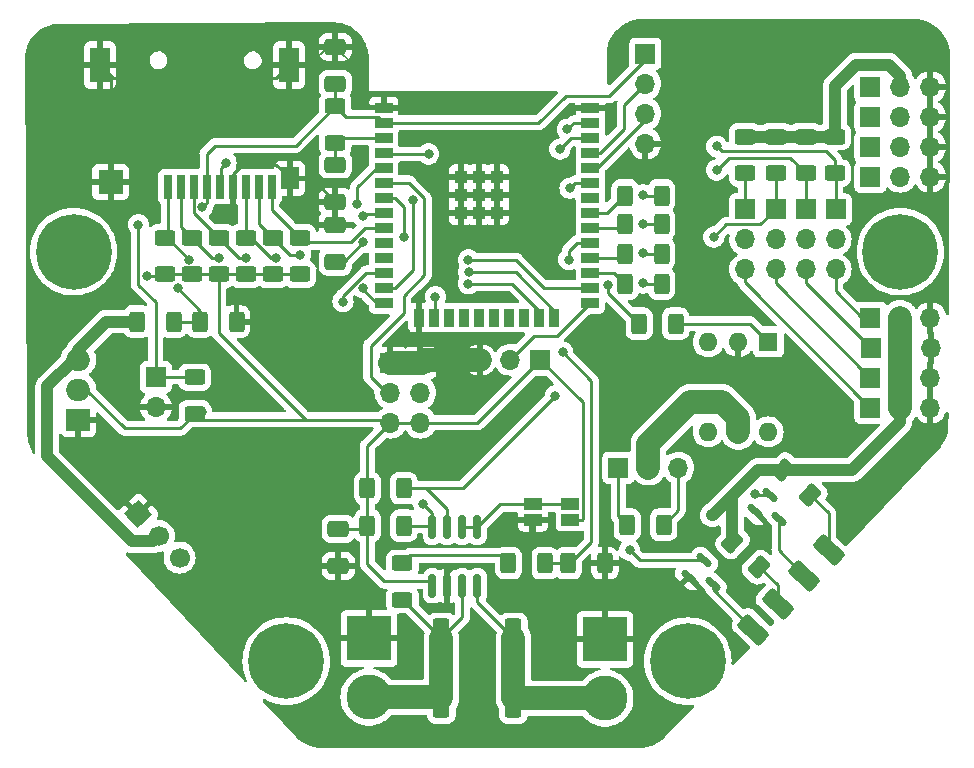
<source format=gtl>
G04 #@! TF.GenerationSoftware,KiCad,Pcbnew,7.0.1*
G04 #@! TF.CreationDate,2023-03-23T23:12:12+01:00*
G04 #@! TF.ProjectId,solarScavenger,736f6c61-7253-4636-9176-656e6765722e,rev?*
G04 #@! TF.SameCoordinates,Original*
G04 #@! TF.FileFunction,Copper,L1,Top*
G04 #@! TF.FilePolarity,Positive*
%FSLAX46Y46*%
G04 Gerber Fmt 4.6, Leading zero omitted, Abs format (unit mm)*
G04 Created by KiCad (PCBNEW 7.0.1) date 2023-03-23 23:12:12*
%MOMM*%
%LPD*%
G01*
G04 APERTURE LIST*
G04 Aperture macros list*
%AMRoundRect*
0 Rectangle with rounded corners*
0 $1 Rounding radius*
0 $2 $3 $4 $5 $6 $7 $8 $9 X,Y pos of 4 corners*
0 Add a 4 corners polygon primitive as box body*
4,1,4,$2,$3,$4,$5,$6,$7,$8,$9,$2,$3,0*
0 Add four circle primitives for the rounded corners*
1,1,$1+$1,$2,$3*
1,1,$1+$1,$4,$5*
1,1,$1+$1,$6,$7*
1,1,$1+$1,$8,$9*
0 Add four rect primitives between the rounded corners*
20,1,$1+$1,$2,$3,$4,$5,0*
20,1,$1+$1,$4,$5,$6,$7,0*
20,1,$1+$1,$6,$7,$8,$9,0*
20,1,$1+$1,$8,$9,$2,$3,0*%
%AMHorizOval*
0 Thick line with rounded ends*
0 $1 width*
0 $2 $3 position (X,Y) of the first rounded end (center of the circle)*
0 $4 $5 position (X,Y) of the second rounded end (center of the circle)*
0 Add line between two ends*
20,1,$1,$2,$3,$4,$5,0*
0 Add two circle primitives to create the rounded ends*
1,1,$1,$2,$3*
1,1,$1,$4,$5*%
%AMRotRect*
0 Rectangle, with rotation*
0 The origin of the aperture is its center*
0 $1 length*
0 $2 width*
0 $3 Rotation angle, in degrees counterclockwise*
0 Add horizontal line*
21,1,$1,$2,0,0,$3*%
G04 Aperture macros list end*
G04 #@! TA.AperFunction,SMDPad,CuDef*
%ADD10RoundRect,0.250000X-0.625000X0.400000X-0.625000X-0.400000X0.625000X-0.400000X0.625000X0.400000X0*%
G04 #@! TD*
G04 #@! TA.AperFunction,SMDPad,CuDef*
%ADD11RoundRect,0.250000X0.625000X-0.400000X0.625000X0.400000X-0.625000X0.400000X-0.625000X-0.400000X0*%
G04 #@! TD*
G04 #@! TA.AperFunction,ComponentPad*
%ADD12R,1.700000X1.700000*%
G04 #@! TD*
G04 #@! TA.AperFunction,ComponentPad*
%ADD13O,1.700000X1.700000*%
G04 #@! TD*
G04 #@! TA.AperFunction,SMDPad,CuDef*
%ADD14RoundRect,0.150000X-0.150000X0.825000X-0.150000X-0.825000X0.150000X-0.825000X0.150000X0.825000X0*%
G04 #@! TD*
G04 #@! TA.AperFunction,SMDPad,CuDef*
%ADD15RoundRect,0.250000X0.650000X-0.412500X0.650000X0.412500X-0.650000X0.412500X-0.650000X-0.412500X0*%
G04 #@! TD*
G04 #@! TA.AperFunction,ComponentPad*
%ADD16R,3.800000X3.800000*%
G04 #@! TD*
G04 #@! TA.AperFunction,ComponentPad*
%ADD17C,3.800000*%
G04 #@! TD*
G04 #@! TA.AperFunction,SMDPad,CuDef*
%ADD18RoundRect,0.250001X0.465165X-1.073848X1.099545X-0.400660X-0.465165X1.073848X-1.099545X0.400660X0*%
G04 #@! TD*
G04 #@! TA.AperFunction,SMDPad,CuDef*
%ADD19RoundRect,0.250000X-0.400000X-0.625000X0.400000X-0.625000X0.400000X0.625000X-0.400000X0.625000X0*%
G04 #@! TD*
G04 #@! TA.AperFunction,SMDPad,CuDef*
%ADD20R,1.500000X1.000000*%
G04 #@! TD*
G04 #@! TA.AperFunction,ComponentPad*
%ADD21C,6.400000*%
G04 #@! TD*
G04 #@! TA.AperFunction,ComponentPad*
%ADD22R,2.000000X1.905000*%
G04 #@! TD*
G04 #@! TA.AperFunction,ComponentPad*
%ADD23O,2.000000X1.905000*%
G04 #@! TD*
G04 #@! TA.AperFunction,SMDPad,CuDef*
%ADD24R,0.700000X2.000000*%
G04 #@! TD*
G04 #@! TA.AperFunction,SMDPad,CuDef*
%ADD25R,1.600000X1.900000*%
G04 #@! TD*
G04 #@! TA.AperFunction,SMDPad,CuDef*
%ADD26R,1.700000X3.000000*%
G04 #@! TD*
G04 #@! TA.AperFunction,SMDPad,CuDef*
%ADD27R,2.100000X2.000000*%
G04 #@! TD*
G04 #@! TA.AperFunction,SMDPad,CuDef*
%ADD28RoundRect,0.250000X0.400000X0.625000X-0.400000X0.625000X-0.400000X-0.625000X0.400000X-0.625000X0*%
G04 #@! TD*
G04 #@! TA.AperFunction,SMDPad,CuDef*
%ADD29RoundRect,0.249999X0.450001X1.425001X-0.450001X1.425001X-0.450001X-1.425001X0.450001X-1.425001X0*%
G04 #@! TD*
G04 #@! TA.AperFunction,SMDPad,CuDef*
%ADD30RoundRect,0.250000X-0.650000X0.412500X-0.650000X-0.412500X0.650000X-0.412500X0.650000X0.412500X0*%
G04 #@! TD*
G04 #@! TA.AperFunction,SMDPad,CuDef*
%ADD31RoundRect,0.250000X-0.719746X-0.180531X-0.137527X-0.729185X0.719746X0.180531X0.137527X0.729185X0*%
G04 #@! TD*
G04 #@! TA.AperFunction,ComponentPad*
%ADD32RotRect,1.700000X1.700000X43.600000*%
G04 #@! TD*
G04 #@! TA.AperFunction,ComponentPad*
%ADD33HorizOval,1.700000X0.000000X0.000000X0.000000X0.000000X0*%
G04 #@! TD*
G04 #@! TA.AperFunction,SMDPad,CuDef*
%ADD34RoundRect,0.150000X-0.530439X0.293752X0.324694X-0.512084X0.530439X-0.293752X-0.324694X0.512084X0*%
G04 #@! TD*
G04 #@! TA.AperFunction,SMDPad,CuDef*
%ADD35R,1.500000X0.900000*%
G04 #@! TD*
G04 #@! TA.AperFunction,SMDPad,CuDef*
%ADD36R,0.900000X1.500000*%
G04 #@! TD*
G04 #@! TA.AperFunction,SMDPad,CuDef*
%ADD37R,1.050000X1.050000*%
G04 #@! TD*
G04 #@! TA.AperFunction,ComponentPad*
%ADD38R,1.600000X1.600000*%
G04 #@! TD*
G04 #@! TA.AperFunction,ComponentPad*
%ADD39O,1.600000X1.600000*%
G04 #@! TD*
G04 #@! TA.AperFunction,ViaPad*
%ADD40C,0.800000*%
G04 #@! TD*
G04 #@! TA.AperFunction,Conductor*
%ADD41C,0.250000*%
G04 #@! TD*
G04 #@! TA.AperFunction,Conductor*
%ADD42C,2.000000*%
G04 #@! TD*
G04 #@! TA.AperFunction,Conductor*
%ADD43C,0.200000*%
G04 #@! TD*
G04 #@! TA.AperFunction,Conductor*
%ADD44C,1.000000*%
G04 #@! TD*
G04 APERTURE END LIST*
D10*
G04 #@! TO.P,R11,1*
G04 #@! TO.N,/SD_DATA0*
X-52879000Y14390000D03*
G04 #@! TO.P,R11,2*
G04 #@! TO.N,+3V3*
X-52879000Y11290000D03*
G04 #@! TD*
D11*
G04 #@! TO.P,R7,1*
G04 #@! TO.N,Net-(U4-EN{slash}CHIP_PU)*
X-45313600Y22452400D03*
G04 #@! TO.P,R7,2*
G04 #@! TO.N,+3V3*
X-45313600Y25552400D03*
G04 #@! TD*
D12*
G04 #@! TO.P,J7,1,Pin_1*
G04 #@! TO.N,MOTOR_SUPPLY_N*
X-40640000Y3810000D03*
D13*
G04 #@! TO.P,J7,2,Pin_2*
G04 #@! TO.N,RUDDER_ADC*
X-40640000Y1270000D03*
G04 #@! TO.P,J7,3,Pin_3*
G04 #@! TO.N,+3V3*
X-40640000Y-1270000D03*
G04 #@! TD*
D14*
G04 #@! TO.P,U5,1,A1*
G04 #@! TO.N,Net-(JP6-B)*
X-33274000Y-10123000D03*
G04 #@! TO.P,U5,2,A0*
X-34544000Y-10123000D03*
G04 #@! TO.P,U5,3,SDA*
G04 #@! TO.N,INA_SDA*
X-35814000Y-10123000D03*
G04 #@! TO.P,U5,4,SCL*
G04 #@! TO.N,INA_SCL*
X-37084000Y-10123000D03*
G04 #@! TO.P,U5,5,VS*
G04 #@! TO.N,+3V3*
X-37084000Y-15073000D03*
G04 #@! TO.P,U5,6,GND*
G04 #@! TO.N,MOTOR_SUPPLY_N*
X-35814000Y-15073000D03*
G04 #@! TO.P,U5,7,IN-*
G04 #@! TO.N,MOTOR_SUPPLY_P*
X-34544000Y-15073000D03*
G04 #@! TO.P,U5,8,IN+*
G04 #@! TO.N,SUPPLY_IN_P*
X-33274000Y-15073000D03*
G04 #@! TD*
D15*
G04 #@! TO.P,C4,1*
G04 #@! TO.N,MOTOR_VOLTAGE*
X-45313600Y12356700D03*
G04 #@! TO.P,C4,2*
G04 #@! TO.N,MOTOR_SUPPLY_N*
X-45313600Y15481700D03*
G04 #@! TD*
D12*
G04 #@! TO.P,JP1,1,A*
G04 #@! TO.N,+3V3*
X-27940000Y4064000D03*
D13*
G04 #@! TO.P,JP1,2,C*
G04 #@! TO.N,ESP32_BOOT*
X-30480000Y4064000D03*
G04 #@! TO.P,JP1,3,B*
G04 #@! TO.N,MOTOR_SUPPLY_N*
X-33020000Y4064000D03*
G04 #@! TD*
D16*
G04 #@! TO.P,J1,1,Pin_1*
G04 #@! TO.N,MOTOR_SUPPLY_N*
X-22466000Y-19598000D03*
D17*
G04 #@! TO.P,J1,2,Pin_2*
G04 #@! TO.N,SUPPLY_IN_P*
X-22466000Y-24598000D03*
G04 #@! TD*
D18*
G04 #@! TO.P,D2,1,K*
G04 #@! TO.N,Net-(D2-K)*
X-5588000Y-14224000D03*
G04 #@! TO.P,D2,2,A*
G04 #@! TO.N,Net-(D2-A)*
X-3547690Y-12058876D03*
G04 #@! TD*
D10*
G04 #@! TO.P,R10,1*
G04 #@! TO.N,/SD_CMD*
X-55165000Y14390000D03*
G04 #@! TO.P,R10,2*
G04 #@! TO.N,+3V3*
X-55165000Y11290000D03*
G04 #@! TD*
D12*
G04 #@! TO.P,JP11,1,A*
G04 #@! TO.N,Net-(JP11-A)*
X-2946400Y16789400D03*
D13*
G04 #@! TO.P,JP11,2,C*
G04 #@! TO.N,Net-(J24-Pin_1)*
X-2946400Y14249400D03*
G04 #@! TO.P,JP11,3,B*
G04 #@! TO.N,Net-(J23-Pin_1)*
X-2946400Y11709400D03*
G04 #@! TD*
D19*
G04 #@! TO.P,R6,1*
G04 #@! TO.N,ESC_PWM*
X-20600000Y-9906000D03*
G04 #@! TO.P,R6,2*
G04 #@! TO.N,ESC_GND*
X-17500000Y-9906000D03*
G04 #@! TD*
D15*
G04 #@! TO.P,C1,1*
G04 #@! TO.N,+3V3*
X-45313600Y27432000D03*
G04 #@! TO.P,C1,2*
G04 #@! TO.N,MOTOR_SUPPLY_N*
X-45313600Y30557000D03*
G04 #@! TD*
D12*
G04 #@! TO.P,R5,1*
G04 #@! TO.N,LIGHT_SENSOR*
X-60502800Y2592000D03*
D13*
G04 #@! TO.P,R5,2*
G04 #@! TO.N,MOTOR_SUPPLY_N*
X-60502800Y52000D03*
G04 #@! TD*
D20*
G04 #@! TO.P,JP7,1,A*
G04 #@! TO.N,MOTOR_SUPPLY_N*
X-28575000Y-9485000D03*
G04 #@! TO.P,JP7,2,B*
G04 #@! TO.N,Net-(JP6-B)*
X-28575000Y-8185000D03*
G04 #@! TD*
D19*
G04 #@! TO.P,R29,1*
G04 #@! TO.N,CH4_ESP*
X-20777200Y17957800D03*
G04 #@! TO.P,R29,2*
G04 #@! TO.N,Net-(Q6-G)*
X-17677200Y17957800D03*
G04 #@! TD*
D12*
G04 #@! TO.P,J8,1,Pin_1*
G04 #@! TO.N,MOTOR_SUPPLY_N*
X-38100000Y3810000D03*
D13*
G04 #@! TO.P,J8,2,Pin_2*
G04 #@! TO.N,THROTTLE_ADC*
X-38100000Y1270000D03*
G04 #@! TO.P,J8,3,Pin_3*
G04 #@! TO.N,+3V3*
X-38100000Y-1270000D03*
G04 #@! TD*
D21*
G04 #@! TO.P,REF\u002A\u002A,1*
G04 #@! TO.N,N/C*
X-67466000Y13208000D03*
G04 #@! TD*
D22*
G04 #@! TO.P,U3,1,GND*
G04 #@! TO.N,MOTOR_SUPPLY_N*
X-67056000Y-1016000D03*
D23*
G04 #@! TO.P,U3,2,VO*
G04 #@! TO.N,+3V3*
X-67056000Y1524000D03*
G04 #@! TO.P,U3,3,VI*
G04 #@! TO.N,+BATT*
X-67056000Y4064000D03*
G04 #@! TD*
D10*
G04 #@! TO.P,R8,1*
G04 #@! TO.N,/SD_DATA2*
X-59737000Y14390000D03*
G04 #@! TO.P,R8,2*
G04 #@! TO.N,+3V3*
X-59737000Y11290000D03*
G04 #@! TD*
D21*
G04 #@! TO.P,REF\u002A\u002A,1*
G04 #@! TO.N,N/C*
X2534000Y13208000D03*
G04 #@! TD*
D12*
G04 #@! TO.P,J4,1,Pin_1*
G04 #@! TO.N,ESC_PWM*
X-21336000Y-5080000D03*
D13*
G04 #@! TO.P,J4,2,Pin_2*
G04 #@! TO.N,ESC_5V*
X-18796000Y-5080000D03*
G04 #@! TO.P,J4,3,Pin_3*
G04 #@! TO.N,ESC_GND*
X-16256000Y-5080000D03*
G04 #@! TD*
D24*
G04 #@! TO.P,J6,1,DAT2*
G04 #@! TO.N,/SD_DATA2*
X-59479000Y18708000D03*
G04 #@! TO.P,J6,2,DAT3/CD*
G04 #@! TO.N,/SD_DATA3*
X-58379000Y18708000D03*
G04 #@! TO.P,J6,3,CMD*
G04 #@! TO.N,/SD_CMD*
X-57279000Y18708000D03*
G04 #@! TO.P,J6,4,VDD*
G04 #@! TO.N,+3V3*
X-56179000Y18708000D03*
G04 #@! TO.P,J6,5,CLK*
G04 #@! TO.N,/SD_CLK*
X-55079000Y18708000D03*
G04 #@! TO.P,J6,6,VSS*
G04 #@! TO.N,MOTOR_SUPPLY_N*
X-53979000Y18708000D03*
G04 #@! TO.P,J6,7,DAT0*
G04 #@! TO.N,/SD_DATA0*
X-52879000Y18708000D03*
G04 #@! TO.P,J6,8,DAT1*
G04 #@! TO.N,/SD_DATA1*
X-51779000Y18708000D03*
G04 #@! TO.P,J6,9,CD*
G04 #@! TO.N,{slash}CD_DETECT*
X-50679000Y18708000D03*
D25*
G04 #@! TO.P,J6,11,SHIELD*
G04 #@! TO.N,MOTOR_SUPPLY_N*
X-49179000Y19408000D03*
D26*
X-49229000Y29008000D03*
D27*
X-64329000Y19108000D03*
D26*
X-65229000Y29008000D03*
G04 #@! TD*
D28*
G04 #@! TO.P,R17,1*
G04 #@! TO.N,INA_SCL*
X-39497000Y-9993000D03*
G04 #@! TO.P,R17,2*
G04 #@! TO.N,+3V3*
X-42597000Y-9993000D03*
G04 #@! TD*
D29*
G04 #@! TO.P,R18,1*
G04 #@! TO.N,SUPPLY_IN_P*
X-30224000Y-24598000D03*
G04 #@! TO.P,R18,2*
G04 #@! TO.N,MOTOR_SUPPLY_P*
X-36324000Y-24598000D03*
G04 #@! TD*
D19*
G04 #@! TO.P,R3,1*
G04 #@! TO.N,PWM_TO_ESC*
X-19584000Y7112000D03*
G04 #@! TO.P,R3,2*
G04 #@! TO.N,Net-(R3-Pad2)*
X-16484000Y7112000D03*
G04 #@! TD*
D28*
G04 #@! TO.P,R15,1*
G04 #@! TO.N,MOTOR_SUPPLY_N*
X-22479000Y-13168000D03*
G04 #@! TO.P,R15,2*
G04 #@! TO.N,MOTOR_VOLTAGE*
X-25579000Y-13168000D03*
G04 #@! TD*
D12*
G04 #@! TO.P,JP9,1,A*
G04 #@! TO.N,Net-(JP9-A)*
X-5486400Y16789400D03*
D13*
G04 #@! TO.P,JP9,2,C*
G04 #@! TO.N,Net-(J20-Pin_1)*
X-5486400Y14249400D03*
G04 #@! TO.P,JP9,3,B*
G04 #@! TO.N,Net-(J19-Pin_1)*
X-5486400Y11709400D03*
G04 #@! TD*
D29*
G04 #@! TO.P,R19,1*
G04 #@! TO.N,SUPPLY_IN_P*
X-30224000Y-19518000D03*
G04 #@! TO.P,R19,2*
G04 #@! TO.N,MOTOR_SUPPLY_P*
X-36324000Y-19518000D03*
G04 #@! TD*
D28*
G04 #@! TO.P,R14,1*
G04 #@! TO.N,MOTOR_VOLTAGE*
X-27559000Y-13168000D03*
G04 #@! TO.P,R14,2*
G04 #@! TO.N,Net-(R13-Pad1)*
X-30659000Y-13168000D03*
G04 #@! TD*
D19*
G04 #@! TO.P,R22,1*
G04 #@! TO.N,BATT_SENSOR*
X-56769600Y7289800D03*
G04 #@! TO.P,R22,2*
G04 #@! TO.N,MOTOR_SUPPLY_N*
X-53669600Y7289800D03*
G04 #@! TD*
D16*
G04 #@! TO.P,J5,1,Pin_1*
G04 #@! TO.N,MOTOR_SUPPLY_N*
X-42466000Y-19518000D03*
D17*
G04 #@! TO.P,J5,2,Pin_2*
G04 #@! TO.N,MOTOR_SUPPLY_P*
X-42466000Y-24518000D03*
G04 #@! TD*
D19*
G04 #@! TO.P,R21,1*
G04 #@! TO.N,+BATT*
X-62103600Y7289800D03*
G04 #@! TO.P,R21,2*
G04 #@! TO.N,BATT_SENSOR*
X-59003600Y7289800D03*
G04 #@! TD*
D10*
G04 #@! TO.P,R9,1*
G04 #@! TO.N,/SD_DATA3*
X-57451000Y14390000D03*
G04 #@! TO.P,R9,2*
G04 #@! TO.N,+3V3*
X-57451000Y11290000D03*
G04 #@! TD*
D12*
G04 #@! TO.P,J2,1,Pin_1*
G04 #@! TO.N,+3V3*
X-19050000Y29972000D03*
D13*
G04 #@! TO.P,J2,2,Pin_2*
G04 #@! TO.N,UART_TX*
X-19050000Y27432000D03*
G04 #@! TO.P,J2,3,Pin_3*
G04 #@! TO.N,UART_RX*
X-19050000Y24892000D03*
G04 #@! TO.P,J2,4,Pin_4*
G04 #@! TO.N,MOTOR_SUPPLY_N*
X-19050000Y22352000D03*
G04 #@! TD*
D12*
G04 #@! TO.P,J21,1,Pin_1*
G04 #@! TO.N,Net-(J21-Pin_1)*
X0Y2540000D03*
D13*
G04 #@! TO.P,J21,2,Pin_2*
G04 #@! TO.N,+BATT*
X2540000Y2540000D03*
G04 #@! TO.P,J21,3,Pin_3*
G04 #@! TO.N,MOTOR_SUPPLY_N*
X5080000Y2540000D03*
G04 #@! TD*
D30*
G04 #@! TO.P,C2,1*
G04 #@! TO.N,Net-(U4-EN{slash}CHIP_PU)*
X-45313600Y20574000D03*
G04 #@! TO.P,C2,2*
G04 #@! TO.N,MOTOR_SUPPLY_N*
X-45313600Y17449000D03*
G04 #@! TD*
D11*
G04 #@! TO.P,R30,1*
G04 #@! TO.N,Net-(JP11-A)*
X-3014134Y19862200D03*
G04 #@! TO.P,R30,2*
G04 #@! TO.N,+BATT*
X-3014134Y22962200D03*
G04 #@! TD*
D12*
G04 #@! TO.P,J20,1,Pin_1*
G04 #@! TO.N,Net-(J20-Pin_1)*
X0Y22098000D03*
D13*
G04 #@! TO.P,J20,2,Pin_2*
G04 #@! TO.N,+BATT*
X2540000Y22098000D03*
G04 #@! TO.P,J20,3,Pin_3*
G04 #@! TO.N,MOTOR_SUPPLY_N*
X5080000Y22098000D03*
G04 #@! TD*
D19*
G04 #@! TO.P,R25,1*
G04 #@! TO.N,CH3_ESP*
X-20777200Y15527867D03*
G04 #@! TO.P,R25,2*
G04 #@! TO.N,Net-(Q4-G)*
X-17677200Y15527867D03*
G04 #@! TD*
D12*
G04 #@! TO.P,JP8,1,A*
G04 #@! TO.N,Net-(JP8-A)*
X-10617200Y16789400D03*
D13*
G04 #@! TO.P,JP8,2,C*
G04 #@! TO.N,Net-(J18-Pin_1)*
X-10617200Y14249400D03*
G04 #@! TO.P,JP8,3,B*
G04 #@! TO.N,Net-(J17-Pin_1)*
X-10617200Y11709400D03*
G04 #@! TD*
D19*
G04 #@! TO.P,R23,1*
G04 #@! TO.N,CH1_ESP*
X-20777200Y10515600D03*
G04 #@! TO.P,R23,2*
G04 #@! TO.N,Net-(Q2-G)*
X-17677200Y10515600D03*
G04 #@! TD*
D18*
G04 #@! TO.P,D1,1,K*
G04 #@! TO.N,Net-(D1-K)*
X-9906000Y-18796000D03*
G04 #@! TO.P,D1,2,A*
G04 #@! TO.N,Net-(D1-A)*
X-7865690Y-16630876D03*
G04 #@! TD*
D31*
G04 #@! TO.P,R2,1*
G04 #@! TO.N,+BATT*
X-7361845Y-5267438D03*
G04 #@! TO.P,R2,2*
G04 #@! TO.N,Net-(D2-A)*
X-5105749Y-7393474D03*
G04 #@! TD*
D21*
G04 #@! TO.P,REF\u002A\u002A,1*
G04 #@! TO.N,N/C*
X-49466000Y-21452000D03*
G04 #@! TD*
D12*
G04 #@! TO.P,J18,1,Pin_1*
G04 #@! TO.N,Net-(J18-Pin_1)*
X0Y27178000D03*
D13*
G04 #@! TO.P,J18,2,Pin_2*
G04 #@! TO.N,+BATT*
X2540000Y27178000D03*
G04 #@! TO.P,J18,3,Pin_3*
G04 #@! TO.N,MOTOR_SUPPLY_N*
X5080000Y27178000D03*
G04 #@! TD*
D19*
G04 #@! TO.P,R27,1*
G04 #@! TO.N,CH2_ESP*
X-20777200Y13021734D03*
G04 #@! TO.P,R27,2*
G04 #@! TO.N,Net-(Q5-G)*
X-17677200Y13021734D03*
G04 #@! TD*
D20*
G04 #@! TO.P,JP6,1,A*
G04 #@! TO.N,+3V3*
X-25400000Y-9470000D03*
G04 #@! TO.P,JP6,2,B*
G04 #@! TO.N,Net-(JP6-B)*
X-25400000Y-8170000D03*
G04 #@! TD*
D11*
G04 #@! TO.P,R24,1*
G04 #@! TO.N,Net-(JP8-A)*
X-10617200Y19862200D03*
G04 #@! TO.P,R24,2*
G04 #@! TO.N,+BATT*
X-10617200Y22962200D03*
G04 #@! TD*
D10*
G04 #@! TO.P,R20,1*
G04 #@! TO.N,{slash}CD_DETECT*
X-48307000Y14390000D03*
G04 #@! TO.P,R20,2*
G04 #@! TO.N,+3V3*
X-48307000Y11290000D03*
G04 #@! TD*
D12*
G04 #@! TO.P,JP10,1,A*
G04 #@! TO.N,Net-(JP10-A)*
X-8026400Y16789400D03*
D13*
G04 #@! TO.P,JP10,2,C*
G04 #@! TO.N,Net-(J22-Pin_1)*
X-8026400Y14249400D03*
G04 #@! TO.P,JP10,3,B*
G04 #@! TO.N,Net-(J21-Pin_1)*
X-8026400Y11709400D03*
G04 #@! TD*
D28*
G04 #@! TO.P,R16,1*
G04 #@! TO.N,INA_SDA*
X-39497000Y-6818000D03*
G04 #@! TO.P,R16,2*
G04 #@! TO.N,+3V3*
X-42597000Y-6818000D03*
G04 #@! TD*
D11*
G04 #@! TO.P,R26,1*
G04 #@! TO.N,Net-(JP9-A)*
X-5494867Y19862200D03*
G04 #@! TO.P,R26,2*
G04 #@! TO.N,+BATT*
X-5494867Y22962200D03*
G04 #@! TD*
D32*
G04 #@! TO.P,J3,1,Pin_1*
G04 #@! TO.N,MOTOR_SUPPLY_N*
X-62000434Y-9006403D03*
D33*
G04 #@! TO.P,J3,2,Pin_2*
G04 #@! TO.N,+BATT*
X-60248800Y-10845800D03*
G04 #@! TO.P,J3,3,Pin_3*
G04 #@! TO.N,unconnected-(J3-Pin_3-Pad3)*
X-58497167Y-12685196D03*
G04 #@! TD*
D12*
G04 #@! TO.P,J22,1,Pin_1*
G04 #@! TO.N,Net-(J22-Pin_1)*
X0Y24638000D03*
D13*
G04 #@! TO.P,J22,2,Pin_2*
G04 #@! TO.N,+BATT*
X2540000Y24638000D03*
G04 #@! TO.P,J22,3,Pin_3*
G04 #@! TO.N,MOTOR_SUPPLY_N*
X5080000Y24638000D03*
G04 #@! TD*
D12*
G04 #@! TO.P,J23,1,Pin_1*
G04 #@! TO.N,Net-(J23-Pin_1)*
X0Y7620000D03*
D13*
G04 #@! TO.P,J23,2,Pin_2*
G04 #@! TO.N,+BATT*
X2540000Y7620000D03*
G04 #@! TO.P,J23,3,Pin_3*
G04 #@! TO.N,MOTOR_SUPPLY_N*
X5080000Y7620000D03*
G04 #@! TD*
D21*
G04 #@! TO.P,REF\u002A\u002A,1*
G04 #@! TO.N,N/C*
X-15466000Y-21452000D03*
G04 #@! TD*
D10*
G04 #@! TO.P,R12,1*
G04 #@! TO.N,/SD_DATA1*
X-50593000Y14390000D03*
G04 #@! TO.P,R12,2*
G04 #@! TO.N,+3V3*
X-50593000Y11290000D03*
G04 #@! TD*
D34*
G04 #@! TO.P,Q1,1,G*
G04 #@! TO.N,LED_1*
X-8463560Y-7403261D03*
G04 #@! TO.P,Q1,2,S*
G04 #@! TO.N,MOTOR_SUPPLY_N*
X-9766614Y-8786029D03*
G04 #@! TO.P,Q1,3,D*
G04 #@! TO.N,Net-(D2-K)*
X-7750513Y-9380555D03*
G04 #@! TD*
D12*
G04 #@! TO.P,J17,1,Pin_1*
G04 #@! TO.N,Net-(J17-Pin_1)*
X0Y0D03*
D13*
G04 #@! TO.P,J17,2,Pin_2*
G04 #@! TO.N,+BATT*
X2540000Y0D03*
G04 #@! TO.P,J17,3,Pin_3*
G04 #@! TO.N,MOTOR_SUPPLY_N*
X5080000Y0D03*
G04 #@! TD*
D35*
G04 #@! TO.P,U4,1,GND*
G04 #@! TO.N,MOTOR_SUPPLY_N*
X-41216000Y25386000D03*
G04 #@! TO.P,U4,2,3V3*
G04 #@! TO.N,+3V3*
X-41216000Y24116000D03*
G04 #@! TO.P,U4,3,EN/CHIP_PU*
G04 #@! TO.N,Net-(U4-EN{slash}CHIP_PU)*
X-41216000Y22846000D03*
G04 #@! TO.P,U4,4,SENSOR_VP/GPIO36/ADC1_CH0*
G04 #@! TO.N,MOTOR_VOLTAGE*
X-41216000Y21576000D03*
G04 #@! TO.P,U4,5,SENSOR_VN/GPIO39/ADC1_CH3*
G04 #@! TO.N,LIGHT_SENSOR*
X-41216000Y20306000D03*
G04 #@! TO.P,U4,6,GPIO34/ADC1_CH6*
G04 #@! TO.N,RUDDER_ADC*
X-41216000Y19036000D03*
G04 #@! TO.P,U4,7,GPIO35/ADC1_CH7*
G04 #@! TO.N,THROTTLE_ADC*
X-41216000Y17766000D03*
G04 #@! TO.P,U4,8,32K_XP/GPIO32/ADC1_CH4*
G04 #@! TO.N,BATT_SENSOR*
X-41216000Y16496000D03*
G04 #@! TO.P,U4,9,32K_XN/GPIO33/ADC1_CH5*
G04 #@! TO.N,{slash}CD_DETECT*
X-41216000Y15226000D03*
G04 #@! TO.P,U4,10,DAC_1/ADC2_CH8/GPIO25*
G04 #@! TO.N,unconnected-(U4-DAC_1{slash}ADC2_CH8{slash}GPIO25-Pad10)*
X-41216000Y13956000D03*
G04 #@! TO.P,U4,11,DAC_2/ADC2_CH9/GPIO26*
G04 #@! TO.N,unconnected-(U4-DAC_2{slash}ADC2_CH9{slash}GPIO26-Pad11)*
X-41216000Y12686000D03*
G04 #@! TO.P,U4,12,ADC2_CH7/GPIO27*
G04 #@! TO.N,LED_2*
X-41216000Y11416000D03*
G04 #@! TO.P,U4,13,MTMS/GPIO14/ADC2_CH6*
G04 #@! TO.N,/SD_CLK*
X-41216000Y10146000D03*
G04 #@! TO.P,U4,14,MTDI/GPIO12/ADC2_CH5*
G04 #@! TO.N,/SD_DATA2*
X-41216000Y8876000D03*
D36*
G04 #@! TO.P,U4,15,GND*
G04 #@! TO.N,MOTOR_SUPPLY_N*
X-38186000Y7626000D03*
G04 #@! TO.P,U4,16,MTCK/GPIO13/ADC2_CH4*
G04 #@! TO.N,/SD_DATA3*
X-36916000Y7626000D03*
G04 #@! TO.P,U4,17,NC*
G04 #@! TO.N,unconnected-(U4-NC-Pad17)*
X-35646000Y7626000D03*
G04 #@! TO.P,U4,18,NC*
G04 #@! TO.N,unconnected-(U4-NC-Pad18)*
X-34376000Y7626000D03*
G04 #@! TO.P,U4,19,NC*
G04 #@! TO.N,unconnected-(U4-NC-Pad19)*
X-33106000Y7626000D03*
G04 #@! TO.P,U4,20,NC*
G04 #@! TO.N,unconnected-(U4-NC-Pad20)*
X-31836000Y7626000D03*
G04 #@! TO.P,U4,21,NC*
G04 #@! TO.N,unconnected-(U4-NC-Pad21)*
X-30566000Y7626000D03*
G04 #@! TO.P,U4,22,NC*
G04 #@! TO.N,unconnected-(U4-NC-Pad22)*
X-29296000Y7626000D03*
G04 #@! TO.P,U4,23,MTDO/GPIO15/ADC2_CH3*
G04 #@! TO.N,/SD_CMD*
X-28026000Y7626000D03*
G04 #@! TO.P,U4,24,ADC2_CH2/GPIO2*
G04 #@! TO.N,/SD_DATA0*
X-26756000Y7626000D03*
D35*
G04 #@! TO.P,U4,25,GPIO0/BOOT/ADC2_CH1*
G04 #@! TO.N,ESP32_BOOT*
X-23716000Y8876000D03*
G04 #@! TO.P,U4,26,ADC2_CH0/GPIO4*
G04 #@! TO.N,/SD_DATA1*
X-23716000Y10146000D03*
G04 #@! TO.P,U4,27,GPIO16*
G04 #@! TO.N,CH1_ESP*
X-23716000Y11416000D03*
G04 #@! TO.P,U4,28,GPIO17*
G04 #@! TO.N,CH2_ESP*
X-23716000Y12686000D03*
G04 #@! TO.P,U4,29,GPIO5*
G04 #@! TO.N,LED_1*
X-23716000Y13956000D03*
G04 #@! TO.P,U4,30,GPIO18*
G04 #@! TO.N,CH3_ESP*
X-23716000Y15226000D03*
G04 #@! TO.P,U4,31,GPIO19*
G04 #@! TO.N,CH4_ESP*
X-23716000Y16496000D03*
G04 #@! TO.P,U4,32,NC*
G04 #@! TO.N,unconnected-(U4-NC-Pad32)*
X-23716000Y17766000D03*
G04 #@! TO.P,U4,33,GPIO21*
G04 #@! TO.N,PWM_TO_ESC*
X-23716000Y19036000D03*
G04 #@! TO.P,U4,34,U0RXD/GPIO3*
G04 #@! TO.N,UART_RX*
X-23716000Y20306000D03*
G04 #@! TO.P,U4,35,U0TXD/GPIO1*
G04 #@! TO.N,UART_TX*
X-23716000Y21576000D03*
G04 #@! TO.P,U4,36,GPIO22*
G04 #@! TO.N,INA_SDA*
X-23716000Y22846000D03*
G04 #@! TO.P,U4,37,GPIO23*
G04 #@! TO.N,INA_SCL*
X-23716000Y24116000D03*
G04 #@! TO.P,U4,38,GND*
G04 #@! TO.N,MOTOR_SUPPLY_N*
X-23716000Y25386000D03*
D37*
G04 #@! TO.P,U4,39,GND_THERMAL*
X-34671000Y19571000D03*
X-34671000Y18046000D03*
X-34671000Y16521000D03*
X-33146000Y19571000D03*
X-33146000Y18046000D03*
X-33146000Y16521000D03*
X-31621000Y19571000D03*
X-31621000Y18046000D03*
X-31621000Y16521000D03*
G04 #@! TD*
D30*
G04 #@! TO.P,C3,1*
G04 #@! TO.N,+3V3*
X-45059600Y-10273900D03*
G04 #@! TO.P,C3,2*
G04 #@! TO.N,MOTOR_SUPPLY_N*
X-45059600Y-13398900D03*
G04 #@! TD*
D12*
G04 #@! TO.P,J24,1,Pin_1*
G04 #@! TO.N,Net-(J24-Pin_1)*
X0Y19558000D03*
D13*
G04 #@! TO.P,J24,2,Pin_2*
G04 #@! TO.N,+BATT*
X2540000Y19558000D03*
G04 #@! TO.P,J24,3,Pin_3*
G04 #@! TO.N,MOTOR_SUPPLY_N*
X5080000Y19558000D03*
G04 #@! TD*
D10*
G04 #@! TO.P,R13,1*
G04 #@! TO.N,Net-(R13-Pad1)*
X-39624000Y-13168000D03*
G04 #@! TO.P,R13,2*
G04 #@! TO.N,MOTOR_SUPPLY_P*
X-39624000Y-16268000D03*
G04 #@! TD*
D11*
G04 #@! TO.P,R28,1*
G04 #@! TO.N,Net-(JP10-A)*
X-7975600Y19862200D03*
G04 #@! TO.P,R28,2*
G04 #@! TO.N,+BATT*
X-7975600Y22962200D03*
G04 #@! TD*
D12*
G04 #@! TO.P,J19,1,Pin_1*
G04 #@! TO.N,Net-(J19-Pin_1)*
X15000Y5080000D03*
D13*
G04 #@! TO.P,J19,2,Pin_2*
G04 #@! TO.N,+BATT*
X2555000Y5080000D03*
G04 #@! TO.P,J19,3,Pin_3*
G04 #@! TO.N,MOTOR_SUPPLY_N*
X5095000Y5080000D03*
G04 #@! TD*
D38*
G04 #@! TO.P,U2,1*
G04 #@! TO.N,Net-(R3-Pad2)*
X-8651000Y5578000D03*
D39*
G04 #@! TO.P,U2,2*
G04 #@! TO.N,MOTOR_SUPPLY_N*
X-11191000Y5578000D03*
G04 #@! TO.P,U2,3,NC*
G04 #@! TO.N,unconnected-(U2-NC-Pad3)*
X-13731000Y5578000D03*
G04 #@! TO.P,U2,4*
G04 #@! TO.N,ESC_PWM*
X-13731000Y-2042000D03*
G04 #@! TO.P,U2,5*
G04 #@! TO.N,ESC_5V*
X-11191000Y-2042000D03*
G04 #@! TO.P,U2,6*
G04 #@! TO.N,unconnected-(U2-Pad6)*
X-8651000Y-2042000D03*
G04 #@! TD*
D31*
G04 #@! TO.P,R1,1*
G04 #@! TO.N,+BATT*
X-11679845Y-11363438D03*
G04 #@! TO.P,R1,2*
G04 #@! TO.N,Net-(D1-A)*
X-9423749Y-13489474D03*
G04 #@! TD*
D11*
G04 #@! TO.P,R4,1*
G04 #@! TO.N,+3V3*
X-57200800Y-508000D03*
G04 #@! TO.P,R4,2*
G04 #@! TO.N,LIGHT_SENSOR*
X-57200800Y2592000D03*
G04 #@! TD*
D34*
G04 #@! TO.P,Q3,1,G*
G04 #@! TO.N,LED_2*
X-14076960Y-12915061D03*
G04 #@! TO.P,Q3,2,S*
G04 #@! TO.N,MOTOR_SUPPLY_N*
X-15380014Y-14297829D03*
G04 #@! TO.P,Q3,3,D*
G04 #@! TO.N,Net-(D1-K)*
X-13363913Y-14892355D03*
G04 #@! TD*
D40*
G04 #@! TO.N,MOTOR_SUPPLY_N*
X-47675800Y25273000D03*
X-51511200Y4851400D03*
X-31267400Y25298400D03*
X-49047400Y23825200D03*
X-53035200Y1295400D03*
X-29718000Y22326600D03*
X-61493400Y18389600D03*
X-58572400Y20955000D03*
X-54787800Y3886200D03*
X-13360400Y11861800D03*
X-34137600Y25628600D03*
X-47320200Y21742400D03*
X-15138400Y13970000D03*
X-34213800Y22377400D03*
X-49631600Y3200400D03*
X-55346600Y23520400D03*
G04 #@! TO.N,+3V3*
X-56616600Y-381000D03*
X-56554500Y16980500D03*
X-61214000Y11176000D03*
G04 #@! TO.N,/SD_DATA2*
X-42926000Y10160000D03*
X-57658000Y12539500D03*
G04 #@! TO.N,/SD_DATA3*
X-55118000Y12700000D03*
X-36830000Y9398000D03*
G04 #@! TO.N,/SD_CMD*
X-34037967Y10498581D03*
X-52832000Y12700000D03*
G04 #@! TO.N,/SD_CLK*
X-38735000Y17576800D03*
X-54559200Y20751800D03*
G04 #@! TO.N,/SD_DATA0*
X-34008996Y11497663D03*
X-50292000Y12700000D03*
G04 #@! TO.N,/SD_DATA1*
X-48260000Y12954000D03*
X-34036000Y12496800D03*
G04 #@! TO.N,LED_2*
X-20396200Y-12065000D03*
X-44653200Y8991600D03*
G04 #@! TO.N,LED_1*
X-9753600Y-7264400D03*
X-25527000Y12547600D03*
G04 #@! TO.N,PWM_TO_ESC*
X-22225000Y10363200D03*
X-25438100Y18580100D03*
G04 #@! TO.N,MOTOR_VOLTAGE*
X-42926000Y13995400D03*
X-26060400Y4699000D03*
X-37414200Y21488400D03*
G04 #@! TO.N,INA_SDA*
X-26670000Y1016000D03*
X-26289000Y21894800D03*
G04 #@! TO.N,INA_SCL*
X-25649348Y23584500D03*
X-37846000Y-8128000D03*
G04 #@! TO.N,THROTTLE_ADC*
X-39459500Y14452600D03*
G04 #@! TO.N,LIGHT_SENSOR*
X-61976000Y15494000D03*
X-43437498Y17268502D03*
G04 #@! TO.N,+BATT*
X-13436600Y-9067800D03*
G04 #@! TO.N,Net-(JP9-A)*
X-13030200Y20116800D03*
G04 #@! TO.N,Net-(JP10-A)*
X-13258800Y14452600D03*
G04 #@! TO.N,Net-(JP11-A)*
X-13004800Y22123400D03*
G04 #@! TO.N,Net-(Q2-G)*
X-19278600Y10566400D03*
G04 #@! TO.N,Net-(Q4-G)*
X-19253200Y15544800D03*
G04 #@! TO.N,Net-(Q5-G)*
X-19253200Y13081000D03*
G04 #@! TO.N,Net-(Q6-G)*
X-19278600Y18008600D03*
G04 #@! TO.N,BATT_SENSOR*
X-43002200Y16256000D03*
X-58648600Y10109200D03*
G04 #@! TD*
D41*
G04 #@! TO.N,Net-(D1-K)*
X-13363913Y-14892355D02*
X-13363913Y-15338087D01*
X-13363913Y-15338087D02*
X-9906000Y-18796000D01*
G04 #@! TO.N,Net-(D1-A)*
X-7865690Y-15047533D02*
X-9423749Y-13489474D01*
X-7865690Y-16630876D02*
X-7865690Y-15047533D01*
G04 #@! TO.N,Net-(D2-K)*
X-7750513Y-12061487D02*
X-5588000Y-14224000D01*
X-7750513Y-9380555D02*
X-7750513Y-12061487D01*
G04 #@! TO.N,Net-(D2-A)*
X-3547690Y-8951533D02*
X-5105749Y-7393474D01*
X-3547690Y-12058876D02*
X-3547690Y-8951533D01*
G04 #@! TO.N,SUPPLY_IN_P*
X-33274000Y-15073000D02*
X-33274000Y-16468000D01*
D42*
X-22466000Y-24598000D02*
X-30224000Y-24598000D01*
D41*
X-33274000Y-16468000D02*
X-30224000Y-19518000D01*
D42*
X-30224000Y-24598000D02*
X-30224000Y-19518000D01*
D41*
G04 #@! TO.N,MOTOR_SUPPLY_N*
X-22555200Y-19039200D02*
X-23114000Y-19598000D01*
D43*
X-41216000Y25386000D02*
X-42200800Y25386000D01*
D42*
X-33020000Y4064000D02*
X-37696000Y4064000D01*
D41*
X-28854400Y-17170400D02*
X-26426800Y-19598000D01*
X-49179000Y19408000D02*
X-47272600Y19408000D01*
X-22555200Y-13244200D02*
X-22555200Y-19039200D01*
X-64329000Y19108000D02*
X-64329000Y28108000D01*
X-32766000Y-13258800D02*
X-26426800Y-19598000D01*
X-49179000Y19408000D02*
X-50345000Y20574000D01*
X-35814000Y-15073000D02*
X-35814000Y-13970000D01*
X-64329000Y28108000D02*
X-65229000Y29008000D01*
X-47272600Y19408000D02*
X-45313600Y17449000D01*
D43*
X-45313600Y15481700D02*
X-45313600Y17449000D01*
X-42200800Y25386000D02*
X-43484800Y26670000D01*
X-47496800Y29008000D02*
X-49229000Y29008000D01*
D41*
X-26426800Y-19598000D02*
X-23114000Y-19598000D01*
X-64161000Y27940000D02*
X-50297000Y27940000D01*
X-50345000Y20574000D02*
X-53187600Y20574000D01*
X-35102800Y-13258800D02*
X-32766000Y-13258800D01*
D43*
X-43484800Y28728200D02*
X-45313600Y30557000D01*
D41*
X-50297000Y27940000D02*
X-49229000Y29008000D01*
X-28854400Y-9764400D02*
X-28854400Y-17170400D01*
D42*
X-38100000Y3810000D02*
X-40640000Y3810000D01*
D41*
X-35814000Y-13970000D02*
X-35102800Y-13258800D01*
X-53187600Y20574000D02*
X-53979000Y19782600D01*
X-22479000Y-13168000D02*
X-22555200Y-13244200D01*
X-28575000Y-9485000D02*
X-28854400Y-9764400D01*
X-65229000Y29008000D02*
X-64161000Y27940000D01*
D42*
X-37696000Y4064000D02*
X-37950000Y3810000D01*
D43*
X-45947800Y30557000D02*
X-47496800Y29008000D01*
D41*
X-53979000Y19782600D02*
X-53979000Y18708000D01*
D43*
X-43484800Y26670000D02*
X-43484800Y28728200D01*
X-45313600Y30557000D02*
X-45947800Y30557000D01*
D41*
G04 #@! TO.N,+3V3*
X-56179000Y21494200D02*
X-56179000Y18708000D01*
X-42597000Y-13232200D02*
X-42597000Y-9993000D01*
X-24325000Y449000D02*
X-27940000Y4064000D01*
X-22098000Y26416000D02*
X-19050000Y29464000D01*
X-45313600Y27432000D02*
X-45313600Y25552400D01*
X-24400000Y-9470000D02*
X-24325000Y-9395000D01*
X-47802800Y-1016000D02*
X-55165000Y6346200D01*
X-55165000Y11290000D02*
X-57451000Y11290000D01*
X-67056000Y1524000D02*
X-66395600Y1524000D01*
X-63119000Y-1752600D02*
X-58445400Y-1752600D01*
X-61214000Y11176000D02*
X-59851000Y11176000D01*
X-56179000Y17356000D02*
X-56179000Y18708000D01*
X-41216000Y24116000D02*
X-41711000Y24611000D01*
X-55473600Y22199600D02*
X-56179000Y21494200D01*
X-58445400Y-1752600D02*
X-57200800Y-508000D01*
X-25806400Y26416000D02*
X-22098000Y26416000D01*
X-33274000Y-1270000D02*
X-38100000Y-1270000D01*
X-19050000Y29464000D02*
X-19050000Y29972000D01*
X-41148000Y-14681200D02*
X-42597000Y-13232200D01*
X-28106400Y24116000D02*
X-25806400Y26416000D01*
X-55165000Y6346200D02*
X-55165000Y11290000D01*
X-24325000Y-9395000D02*
X-24325000Y449000D01*
X-37084000Y-15073000D02*
X-37475800Y-14681200D01*
X-56692800Y-1016000D02*
X-47802800Y-1016000D01*
X-40894000Y-1016000D02*
X-47802800Y-1016000D01*
X-37475800Y-14681200D02*
X-41148000Y-14681200D01*
X-42597000Y-6818000D02*
X-42597000Y-9993000D01*
X-41216000Y24116000D02*
X-28106400Y24116000D01*
X-57200800Y-508000D02*
X-56616600Y-381000D01*
X-45059600Y-10273900D02*
X-42877900Y-10273900D01*
X-25400000Y-9470000D02*
X-24400000Y-9470000D01*
X-66395600Y1524000D02*
X-63119000Y-1752600D01*
X-57451000Y11290000D02*
X-59737000Y11290000D01*
X-48666400Y22199600D02*
X-55473600Y22199600D01*
X-42877900Y-10273900D02*
X-42597000Y-9993000D01*
X-48307000Y11290000D02*
X-50593000Y11290000D01*
X-50593000Y11290000D02*
X-52879000Y11290000D01*
X-40640000Y-1270000D02*
X-38100000Y-1270000D01*
X-44372200Y24611000D02*
X-45313600Y25552400D01*
X-42597000Y-3227000D02*
X-40640000Y-1270000D01*
X-41711000Y24611000D02*
X-44372200Y24611000D01*
X-27940000Y4064000D02*
X-33274000Y-1270000D01*
X-59851000Y11176000D02*
X-59737000Y11290000D01*
X-42597000Y-6818000D02*
X-42597000Y-3227000D01*
X-45313600Y25552400D02*
X-48666400Y22199600D01*
X-52879000Y11290000D02*
X-55165000Y11290000D01*
X-40640000Y-1270000D02*
X-40894000Y-1016000D01*
X-56616600Y-381000D02*
X-56692800Y-1016000D01*
X-56554500Y16980500D02*
X-56179000Y17356000D01*
G04 #@! TO.N,UART_TX*
X-20828000Y25654000D02*
X-20828000Y23622000D01*
X-20828000Y23622000D02*
X-22874000Y21576000D01*
X-22874000Y21576000D02*
X-23716000Y21576000D01*
X-19050000Y27432000D02*
X-20828000Y25654000D01*
G04 #@! TO.N,UART_RX*
X-19050000Y24892000D02*
X-19050000Y24392000D01*
X-23136000Y20306000D02*
X-23716000Y20306000D01*
X-19050000Y24392000D02*
X-23136000Y20306000D01*
G04 #@! TO.N,ESC_PWM*
X-21336000Y-9170000D02*
X-21336000Y-5080000D01*
X-20600000Y-9906000D02*
X-21336000Y-9170000D01*
D42*
G04 #@! TO.N,ESC_5V*
X-11191000Y-2042000D02*
X-11191000Y-910630D01*
X-15240000Y508000D02*
X-18796000Y-3048000D01*
X-11191000Y-910630D02*
X-12609630Y508000D01*
X-18796000Y-3048000D02*
X-18796000Y-5080000D01*
X-12609630Y508000D02*
X-15240000Y508000D01*
D41*
G04 #@! TO.N,ESC_GND*
X-17500000Y-9906000D02*
X-16256000Y-8662000D01*
X-16256000Y-8662000D02*
X-16256000Y-5080000D01*
D42*
G04 #@! TO.N,MOTOR_SUPPLY_P*
X-36404000Y-24518000D02*
X-36324000Y-24598000D01*
X-42466000Y-24518000D02*
X-36404000Y-24518000D01*
D41*
X-39624000Y-16268000D02*
X-39574000Y-16268000D01*
X-39574000Y-16268000D02*
X-36324000Y-19518000D01*
X-34544000Y-15073000D02*
X-34544000Y-17738000D01*
D42*
X-36324000Y-24598000D02*
X-36324000Y-19518000D01*
D41*
X-34544000Y-17738000D02*
X-36324000Y-19518000D01*
G04 #@! TO.N,/SD_DATA2*
X-59508500Y14390000D02*
X-57658000Y12539500D01*
X-42926000Y10006000D02*
X-41796000Y8876000D01*
X-41796000Y8876000D02*
X-41216000Y8876000D01*
X-59479000Y14648000D02*
X-59479000Y18708000D01*
X-59737000Y14390000D02*
X-59479000Y14648000D01*
X-42926000Y10160000D02*
X-42926000Y10006000D01*
X-59737000Y14390000D02*
X-59508500Y14390000D01*
G04 #@! TO.N,/SD_DATA3*
X-57451000Y14390000D02*
X-58379000Y15318000D01*
X-36830000Y9398000D02*
X-36830000Y7712000D01*
X-58379000Y15318000D02*
X-58379000Y18708000D01*
X-55761000Y12700000D02*
X-55118000Y12700000D01*
X-36830000Y7712000D02*
X-36916000Y7626000D01*
X-57451000Y14390000D02*
X-55761000Y12700000D01*
G04 #@! TO.N,/SD_CMD*
X-28026000Y8206000D02*
X-28026000Y7626000D01*
X-34020948Y10515600D02*
X-30335600Y10515600D01*
X-34037967Y10498581D02*
X-34020948Y10515600D01*
X-55165000Y14390000D02*
X-53475000Y12700000D01*
X-30335600Y10515600D02*
X-28026000Y8206000D01*
X-55165000Y14390000D02*
X-57279000Y16504000D01*
X-53475000Y12700000D02*
X-52832000Y12700000D01*
X-57279000Y16504000D02*
X-57279000Y18708000D01*
G04 #@! TO.N,/SD_CLK*
X-40216000Y10146000D02*
X-41216000Y10146000D01*
X-55016400Y18770600D02*
X-55079000Y18708000D01*
X-38735000Y17576800D02*
X-38735000Y11627000D01*
X-54559200Y20751800D02*
X-55016400Y20294600D01*
X-55016400Y20294600D02*
X-55016400Y18770600D01*
X-38735000Y11627000D02*
X-40216000Y10146000D01*
G04 #@! TO.N,/SD_DATA0*
X-50741173Y12700000D02*
X-50292000Y12700000D01*
X-52431173Y14390000D02*
X-50741173Y12700000D01*
X-52879000Y14390000D02*
X-52431173Y14390000D01*
X-52879000Y14390000D02*
X-52879000Y18708000D01*
X-26756000Y8206000D02*
X-26756000Y7626000D01*
X-30047663Y11497663D02*
X-26756000Y8206000D01*
X-34008996Y11497663D02*
X-30047663Y11497663D01*
G04 #@! TO.N,/SD_DATA1*
X-27672000Y10146000D02*
X-23716000Y10146000D01*
X-30022800Y12496800D02*
X-27672000Y10146000D01*
X-50593000Y14390000D02*
X-49157000Y12954000D01*
X-49157000Y12954000D02*
X-48260000Y12954000D01*
X-51779000Y15576000D02*
X-51779000Y18708000D01*
X-34036000Y12496800D02*
X-30022800Y12496800D01*
X-50593000Y14390000D02*
X-51779000Y15576000D01*
G04 #@! TO.N,ESP32_BOOT*
X-28448000Y6096000D02*
X-26496000Y6096000D01*
X-26496000Y6096000D02*
X-23716000Y8876000D01*
X-30480000Y4064000D02*
X-28448000Y6096000D01*
G04 #@! TO.N,CH1_ESP*
X-21677600Y11416000D02*
X-20777200Y10515600D01*
X-23716000Y11416000D02*
X-21677600Y11416000D01*
G04 #@! TO.N,CH2_ESP*
X-23716000Y12686000D02*
X-21112934Y12686000D01*
X-21112934Y12686000D02*
X-20777200Y13021734D01*
G04 #@! TO.N,CH3_ESP*
X-21079067Y15226000D02*
X-20777200Y15527867D01*
X-23716000Y15226000D02*
X-21079067Y15226000D01*
G04 #@! TO.N,CH4_ESP*
X-23716000Y16496000D02*
X-22315200Y16496000D01*
X-22315200Y16496000D02*
X-20777200Y18034000D01*
G04 #@! TO.N,LED_2*
X-44653200Y9458105D02*
X-42695305Y11416000D01*
X-44653200Y8991600D02*
X-44653200Y9458105D01*
X-19546139Y-12915061D02*
X-20396200Y-12065000D01*
X-14076960Y-12915061D02*
X-19546139Y-12915061D01*
X-42695305Y11416000D02*
X-41216000Y11416000D01*
G04 #@! TO.N,LED_1*
X-8463560Y-7403261D02*
X-9614739Y-7403261D01*
X-9614739Y-7403261D02*
X-9753600Y-7264400D01*
X-24855200Y13956000D02*
X-23716000Y13956000D01*
X-25527000Y13284200D02*
X-24855200Y13956000D01*
X-25527000Y12547600D02*
X-25527000Y13284200D01*
G04 #@! TO.N,PWM_TO_ESC*
X-24982200Y19036000D02*
X-23716000Y19036000D01*
X-22225000Y9753000D02*
X-22225000Y10363200D01*
X-25438100Y18580100D02*
X-24982200Y19036000D01*
X-19584000Y7112000D02*
X-22225000Y9753000D01*
G04 #@! TO.N,MOTOR_VOLTAGE*
X-23622000Y-11328400D02*
X-25410800Y-13117200D01*
X-25410800Y-13117200D02*
X-25410800Y-13168000D01*
X-25410800Y-13168000D02*
X-25579000Y-13168000D01*
X-44564700Y12356700D02*
X-42926000Y13995400D01*
X-26060400Y4699000D02*
X-23622000Y2260600D01*
X-41128400Y21488400D02*
X-41216000Y21576000D01*
X-23622000Y2260600D02*
X-23622000Y-11328400D01*
X-37414200Y21488400D02*
X-41128400Y21488400D01*
X-25579000Y-13168000D02*
X-27559000Y-13168000D01*
X-45313600Y12356700D02*
X-44564700Y12356700D01*
G04 #@! TO.N,INA_SDA*
X-23730000Y22860000D02*
X-23716000Y22846000D01*
X-34504000Y-6818000D02*
X-26670000Y1016000D01*
X-37592000Y-6818000D02*
X-35814000Y-8596000D01*
X-25323800Y22860000D02*
X-23730000Y22860000D01*
X-35814000Y-8596000D02*
X-35814000Y-10123000D01*
X-39497000Y-6818000D02*
X-37592000Y-6818000D01*
X-37592000Y-6818000D02*
X-34504000Y-6818000D01*
X-26289000Y21894800D02*
X-25323800Y22860000D01*
G04 #@! TO.N,INA_SCL*
X-25649348Y23584500D02*
X-25117848Y24116000D01*
X-37214000Y-9993000D02*
X-37084000Y-10123000D01*
X-37084000Y-8890000D02*
X-37846000Y-8128000D01*
X-37084000Y-10123000D02*
X-37084000Y-8890000D01*
X-39497000Y-9993000D02*
X-37214000Y-9993000D01*
X-25117848Y24116000D02*
X-23716000Y24116000D01*
G04 #@! TO.N,RUDDER_ADC*
X-40970200Y1270000D02*
X-42316400Y2616200D01*
X-39522400Y9474200D02*
X-37781400Y11215200D01*
X-37781400Y17740800D02*
X-39076600Y19036000D01*
X-39522400Y8051800D02*
X-39522400Y9474200D01*
X-39076600Y19036000D02*
X-41216000Y19036000D01*
X-42316400Y5257800D02*
X-39522400Y8051800D01*
X-37781400Y11215200D02*
X-37781400Y17740800D01*
X-42316400Y2616200D02*
X-42316400Y5257800D01*
X-40640000Y1270000D02*
X-40970200Y1270000D01*
G04 #@! TO.N,THROTTLE_ADC*
X-39459500Y14452600D02*
X-39459500Y17009500D01*
X-39459500Y17009500D02*
X-40216000Y17766000D01*
X-40216000Y17766000D02*
X-41216000Y17766000D01*
G04 #@! TO.N,Net-(J17-Pin_1)*
X-10617200Y11775200D02*
X-10617200Y10617200D01*
X-10617200Y10617200D02*
X0Y0D01*
G04 #@! TO.N,Net-(JP6-B)*
X-28575000Y-8185000D02*
X-25415000Y-8185000D01*
X-28575000Y-8185000D02*
X-31336000Y-8185000D01*
X-34544000Y-10123000D02*
X-33274000Y-10123000D01*
X-31336000Y-8185000D02*
X-33274000Y-10123000D01*
X-25415000Y-8185000D02*
X-25400000Y-8170000D01*
G04 #@! TO.N,Net-(R3-Pad2)*
X-8651000Y5578000D02*
X-10185000Y7112000D01*
X-10185000Y7112000D02*
X-16484000Y7112000D01*
G04 #@! TO.N,LIGHT_SENSOR*
X-43437498Y18664502D02*
X-41796000Y20306000D01*
X-60502800Y8940800D02*
X-61976000Y10414000D01*
X-57200800Y2846000D02*
X-57200800Y2592000D01*
X-60502800Y2592000D02*
X-60502800Y8940800D01*
X-41796000Y20306000D02*
X-41216000Y20306000D01*
X-43437498Y17268502D02*
X-43437498Y18664502D01*
X-61976000Y15494000D02*
X-61976000Y10414000D01*
X-57200800Y2592000D02*
X-60502800Y2592000D01*
G04 #@! TO.N,Net-(R13-Pad1)*
X-38952800Y-12496800D02*
X-39624000Y-13168000D01*
X-31330200Y-12496800D02*
X-38952800Y-12496800D01*
X-30659000Y-13168000D02*
X-31330200Y-12496800D01*
G04 #@! TO.N,{slash}CD_DETECT*
X-50679000Y16762000D02*
X-50679000Y18708000D01*
X-47912400Y13995400D02*
X-44018200Y13995400D01*
X-48307000Y14390000D02*
X-47912400Y13995400D01*
X-44018200Y13995400D02*
X-42787600Y15226000D01*
X-42787600Y15226000D02*
X-41216000Y15226000D01*
X-48307000Y14390000D02*
X-50679000Y16762000D01*
G04 #@! TO.N,Net-(U4-EN{slash}CHIP_PU)*
X-45313600Y22452400D02*
X-45313600Y20574000D01*
X-44920000Y22846000D02*
X-41216000Y22846000D01*
X-45313600Y22452400D02*
X-44920000Y22846000D01*
D44*
G04 #@! TO.N,+BATT*
X2540000Y0D02*
X2540000Y-1202081D01*
X-13436600Y-9067800D02*
X-13309600Y-9067800D01*
X-9509238Y-5267438D02*
X-7361845Y-5267438D01*
D42*
X2540000Y7605000D02*
X2525000Y7620000D01*
D44*
X-69697600Y1828800D02*
X-67462400Y4064000D01*
X-67056000Y4064000D02*
X-67056000Y4927600D01*
X-69697600Y-4114800D02*
X-69697600Y1828800D01*
X2540000Y-1202081D02*
X-1525357Y-5267438D01*
X-3014134Y22962200D02*
X-3014134Y27263866D01*
X-3014134Y27263866D02*
X-1245800Y29032200D01*
X-11679845Y-11363438D02*
X-11679845Y-7438045D01*
X-1525357Y-5267438D02*
X-7361845Y-5267438D01*
X-67462400Y4064000D02*
X-67056000Y4064000D01*
X-13309600Y-9067800D02*
X-11679845Y-7438045D01*
X-60702817Y-11299817D02*
X-62512583Y-11299817D01*
X-11679845Y-7438045D02*
X-9509238Y-5267438D01*
X-62512583Y-11299817D02*
X-69697600Y-4114800D01*
D42*
X2540000Y5080000D02*
X2540000Y7605000D01*
X2525000Y5065000D02*
X2540000Y5080000D01*
D44*
X-60248800Y-10845800D02*
X-60702817Y-11299817D01*
X-1245800Y29032200D02*
X1574800Y29032200D01*
X2540000Y28067000D02*
X2540000Y27178000D01*
X-3014134Y22962200D02*
X-10617200Y22962200D01*
D42*
X2525000Y2540000D02*
X2525000Y5065000D01*
D44*
X-64693800Y7289800D02*
X-62103600Y7289800D01*
X-67056000Y4927600D02*
X-64693800Y7289800D01*
X1574800Y29032200D02*
X2540000Y28067000D01*
D42*
X2525000Y2540000D02*
X2525000Y0D01*
D41*
G04 #@! TO.N,Net-(J19-Pin_1)*
X15000Y5080000D02*
X-5486400Y10581400D01*
X-5486400Y10581400D02*
X-5486400Y11724400D01*
G04 #@! TO.N,Net-(J21-Pin_1)*
X-8026400Y10522319D02*
X-44081Y2540000D01*
X-8026400Y11724400D02*
X-8026400Y10522319D01*
X-44081Y2540000D02*
X0Y2540000D01*
G04 #@! TO.N,Net-(J23-Pin_1)*
X0Y7620000D02*
X-711200Y7620000D01*
X-2946400Y9855200D02*
X-2946400Y11709400D01*
X-711200Y7620000D02*
X-2946400Y9855200D01*
G04 #@! TO.N,Net-(JP8-A)*
X-10617200Y16855200D02*
X-10617200Y19862200D01*
G04 #@! TO.N,Net-(JP9-A)*
X-5486400Y16804400D02*
X-5486400Y19853733D01*
X-11963400Y21183600D02*
X-6816267Y21183600D01*
X-6816267Y21183600D02*
X-5494867Y19862200D01*
X-5486400Y19853733D02*
X-5494867Y19862200D01*
X-13030200Y20116800D02*
X-11963400Y21183600D01*
G04 #@! TO.N,Net-(JP10-A)*
X-8026400Y16804400D02*
X-8026400Y19811400D01*
X-9311400Y15519400D02*
X-8026400Y16804400D01*
X-13258800Y14452600D02*
X-12192000Y15519400D01*
X-12192000Y15519400D02*
X-9311400Y15519400D01*
X-8026400Y19811400D02*
X-7975600Y19862200D01*
G04 #@! TO.N,Net-(JP11-A)*
X-13004800Y22123400D02*
X-12598400Y21717000D01*
X-3014134Y20971934D02*
X-3014134Y19862200D01*
X-12598400Y21717000D02*
X-3759200Y21717000D01*
X-2946400Y19794466D02*
X-3014134Y19862200D01*
X-2946400Y16789400D02*
X-2946400Y19794466D01*
X-3759200Y21717000D02*
X-3014134Y20971934D01*
G04 #@! TO.N,Net-(Q2-G)*
X-19227800Y10515600D02*
X-19278600Y10566400D01*
X-17677200Y10515600D02*
X-19227800Y10515600D01*
G04 #@! TO.N,Net-(Q4-G)*
X-17677200Y15527867D02*
X-19236267Y15527867D01*
X-19236267Y15527867D02*
X-19253200Y15544800D01*
G04 #@! TO.N,Net-(Q5-G)*
X-17677200Y13021734D02*
X-19193934Y13021734D01*
X-19193934Y13021734D02*
X-19253200Y13081000D01*
G04 #@! TO.N,Net-(Q6-G)*
X-17677200Y17957800D02*
X-19227800Y17957800D01*
X-19227800Y17957800D02*
X-19278600Y18008600D01*
G04 #@! TO.N,BATT_SENSOR*
X-42849800Y16408400D02*
X-41303600Y16408400D01*
X-41303600Y16408400D02*
X-41216000Y16496000D01*
X-56769600Y8230200D02*
X-56769600Y7289800D01*
X-58648600Y10109200D02*
X-56769600Y8230200D01*
X-59003600Y7289800D02*
X-56769600Y7289800D01*
X-43002200Y16256000D02*
X-42849800Y16408400D01*
G04 #@! TD*
G04 #@! TA.AperFunction,Conductor*
G04 #@! TO.N,MOTOR_SUPPLY_N*
G36*
X3723749Y32892804D02*
G01*
X4049964Y32874443D01*
X4063786Y32872882D01*
X4382449Y32818614D01*
X4396016Y32815510D01*
X4706571Y32725826D01*
X4719710Y32721217D01*
X4915178Y32640047D01*
X5018228Y32597254D01*
X5030778Y32591194D01*
X5313497Y32434518D01*
X5325287Y32427090D01*
X5584628Y32242529D01*
X5588636Y32239677D01*
X5599518Y32230972D01*
X5798307Y32052729D01*
X5840174Y32015190D01*
X5850012Y32005317D01*
X6064933Y31763891D01*
X6073600Y31752977D01*
X6157404Y31634323D01*
X6208613Y31561817D01*
X6260070Y31488962D01*
X6267458Y31477144D01*
X6423123Y31193870D01*
X6429138Y31181298D01*
X6552033Y30882341D01*
X6556599Y30869173D01*
X6645166Y30558322D01*
X6648226Y30544725D01*
X6701354Y30225885D01*
X6702868Y30212030D01*
X6720063Y29885767D01*
X6720234Y29878798D01*
X6641911Y7948297D01*
X6627730Y7891156D01*
X6588793Y7846996D01*
X6533878Y7825772D01*
X6475363Y7832269D01*
X6426440Y7865021D01*
X6398137Y7916646D01*
X6353430Y8083493D01*
X6253599Y8297579D01*
X6118109Y8491079D01*
X5951081Y8658107D01*
X5757576Y8793601D01*
X5543492Y8893431D01*
X5330000Y8950636D01*
X5330000Y6459413D01*
X5335561Y6451091D01*
X5345000Y6403638D01*
X5345000Y3756362D01*
X5335561Y3708909D01*
X5330000Y3700587D01*
X5330000Y-1330635D01*
X5543492Y-1273430D01*
X5757576Y-1173600D01*
X5951081Y-1038106D01*
X6118106Y-871081D01*
X6253600Y-677576D01*
X6353430Y-463492D01*
X6368175Y-408464D01*
X6396577Y-356730D01*
X6445678Y-323985D01*
X6504354Y-317647D01*
X6559315Y-339152D01*
X6598109Y-383628D01*
X6611949Y-441000D01*
X6608271Y-1470705D01*
X6608066Y-1477405D01*
X6589967Y-1791072D01*
X6588473Y-1804391D01*
X6537181Y-2110962D01*
X6534258Y-2124042D01*
X6450179Y-2423280D01*
X6445862Y-2435968D01*
X6329975Y-2724394D01*
X6324313Y-2736542D01*
X6177981Y-3010762D01*
X6171042Y-3022228D01*
X5995964Y-3279062D01*
X5987828Y-3289712D01*
X5783874Y-3528705D01*
X5779386Y-3533685D01*
X-1985489Y-11694726D01*
X-2040072Y-11728135D01*
X-2104043Y-11729880D01*
X-2160365Y-11699496D01*
X-2883231Y-11018302D01*
X-2912034Y-10977205D01*
X-2922190Y-10928058D01*
X-2922190Y-9034274D01*
X-2919927Y-9013770D01*
X-2920701Y-8989145D01*
X-2922129Y-8943678D01*
X-2922190Y-8939784D01*
X-2922190Y-8912190D01*
X-2922190Y-8912183D01*
X-2922695Y-8908186D01*
X-2923610Y-8896556D01*
X-2923687Y-8894092D01*
X-2924981Y-8852906D01*
X-2930570Y-8833673D01*
X-2934516Y-8814615D01*
X-2937026Y-8794741D01*
X-2941550Y-8783316D01*
X-2953105Y-8754130D01*
X-2956886Y-8743085D01*
X-2969071Y-8701146D01*
X-2969072Y-8701145D01*
X-2969072Y-8701143D01*
X-2979273Y-8683894D01*
X-2987830Y-8666428D01*
X-2995204Y-8647801D01*
X-3020877Y-8612465D01*
X-3027288Y-8602705D01*
X-3035919Y-8588111D01*
X-3049520Y-8565112D01*
X-3063685Y-8550947D01*
X-3076321Y-8536153D01*
X-3088095Y-8519947D01*
X-3096548Y-8512954D01*
X-3121755Y-8492101D01*
X-3130385Y-8484247D01*
X-3779803Y-7834829D01*
X-3810376Y-7784458D01*
X-3814246Y-7725662D01*
X-3790540Y-7671717D01*
X-3742661Y-7609247D01*
X-3668609Y-7450199D01*
X-3633231Y-7278361D01*
X-3638436Y-7102997D01*
X-3653878Y-7045500D01*
X-3683943Y-6933559D01*
X-3767296Y-6779184D01*
X-3773217Y-6772341D01*
X-3834902Y-6701047D01*
X-3997776Y-6547563D01*
X-4067156Y-6482182D01*
X-4099103Y-6433044D01*
X-4104914Y-6374723D01*
X-4083291Y-6320248D01*
X-4039064Y-6281789D01*
X-3982115Y-6267938D01*
X-1539636Y-6267938D01*
X-1536495Y-6267977D01*
X-1448994Y-6270195D01*
X-1390925Y-6259786D01*
X-1381621Y-6258481D01*
X-1322919Y-6252512D01*
X-1293890Y-6243403D01*
X-1278657Y-6239664D01*
X-1248704Y-6234296D01*
X-1193931Y-6212416D01*
X-1185056Y-6209257D01*
X-1167682Y-6203805D01*
X-1128769Y-6191597D01*
X-1102163Y-6176828D01*
X-1087995Y-6170100D01*
X-1059740Y-6158815D01*
X-1010478Y-6126347D01*
X-1002447Y-6121481D01*
X-950855Y-6092847D01*
X-927770Y-6073027D01*
X-915243Y-6063582D01*
X-889838Y-6046840D01*
X-848106Y-6005106D01*
X-841234Y-5998738D01*
X-796462Y-5960304D01*
X-777833Y-5936236D01*
X-767474Y-5924474D01*
X3237389Y-1919610D01*
X3239559Y-1917494D01*
X3303053Y-1857140D01*
X3336759Y-1808711D01*
X3342428Y-1801194D01*
X3379698Y-1755488D01*
X3393783Y-1728520D01*
X3401918Y-1715096D01*
X3408373Y-1705821D01*
X3419295Y-1690130D01*
X3442568Y-1635896D01*
X3446598Y-1627412D01*
X3473908Y-1575132D01*
X3473909Y-1575130D01*
X3482278Y-1545878D01*
X3487534Y-1531113D01*
X3499540Y-1503139D01*
X3511418Y-1445337D01*
X3513651Y-1436237D01*
X3529887Y-1379499D01*
X3532197Y-1349158D01*
X3534376Y-1333616D01*
X3540500Y-1303822D01*
X3540500Y-1244839D01*
X3540858Y-1235425D01*
X3542981Y-1207545D01*
X3545337Y-1176605D01*
X3544846Y-1172754D01*
X3549712Y-1119420D01*
X3576621Y-1073110D01*
X3713164Y-924785D01*
X3789734Y-807584D01*
X3833652Y-766828D01*
X3891551Y-751421D01*
X3949915Y-764959D01*
X3995119Y-804281D01*
X4041893Y-871081D01*
X4208918Y-1038106D01*
X4402423Y-1173600D01*
X4616507Y-1273430D01*
X4829999Y-1330635D01*
X4830000Y-1330636D01*
X4830000Y3863638D01*
X4839439Y3911091D01*
X4845000Y3919413D01*
X4845000Y6240587D01*
X4839439Y6248909D01*
X4830000Y6296362D01*
X4830000Y8950636D01*
X4829999Y8950636D01*
X4616507Y8893431D01*
X4402421Y8793600D01*
X4208921Y8658110D01*
X4041893Y8491082D01*
X3998860Y8429624D01*
X3952511Y8389725D01*
X3892730Y8376832D01*
X3834056Y8394080D01*
X3790763Y8437274D01*
X3765368Y8479891D01*
X3765367Y8479892D01*
X3765366Y8479894D01*
X3750187Y8497816D01*
X3741006Y8510127D01*
X3728164Y8529785D01*
X3666694Y8596559D01*
X3663319Y8600380D01*
X3644902Y8622126D01*
X3624770Y8642258D01*
X3621222Y8645955D01*
X3559743Y8712739D01*
X3521597Y8742429D01*
X3517620Y8745659D01*
X3399897Y8845364D01*
X3379797Y8857341D01*
X3186274Y8972656D01*
X3186272Y8972657D01*
X3186270Y8972658D01*
X2954616Y9063049D01*
X2830918Y9088986D01*
X2711237Y9114081D01*
X2692951Y9114838D01*
X2462780Y9124358D01*
X2216017Y9093599D01*
X1977687Y9022645D01*
X1754283Y8913429D01*
X1551904Y8768934D01*
X1481252Y8698281D01*
X1419929Y8664797D01*
X1350238Y8669781D01*
X1294304Y8711652D01*
X1293490Y8712739D01*
X1207546Y8827546D01*
X1092331Y8913796D01*
X957483Y8964091D01*
X897873Y8970500D01*
X897869Y8970500D01*
X-897870Y8970500D01*
X-957485Y8964091D01*
X-1038114Y8934018D01*
X-1107805Y8929034D01*
X-1169128Y8962519D01*
X-2284581Y10077972D01*
X-2311461Y10118200D01*
X-2320900Y10165653D01*
X-2320900Y10434173D01*
X-2306889Y10491430D01*
X-2268026Y10535747D01*
X-2074999Y10670905D01*
X-1907905Y10837999D01*
X-1772365Y11031570D01*
X-1672497Y11245737D01*
X-1611337Y11473992D01*
X-1590741Y11709400D01*
X-1599020Y11804022D01*
X-1611337Y11944808D01*
X-1624683Y11994617D01*
X-1672497Y12173063D01*
X-1772365Y12387229D01*
X-1907905Y12580801D01*
X-2074999Y12747895D01*
X-2260561Y12877827D01*
X-2299426Y12922145D01*
X-2313436Y12979401D01*
X-2299425Y13036658D01*
X-2260563Y13080972D01*
X-2079148Y13208000D01*
X-1171578Y13208000D01*
X-1151278Y12820660D01*
X-1090604Y12437571D01*
X-990215Y12062914D01*
X-851215Y11700807D01*
X-675124Y11355207D01*
X-463879Y11029920D01*
X-463876Y11029916D01*
X-219781Y10728484D01*
X54484Y10454219D01*
X355916Y10210124D01*
X355918Y10210123D01*
X355919Y10210122D01*
X681206Y9998877D01*
X1026806Y9822786D01*
X1388913Y9683786D01*
X1763570Y9583397D01*
X1955114Y9553061D01*
X2146662Y9522722D01*
X2534000Y9502422D01*
X2921338Y9522722D01*
X3170686Y9562215D01*
X3304429Y9583397D01*
X3315099Y9586256D01*
X3679087Y9683786D01*
X4041194Y9822786D01*
X4386789Y9998875D01*
X4386788Y9998875D01*
X4386793Y9998877D01*
X4570607Y10118248D01*
X4712084Y10210124D01*
X5013516Y10454219D01*
X5287781Y10728484D01*
X5531876Y11029916D01*
X5672032Y11245737D01*
X5743123Y11355207D01*
X5796484Y11459935D01*
X5919214Y11700806D01*
X6058214Y12062913D01*
X6158602Y12437567D01*
X6159067Y12440499D01*
X6197800Y12685056D01*
X6219278Y12820662D01*
X6239578Y13208000D01*
X6219278Y13595338D01*
X6180971Y13837203D01*
X6158603Y13978430D01*
X6058214Y14353087D01*
X5919214Y14715194D01*
X5743123Y15060794D01*
X5531878Y15386081D01*
X5528689Y15390019D01*
X5287781Y15687516D01*
X5013516Y15961781D01*
X4712084Y16205876D01*
X4712082Y16205877D01*
X4712080Y16205879D01*
X4386793Y16417124D01*
X4041193Y16593215D01*
X3679086Y16732215D01*
X3304429Y16832604D01*
X2921340Y16893278D01*
X2534000Y16913578D01*
X2146659Y16893278D01*
X1763570Y16832604D01*
X1388913Y16732215D01*
X1026806Y16593215D01*
X681206Y16417124D01*
X355919Y16205879D01*
X54480Y15961778D01*
X-219778Y15687520D01*
X-463879Y15386081D01*
X-675124Y15060794D01*
X-851215Y14715194D01*
X-990215Y14353087D01*
X-1090604Y13978430D01*
X-1151278Y13595341D01*
X-1171578Y13208000D01*
X-2079148Y13208000D01*
X-2074999Y13210905D01*
X-1907905Y13377999D01*
X-1772365Y13571570D01*
X-1672497Y13785737D01*
X-1611337Y14013992D01*
X-1590741Y14249400D01*
X-1611337Y14484808D01*
X-1672497Y14713063D01*
X-1772365Y14927229D01*
X-1907905Y15120801D01*
X-2029832Y15242728D01*
X-2061127Y15295473D01*
X-2063316Y15356766D01*
X-2035863Y15411611D01*
X-1985484Y15446590D01*
X-1854069Y15495604D01*
X-1738854Y15581854D01*
X-1652604Y15697069D01*
X-1602309Y15831917D01*
X-1595900Y15891527D01*
X-1595901Y17687272D01*
X-1602309Y17746883D01*
X-1652604Y17881731D01*
X-1738854Y17996946D01*
X-1854069Y18083196D01*
X-1988917Y18133491D01*
X-2048527Y18139900D01*
X-2048531Y18139900D01*
X-2196900Y18139900D01*
X-2258900Y18156513D01*
X-2304287Y18201900D01*
X-2320900Y18263900D01*
X-2320900Y18604639D01*
X-2310277Y18654854D01*
X-2280229Y18696466D01*
X-2235907Y18722344D01*
X-2069800Y18777386D01*
X-1920478Y18869488D01*
X-1796422Y18993544D01*
X-1704320Y19142866D01*
X-1649135Y19309403D01*
X-1638634Y19412191D01*
X-1638635Y20312208D01*
X-1649135Y20414997D01*
X-1704320Y20581534D01*
X-1761541Y20674305D01*
X-1796423Y20730858D01*
X-1920477Y20854912D01*
X-2069800Y20947014D01*
X-2236337Y21002200D01*
X-2291399Y21007825D01*
X-2343566Y21025444D01*
X-2382962Y21063913D01*
X-2401818Y21115646D01*
X-2403470Y21128726D01*
X-2406779Y21137083D01*
X-2419556Y21169353D01*
X-2423329Y21180374D01*
X-2435517Y21222324D01*
X-2439248Y21228632D01*
X-2445713Y21239565D01*
X-2454271Y21257032D01*
X-2461648Y21275666D01*
X-2487336Y21311022D01*
X-2493725Y21320750D01*
X-2515964Y21358355D01*
X-2530128Y21372520D01*
X-2542765Y21387314D01*
X-2554539Y21403520D01*
X-2565510Y21412596D01*
X-2588199Y21431366D01*
X-2596829Y21439220D01*
X-2757629Y21600020D01*
X-2787879Y21649383D01*
X-2792421Y21707099D01*
X-2770266Y21760586D01*
X-2726243Y21798186D01*
X-2669948Y21811701D01*
X-2339125Y21811701D01*
X-2287732Y21816952D01*
X-2236337Y21822201D01*
X-2069800Y21877386D01*
X-1920478Y21969488D01*
X-1796422Y22093544D01*
X-1704320Y22242866D01*
X-1649135Y22409403D01*
X-1638634Y22512191D01*
X-1638635Y23412208D01*
X-1641236Y23437666D01*
X-1649135Y23514997D01*
X-1657857Y23541318D01*
X-1704320Y23681534D01*
X-1796422Y23830856D01*
X-1796423Y23830858D01*
X-1920477Y23954912D01*
X-1954730Y23976039D01*
X-1997911Y24021146D01*
X-2013634Y24081578D01*
X-2013634Y26798083D01*
X-2004195Y26845536D01*
X-1977315Y26885764D01*
X-1798431Y27064648D01*
X-1562181Y27300900D01*
X-1512818Y27331149D01*
X-1455102Y27335691D01*
X-1401615Y27313536D01*
X-1364015Y27269513D01*
X-1350500Y27213218D01*
X-1350500Y26280131D01*
X-1344091Y26220516D01*
X-1322266Y26162000D01*
X-1293796Y26085669D01*
X-1225594Y25994563D01*
X-1216423Y25982312D01*
X-1194524Y25934359D01*
X-1194524Y25881644D01*
X-1216422Y25833691D01*
X-1293796Y25730331D01*
X-1344091Y25595484D01*
X-1350500Y25535870D01*
X-1350500Y23740131D01*
X-1344091Y23680516D01*
X-1293796Y23545668D01*
X-1216423Y23442310D01*
X-1194524Y23394358D01*
X-1194524Y23341642D01*
X-1216423Y23293690D01*
X-1293795Y23190334D01*
X-1328153Y23098214D01*
X-1344091Y23055483D01*
X-1349497Y23005197D01*
X-1350500Y22995870D01*
X-1350500Y21200131D01*
X-1344091Y21140516D01*
X-1293796Y21005668D01*
X-1216423Y20902310D01*
X-1194524Y20854358D01*
X-1194524Y20801642D01*
X-1216423Y20753690D01*
X-1293795Y20650334D01*
X-1344091Y20515484D01*
X-1350500Y20455870D01*
X-1350500Y18660131D01*
X-1344091Y18600516D01*
X-1336526Y18580234D01*
X-1293796Y18465669D01*
X-1207546Y18350454D01*
X-1092331Y18264204D01*
X-957483Y18213909D01*
X-897873Y18207500D01*
X897872Y18207501D01*
X957483Y18213909D01*
X1092331Y18264204D01*
X1207546Y18350454D01*
X1293796Y18465669D01*
X1342810Y18597084D01*
X1377789Y18647463D01*
X1432634Y18674916D01*
X1493927Y18672727D01*
X1546673Y18641431D01*
X1668599Y18519505D01*
X1862170Y18383965D01*
X2076337Y18284097D01*
X2304592Y18222937D01*
X2540000Y18202341D01*
X2775408Y18222937D01*
X3003663Y18284097D01*
X3217830Y18383965D01*
X3411401Y18519505D01*
X3578495Y18686599D01*
X3708732Y18872598D01*
X3753048Y18911461D01*
X3810305Y18925472D01*
X3867562Y18911461D01*
X3911880Y18872596D01*
X4041893Y18686919D01*
X4208918Y18519894D01*
X4402423Y18384400D01*
X4616507Y18284570D01*
X4829999Y18227365D01*
X4830000Y18227364D01*
X4830000Y19308000D01*
X5330000Y19308000D01*
X5330000Y18227365D01*
X5543492Y18284570D01*
X5757576Y18384400D01*
X5951081Y18519894D01*
X6118106Y18686919D01*
X6253600Y18880424D01*
X6353430Y19094508D01*
X6410636Y19308000D01*
X5330000Y19308000D01*
X4830000Y19308000D01*
X4830000Y21848000D01*
X5330000Y21848000D01*
X5330000Y19808000D01*
X6410636Y19808000D01*
X6410635Y19808001D01*
X6353430Y20021493D01*
X6253599Y20235579D01*
X6118109Y20429079D01*
X5951081Y20596107D01*
X5764968Y20726425D01*
X5726103Y20770743D01*
X5712092Y20828000D01*
X5726103Y20885257D01*
X5764968Y20929575D01*
X5951081Y21059894D01*
X6118106Y21226919D01*
X6253600Y21420424D01*
X6353430Y21634508D01*
X6410636Y21848000D01*
X5330000Y21848000D01*
X4830000Y21848000D01*
X4830000Y24388000D01*
X5330000Y24388000D01*
X5330000Y22348000D01*
X6410636Y22348000D01*
X6410635Y22348001D01*
X6353430Y22561493D01*
X6253599Y22775579D01*
X6118109Y22969079D01*
X5951080Y23136108D01*
X5764968Y23266426D01*
X5726102Y23310745D01*
X5712092Y23368001D01*
X5726103Y23425258D01*
X5764969Y23469576D01*
X5951078Y23599891D01*
X6118106Y23766919D01*
X6253600Y23960424D01*
X6353430Y24174508D01*
X6410636Y24388000D01*
X5330000Y24388000D01*
X4830000Y24388000D01*
X4830000Y26928000D01*
X5330000Y26928000D01*
X5330000Y24888000D01*
X6410636Y24888000D01*
X6410635Y24888001D01*
X6353430Y25101493D01*
X6253599Y25315579D01*
X6118109Y25509079D01*
X5951081Y25676107D01*
X5764968Y25806425D01*
X5726103Y25850743D01*
X5712092Y25908000D01*
X5726103Y25965257D01*
X5764968Y26009575D01*
X5951081Y26139894D01*
X6118106Y26306919D01*
X6253600Y26500424D01*
X6353430Y26714508D01*
X6410636Y26928000D01*
X5330000Y26928000D01*
X4830000Y26928000D01*
X4830000Y28508636D01*
X5330000Y28508636D01*
X5330000Y27428000D01*
X6410636Y27428000D01*
X6410635Y27428001D01*
X6353430Y27641493D01*
X6253599Y27855579D01*
X6118109Y28049079D01*
X5951081Y28216107D01*
X5757576Y28351601D01*
X5543492Y28451431D01*
X5330000Y28508636D01*
X4830000Y28508636D01*
X4829999Y28508636D01*
X4616507Y28451431D01*
X4402421Y28351600D01*
X4208921Y28216110D01*
X4041893Y28049082D01*
X3911880Y27863404D01*
X3867562Y27824539D01*
X3810305Y27810528D01*
X3753048Y27824539D01*
X3708730Y27863405D01*
X3669854Y27918926D01*
X3578495Y28049401D01*
X3578494Y28049402D01*
X3572272Y28058288D01*
X3572627Y28058537D01*
X3551472Y28090636D01*
X3542666Y28139778D01*
X3542757Y28143365D01*
X3532350Y28201426D01*
X3531041Y28210758D01*
X3530497Y28216110D01*
X3525074Y28269438D01*
X3515962Y28298480D01*
X3512226Y28313703D01*
X3506858Y28343653D01*
X3484976Y28398434D01*
X3481816Y28407311D01*
X3464159Y28463588D01*
X3449395Y28490188D01*
X3442660Y28504369D01*
X3432696Y28529314D01*
X3431377Y28532617D01*
X3398917Y28581869D01*
X3394036Y28589926D01*
X3376510Y28621501D01*
X3365409Y28641502D01*
X3345582Y28664597D01*
X3336146Y28677112D01*
X3319402Y28702519D01*
X3277680Y28744240D01*
X3271300Y28751124D01*
X3232866Y28795895D01*
X3232860Y28795900D01*
X3208804Y28814522D01*
X3197026Y28824895D01*
X2292367Y29729553D01*
X2290174Y29731802D01*
X2229859Y29795254D01*
X2181442Y29828953D01*
X2173919Y29834625D01*
X2128205Y29871900D01*
X2101240Y29885985D01*
X2087819Y29894116D01*
X2062849Y29911495D01*
X2062848Y29911496D01*
X2062846Y29911497D01*
X2008645Y29934757D01*
X2000136Y29938798D01*
X1947853Y29966108D01*
X1941926Y29967804D01*
X1918598Y29974479D01*
X1903820Y29979741D01*
X1875858Y29991740D01*
X1818072Y30003617D01*
X1808928Y30005862D01*
X1752221Y30022087D01*
X1721875Y30024398D01*
X1706334Y30026578D01*
X1676542Y30032700D01*
X1676541Y30032700D01*
X1617558Y30032700D01*
X1608144Y30033058D01*
X1583192Y30034958D01*
X1549324Y30037537D01*
X1549323Y30037537D01*
X1519149Y30033694D01*
X1503483Y30032700D01*
X-1231521Y30032700D01*
X-1234663Y30032740D01*
X-1322163Y30034958D01*
X-1380220Y30024552D01*
X-1389549Y30023243D01*
X-1448238Y30017274D01*
X-1477273Y30008165D01*
X-1492510Y30004426D01*
X-1522450Y29999059D01*
X-1577233Y29977178D01*
X-1586102Y29974021D01*
X-1642390Y29956359D01*
X-1668991Y29941595D01*
X-1683161Y29934865D01*
X-1711415Y29923578D01*
X-1760679Y29891113D01*
X-1768730Y29886236D01*
X-1820302Y29857610D01*
X-1843386Y29837793D01*
X-1855913Y29828347D01*
X-1881319Y29811602D01*
X-1923025Y29769897D01*
X-1929932Y29763496D01*
X-1974697Y29725065D01*
X-1993320Y29701007D01*
X-2003692Y29689231D01*
X-3711489Y27981433D01*
X-3713736Y27979242D01*
X-3777186Y27918926D01*
X-3810890Y27870504D01*
X-3816561Y27862984D01*
X-3853833Y27817273D01*
X-3867924Y27790300D01*
X-3876052Y27776883D01*
X-3893429Y27751916D01*
X-3916695Y27697701D01*
X-3920735Y27689195D01*
X-3948044Y27636914D01*
X-3956414Y27607665D01*
X-3961675Y27592888D01*
X-3973674Y27564924D01*
X-3985547Y27507153D01*
X-3987792Y27498006D01*
X-4004021Y27441286D01*
X-4006332Y27410941D01*
X-4008512Y27395400D01*
X-4014634Y27365607D01*
X-4014634Y27306624D01*
X-4014992Y27297210D01*
X-4019471Y27238389D01*
X-4015628Y27208215D01*
X-4014634Y27192549D01*
X-4014634Y24086700D01*
X-4031247Y24024700D01*
X-4076634Y23979313D01*
X-4138634Y23962700D01*
X-4378671Y23962700D01*
X-4443767Y23981161D01*
X-4550533Y24047014D01*
X-4717070Y24102200D01*
X-4819858Y24112700D01*
X-6169876Y24112700D01*
X-6272664Y24102200D01*
X-6439202Y24047014D01*
X-6545967Y23981161D01*
X-6611063Y23962700D01*
X-6859404Y23962700D01*
X-6924500Y23981161D01*
X-7031266Y24047014D01*
X-7197803Y24102200D01*
X-7300591Y24112700D01*
X-8650609Y24112700D01*
X-8753397Y24102200D01*
X-8919935Y24047014D01*
X-9026700Y23981161D01*
X-9091796Y23962700D01*
X-9501004Y23962700D01*
X-9566100Y23981161D01*
X-9672866Y24047014D01*
X-9839403Y24102200D01*
X-9942191Y24112700D01*
X-11292209Y24112700D01*
X-11394997Y24102200D01*
X-11561535Y24047014D01*
X-11710858Y23954912D01*
X-11834912Y23830858D01*
X-11927014Y23681535D01*
X-11982200Y23514998D01*
X-11992700Y23412209D01*
X-11992700Y22634166D01*
X-12009313Y22572166D01*
X-12054700Y22526779D01*
X-12116700Y22510166D01*
X-12178700Y22526779D01*
X-12224087Y22572166D01*
X-12272267Y22655617D01*
X-12398930Y22796290D01*
X-12552070Y22907552D01*
X-12724998Y22984545D01*
X-12910152Y23023900D01*
X-12910154Y23023900D01*
X-13099446Y23023900D01*
X-13099448Y23023900D01*
X-13284603Y22984545D01*
X-13457531Y22907552D01*
X-13610671Y22796290D01*
X-13737334Y22655617D01*
X-13831980Y22491685D01*
X-13890474Y22311658D01*
X-13905659Y22167179D01*
X-13910260Y22123400D01*
X-13908011Y22102000D01*
X-13890474Y21935143D01*
X-13831980Y21755116D01*
X-13737334Y21591184D01*
X-13610671Y21450511D01*
X-13457531Y21339249D01*
X-13284607Y21262257D01*
X-13284604Y21262257D01*
X-13284603Y21262256D01*
X-13199137Y21244090D01*
X-13140036Y21213193D01*
X-13105487Y21156147D01*
X-13105487Y21089454D01*
X-13140035Y21032408D01*
X-13199138Y21001510D01*
X-13310003Y20977945D01*
X-13482931Y20900952D01*
X-13636071Y20789690D01*
X-13762734Y20649017D01*
X-13857380Y20485085D01*
X-13915874Y20305058D01*
X-13935660Y20116800D01*
X-13915874Y19928543D01*
X-13857380Y19748516D01*
X-13762734Y19584584D01*
X-13636071Y19443911D01*
X-13482931Y19332649D01*
X-13310003Y19255656D01*
X-13124848Y19216300D01*
X-13124846Y19216300D01*
X-12935554Y19216300D01*
X-12935552Y19216300D01*
X-12812117Y19242538D01*
X-12750397Y19255656D01*
X-12577470Y19332649D01*
X-12533972Y19364252D01*
X-12424330Y19443911D01*
X-12385827Y19486673D01*
X-12297667Y19584584D01*
X-12253973Y19660265D01*
X-12224087Y19712028D01*
X-12178701Y19757416D01*
X-12116701Y19774029D01*
X-12054700Y19757416D01*
X-12009313Y19712029D01*
X-11992700Y19650030D01*
X-11992700Y19412192D01*
X-11982200Y19309404D01*
X-11927014Y19142866D01*
X-11834912Y18993543D01*
X-11710858Y18869489D01*
X-11682234Y18851834D01*
X-11561534Y18777386D01*
X-11459345Y18743524D01*
X-11394998Y18722201D01*
X-11381634Y18720836D01*
X-11354099Y18718023D01*
X-11297561Y18697601D01*
X-11257271Y18652986D01*
X-11242700Y18594665D01*
X-11242700Y18263899D01*
X-11259313Y18201899D01*
X-11304700Y18156512D01*
X-11366700Y18139899D01*
X-11515072Y18139899D01*
X-11544878Y18136695D01*
X-11574685Y18133491D01*
X-11709531Y18083196D01*
X-11824746Y17996946D01*
X-11910996Y17881732D01*
X-11961291Y17746885D01*
X-11961291Y17746883D01*
X-11964460Y17717403D01*
X-11967700Y17687270D01*
X-11967699Y16268900D01*
X-11984312Y16206900D01*
X-12029699Y16161513D01*
X-12091699Y16144900D01*
X-12109256Y16144900D01*
X-12129763Y16147165D01*
X-12199873Y16144961D01*
X-12203768Y16144900D01*
X-12231350Y16144900D01*
X-12235335Y16144397D01*
X-12246967Y16143482D01*
X-12290631Y16142110D01*
X-12309871Y16136520D01*
X-12328919Y16132575D01*
X-12348791Y16130065D01*
X-12389401Y16113987D01*
X-12400446Y16110206D01*
X-12442390Y16098019D01*
X-12459635Y16087821D01*
X-12477096Y16079267D01*
X-12495733Y16071888D01*
X-12531069Y16046215D01*
X-12540826Y16039805D01*
X-12578420Y16017571D01*
X-12592587Y16003404D01*
X-12607376Y15990774D01*
X-12623587Y15978996D01*
X-12651428Y15945342D01*
X-12659289Y15936703D01*
X-13206572Y15389419D01*
X-13246800Y15362539D01*
X-13294253Y15353100D01*
X-13353448Y15353100D01*
X-13538603Y15313745D01*
X-13711531Y15236752D01*
X-13864671Y15125490D01*
X-13991334Y14984817D01*
X-14085980Y14820885D01*
X-14144474Y14640858D01*
X-14164260Y14452600D01*
X-14144474Y14264343D01*
X-14085980Y14084316D01*
X-13991334Y13920384D01*
X-13864671Y13779711D01*
X-13711531Y13668449D01*
X-13538603Y13591456D01*
X-13353448Y13552100D01*
X-13353446Y13552100D01*
X-13164154Y13552100D01*
X-13164152Y13552100D01*
X-13040716Y13578338D01*
X-12978997Y13591456D01*
X-12806070Y13668449D01*
X-12737617Y13718183D01*
X-12652930Y13779711D01*
X-12526267Y13920384D01*
X-12431621Y14084316D01*
X-12431622Y14084316D01*
X-12373126Y14264344D01*
X-12355478Y14432259D01*
X-12344080Y14472673D01*
X-12319843Y14506968D01*
X-12136839Y14689971D01*
X-12081252Y14722064D01*
X-12017065Y14722064D01*
X-11961478Y14689970D01*
X-11929384Y14634383D01*
X-11929384Y14570196D01*
X-11952264Y14484808D01*
X-11972860Y14249400D01*
X-11952264Y14013993D01*
X-11920637Y13895959D01*
X-11891103Y13785737D01*
X-11791235Y13571570D01*
X-11655695Y13377999D01*
X-11488601Y13210905D01*
X-11303040Y13080974D01*
X-11264176Y13036657D01*
X-11250165Y12979400D01*
X-11264176Y12922143D01*
X-11303040Y12877826D01*
X-11419385Y12796360D01*
X-11488605Y12747892D01*
X-11655695Y12580802D01*
X-11791235Y12387230D01*
X-11891103Y12173064D01*
X-11952264Y11944808D01*
X-11972860Y11709401D01*
X-11952264Y11473993D01*
X-11914856Y11334384D01*
X-11891103Y11245737D01*
X-11791235Y11031570D01*
X-11655695Y10837999D01*
X-11488601Y10670905D01*
X-11295030Y10535365D01*
X-11293782Y10534783D01*
X-11255938Y10507442D01*
X-11230887Y10468043D01*
X-11211786Y10419796D01*
X-11208003Y10408749D01*
X-11195818Y10366809D01*
X-11185620Y10349565D01*
X-11177064Y10332100D01*
X-11169686Y10313468D01*
X-11169685Y10313467D01*
X-11144020Y10278141D01*
X-11137607Y10268378D01*
X-11115374Y10230784D01*
X-11115371Y10230781D01*
X-11115370Y10230780D01*
X-11101205Y10216615D01*
X-11088573Y10201825D01*
X-11076794Y10185613D01*
X-11043142Y10157774D01*
X-11034501Y10149911D01*
X-7974772Y7090181D01*
X-7944522Y7040818D01*
X-7939980Y6983102D01*
X-7962135Y6929615D01*
X-8006158Y6892015D01*
X-8062453Y6878500D01*
X-9015547Y6878500D01*
X-9063000Y6887939D01*
X-9103228Y6914819D01*
X-9684198Y7495789D01*
X-9697094Y7511887D01*
X-9748225Y7559902D01*
X-9751022Y7562613D01*
X-9770530Y7582121D01*
X-9773710Y7584588D01*
X-9782576Y7592161D01*
X-9814418Y7622062D01*
X-9831976Y7631715D01*
X-9848236Y7642396D01*
X-9864064Y7654673D01*
X-9904149Y7672020D01*
X-9914639Y7677159D01*
X-9952909Y7698198D01*
X-9972309Y7703179D01*
X-9990716Y7709481D01*
X-10009103Y7717438D01*
X-10052242Y7724271D01*
X-10063676Y7726639D01*
X-10105981Y7737500D01*
X-10126016Y7737500D01*
X-10145414Y7739027D01*
X-10152838Y7740203D01*
X-10165195Y7742160D01*
X-10165196Y7742160D01*
X-10198249Y7739036D01*
X-10208675Y7738050D01*
X-10220344Y7737500D01*
X-15216465Y7737500D01*
X-15274786Y7752071D01*
X-15319400Y7792360D01*
X-15339823Y7848899D01*
X-15344001Y7889797D01*
X-15351354Y7911986D01*
X-15399186Y8056334D01*
X-15491288Y8205656D01*
X-15491289Y8205658D01*
X-15615343Y8329712D01*
X-15764666Y8421814D01*
X-15931203Y8477000D01*
X-16033991Y8487500D01*
X-16934009Y8487500D01*
X-17036797Y8477000D01*
X-17203335Y8421814D01*
X-17352658Y8329712D01*
X-17476712Y8205658D01*
X-17568814Y8056335D01*
X-17624000Y7889798D01*
X-17634500Y7787010D01*
X-17634500Y6436992D01*
X-17624000Y6334204D01*
X-17568814Y6167666D01*
X-17476712Y6018343D01*
X-17352658Y5894289D01*
X-17352656Y5894288D01*
X-17203334Y5802186D01*
X-17094132Y5766000D01*
X-17036798Y5747001D01*
X-17026297Y5745929D01*
X-16934009Y5736500D01*
X-16033992Y5736501D01*
X-15931203Y5747001D01*
X-15764666Y5802186D01*
X-15615344Y5894288D01*
X-15491288Y6018344D01*
X-15399186Y6167666D01*
X-15344001Y6334203D01*
X-15339823Y6375102D01*
X-15319401Y6431639D01*
X-15274786Y6471929D01*
X-15216465Y6486500D01*
X-14920681Y6486500D01*
X-14856353Y6468509D01*
X-14810692Y6419757D01*
X-14796946Y6354391D01*
X-14819106Y6291377D01*
X-14861568Y6230736D01*
X-14957739Y6024498D01*
X-15016636Y5804690D01*
X-15036469Y5578000D01*
X-15016636Y5351311D01*
X-14957739Y5131503D01*
X-14861568Y4925265D01*
X-14731047Y4738860D01*
X-14570141Y4577954D01*
X-14383736Y4447433D01*
X-14383735Y4447433D01*
X-14383734Y4447432D01*
X-14177496Y4351261D01*
X-13957692Y4292365D01*
X-13731000Y4272532D01*
X-13504308Y4292365D01*
X-13284504Y4351261D01*
X-13078266Y4447432D01*
X-12891861Y4577953D01*
X-12730953Y4738861D01*
X-12600432Y4925266D01*
X-12573107Y4983866D01*
X-12527351Y5036041D01*
X-12460726Y5055461D01*
X-12394101Y5036042D01*
X-12348343Y4983867D01*
X-12321134Y4925518D01*
X-12190659Y4739181D01*
X-12029820Y4578342D01*
X-11843481Y4447866D01*
X-11637327Y4351734D01*
X-11441001Y4299129D01*
X-11441000Y4299128D01*
X-11441000Y5704000D01*
X-11424387Y5766000D01*
X-11379000Y5811387D01*
X-11317000Y5828000D01*
X-11065000Y5828000D01*
X-11003000Y5811387D01*
X-10957613Y5766000D01*
X-10941000Y5704000D01*
X-10941000Y4299129D01*
X-10744674Y4351734D01*
X-10538520Y4447866D01*
X-10352181Y4578342D01*
X-10191341Y4739182D01*
X-10173809Y4764220D01*
X-10128967Y4803358D01*
X-10071053Y4817092D01*
X-10013411Y4802259D01*
X-9969322Y4762274D01*
X-9948943Y4706352D01*
X-9945091Y4670516D01*
X-9937312Y4649660D01*
X-9894796Y4535669D01*
X-9808546Y4420454D01*
X-9693331Y4334204D01*
X-9558483Y4283909D01*
X-9498873Y4277500D01*
X-7803128Y4277501D01*
X-7743517Y4283909D01*
X-7608669Y4334204D01*
X-7493454Y4420454D01*
X-7407204Y4535669D01*
X-7356909Y4670517D01*
X-7350500Y4730127D01*
X-7350501Y6166550D01*
X-7336986Y6222844D01*
X-7299386Y6266867D01*
X-7245899Y6289022D01*
X-7188183Y6284480D01*
X-7138821Y6254231D01*
X-4226091Y3341500D01*
X-1386819Y502228D01*
X-1359939Y462000D01*
X-1350500Y414547D01*
X-1350500Y-897869D01*
X-1344091Y-957484D01*
X-1319842Y-1022498D01*
X-1293796Y-1092331D01*
X-1207546Y-1207546D01*
X-1092331Y-1293796D01*
X-957483Y-1344091D01*
X-897873Y-1350500D01*
X677298Y-1350499D01*
X733593Y-1364014D01*
X777616Y-1401614D01*
X799771Y-1455101D01*
X795229Y-1512817D01*
X764979Y-1562180D01*
X-1903458Y-4230619D01*
X-1943686Y-4257499D01*
X-1991139Y-4266938D01*
X-6368698Y-4266938D01*
X-6414446Y-4258190D01*
X-6453739Y-4233182D01*
X-6746006Y-3957764D01*
X-6828013Y-3894912D01*
X-6828014Y-3894911D01*
X-6987062Y-3820859D01*
X-7158900Y-3785480D01*
X-7158904Y-3785480D01*
X-7334264Y-3790684D01*
X-7503702Y-3836191D01*
X-7658077Y-3919544D01*
X-7736212Y-3987149D01*
X-7736214Y-3987151D01*
X-7963162Y-4227981D01*
X-8004256Y-4256783D01*
X-8053403Y-4266938D01*
X-9494959Y-4266938D01*
X-9498101Y-4266898D01*
X-9585601Y-4264680D01*
X-9643658Y-4275086D01*
X-9652987Y-4276395D01*
X-9711676Y-4282364D01*
X-9740711Y-4291473D01*
X-9755948Y-4295212D01*
X-9785888Y-4300579D01*
X-9840671Y-4322460D01*
X-9849540Y-4325617D01*
X-9905828Y-4343279D01*
X-9932429Y-4358043D01*
X-9946599Y-4364773D01*
X-9974854Y-4376060D01*
X-10024103Y-4408517D01*
X-10032158Y-4413397D01*
X-10083743Y-4442029D01*
X-10106831Y-4461849D01*
X-10119356Y-4471293D01*
X-10144756Y-4488034D01*
X-10186457Y-4529735D01*
X-10193364Y-4536137D01*
X-10238134Y-4574572D01*
X-10256758Y-4598632D01*
X-10267131Y-4610409D01*
X-12315363Y-6658642D01*
X-12315364Y-6658644D01*
X-12377220Y-6720498D01*
X-12379466Y-6722687D01*
X-12442898Y-6782986D01*
X-12443915Y-6784447D01*
X-12458001Y-6801279D01*
X-13763833Y-8107111D01*
X-13814390Y-8137742D01*
X-13833187Y-8143640D01*
X-14011100Y-8242389D01*
X-14165496Y-8374935D01*
X-14290049Y-8535842D01*
X-14379660Y-8718527D01*
X-14399393Y-8794741D01*
X-14428771Y-8908210D01*
X-14430663Y-8915516D01*
X-14440970Y-9118737D01*
X-14410157Y-9319871D01*
X-14339487Y-9510686D01*
X-14231855Y-9683368D01*
X-14231852Y-9683371D01*
X-14091659Y-9830853D01*
X-13924649Y-9947095D01*
X-13737658Y-10027340D01*
X-13538341Y-10068300D01*
X-13323879Y-10068300D01*
X-13320738Y-10068339D01*
X-13233237Y-10070557D01*
X-13175168Y-10060148D01*
X-13165864Y-10058843D01*
X-13107162Y-10052874D01*
X-13078133Y-10043765D01*
X-13062900Y-10040026D01*
X-13032947Y-10034658D01*
X-12978174Y-10012778D01*
X-12969299Y-10009619D01*
X-12951925Y-10004167D01*
X-12913012Y-9991959D01*
X-12886406Y-9977190D01*
X-12872245Y-9970465D01*
X-12850335Y-9961713D01*
X-12791013Y-9953589D01*
X-12734800Y-9974208D01*
X-12694801Y-10018765D01*
X-12680345Y-10076870D01*
X-12680345Y-10698366D01*
X-12689093Y-10744114D01*
X-12714101Y-10783407D01*
X-12980080Y-11065656D01*
X-13042932Y-11147663D01*
X-13116059Y-11304725D01*
X-13116985Y-11306713D01*
X-13149795Y-11466081D01*
X-13152363Y-11478553D01*
X-13147159Y-11653914D01*
X-13101652Y-11823352D01*
X-13018299Y-11977727D01*
X-13006458Y-11991412D01*
X-12950692Y-12055865D01*
X-12295684Y-12673112D01*
X-12213676Y-12735965D01*
X-12054628Y-12810017D01*
X-11882790Y-12845396D01*
X-11707426Y-12840191D01*
X-11537989Y-12794684D01*
X-11383612Y-12711330D01*
X-11305476Y-12643725D01*
X-10379610Y-11661219D01*
X-10316757Y-11579211D01*
X-10242705Y-11420163D01*
X-10207327Y-11248325D01*
X-10212532Y-11072961D01*
X-10227212Y-11018302D01*
X-10258039Y-10903523D01*
X-10341392Y-10749148D01*
X-10358047Y-10729899D01*
X-10408998Y-10671011D01*
X-10640386Y-10452962D01*
X-10669190Y-10411865D01*
X-10679345Y-10362718D01*
X-10679345Y-9312393D01*
X-10666162Y-9256755D01*
X-10629416Y-9212947D01*
X-10576920Y-9190284D01*
X-10519837Y-9193586D01*
X-10470304Y-9222149D01*
X-9839933Y-9816181D01*
X-9811124Y-9839344D01*
X-9664923Y-9914158D01*
X-9504714Y-9950263D01*
X-9340560Y-9945391D01*
X-9182774Y-9899848D01*
X-9041269Y-9816495D01*
X-9039420Y-9814817D01*
X-9039420Y-9814816D01*
X-10029769Y-8881559D01*
X-10063498Y-8826948D01*
X-10065402Y-8762789D01*
X-10034972Y-8706273D01*
X-9862145Y-8522874D01*
X-9807534Y-8489146D01*
X-9743375Y-8487242D01*
X-9686860Y-8517672D01*
X-8936028Y-9225220D01*
X-8901933Y-9281076D01*
X-8883150Y-9346150D01*
X-8799736Y-9487762D01*
X-8774887Y-9515165D01*
X-8414972Y-9854332D01*
X-8386169Y-9895429D01*
X-8376013Y-9944576D01*
X-8376013Y-11978743D01*
X-8378278Y-11999249D01*
X-8376074Y-12069360D01*
X-8376013Y-12073255D01*
X-8376013Y-12100836D01*
X-8375510Y-12104821D01*
X-8374595Y-12116454D01*
X-8373223Y-12160113D01*
X-8367634Y-12179347D01*
X-8363688Y-12198403D01*
X-8361178Y-12218279D01*
X-8345099Y-12258891D01*
X-8341316Y-12269939D01*
X-8328367Y-12314507D01*
X-8326971Y-12378470D01*
X-8357645Y-12434616D01*
X-8412224Y-12467997D01*
X-8476179Y-12469728D01*
X-8532484Y-12439348D01*
X-8540632Y-12431670D01*
X-8807910Y-12179800D01*
X-8889918Y-12116947D01*
X-9048966Y-12042895D01*
X-9220804Y-12007516D01*
X-9220808Y-12007516D01*
X-9396168Y-12012720D01*
X-9565606Y-12058227D01*
X-9719981Y-12141580D01*
X-9764560Y-12180152D01*
X-9788551Y-12200910D01*
X-9798121Y-12209190D01*
X-10723984Y-13191692D01*
X-10786836Y-13273699D01*
X-10860889Y-13432748D01*
X-10861360Y-13435037D01*
X-10895467Y-13600705D01*
X-10896267Y-13604589D01*
X-10891063Y-13779950D01*
X-10845556Y-13949388D01*
X-10762203Y-14103763D01*
X-10754970Y-14112122D01*
X-10694596Y-14181901D01*
X-10039588Y-14799148D01*
X-9957580Y-14862001D01*
X-9798532Y-14936053D01*
X-9626694Y-14971432D01*
X-9451330Y-14966227D01*
X-9281893Y-14920720D01*
X-9127516Y-14837366D01*
X-9125189Y-14835352D01*
X-9070356Y-14807945D01*
X-9009092Y-14810154D01*
X-8956373Y-14841441D01*
X-8929299Y-14868515D01*
X-8903194Y-14894620D01*
X-8871423Y-14949024D01*
X-8870488Y-15012019D01*
X-8900630Y-15067342D01*
X-9545726Y-15751901D01*
X-9608579Y-15833912D01*
X-9682631Y-15992960D01*
X-9682631Y-15992961D01*
X-9716689Y-16158395D01*
X-9718008Y-16164800D01*
X-9712804Y-16340162D01*
X-9667298Y-16509599D01*
X-9583945Y-16663973D01*
X-9583943Y-16663976D01*
X-9516338Y-16742113D01*
X-9516336Y-16742115D01*
X-9516334Y-16742117D01*
X-8168405Y-18012340D01*
X-8134619Y-18067141D01*
X-8132864Y-18131496D01*
X-8163611Y-18188057D01*
X-8371094Y-18406127D01*
X-8425676Y-18439537D01*
X-8489648Y-18441282D01*
X-8545970Y-18410898D01*
X-9892853Y-17141661D01*
X-9974860Y-17078809D01*
X-9974861Y-17078808D01*
X-10133909Y-17004756D01*
X-10305747Y-16969379D01*
X-10305750Y-16969379D01*
X-10481111Y-16974583D01*
X-10650551Y-17020090D01*
X-10664582Y-17027666D01*
X-10715037Y-17042265D01*
X-10767010Y-17034667D01*
X-10811174Y-17006235D01*
X-12217846Y-15599563D01*
X-12245955Y-15556252D01*
X-12253987Y-15505248D01*
X-12240551Y-15455394D01*
X-12229298Y-15433404D01*
X-12216955Y-15409284D01*
X-12180822Y-15248950D01*
X-12185698Y-15084669D01*
X-12231276Y-14926760D01*
X-12231277Y-14926759D01*
X-12231277Y-14926757D01*
X-12314691Y-14785147D01*
X-12339534Y-14757750D01*
X-12391829Y-14708470D01*
X-13188265Y-13957945D01*
X-13221992Y-13903334D01*
X-13223896Y-13839175D01*
X-13193467Y-13782662D01*
X-13028050Y-13607128D01*
X-13004873Y-13578301D01*
X-12930002Y-13431990D01*
X-12893869Y-13271656D01*
X-12898745Y-13107375D01*
X-12944323Y-12949466D01*
X-12944324Y-12949465D01*
X-12944324Y-12949463D01*
X-13027738Y-12807853D01*
X-13052581Y-12780456D01*
X-13097753Y-12737888D01*
X-14003339Y-11884506D01*
X-14032166Y-11861329D01*
X-14032167Y-11861328D01*
X-14032170Y-11861326D01*
X-14178476Y-11786458D01*
X-14338813Y-11750324D01*
X-14503091Y-11755200D01*
X-14661004Y-11800779D01*
X-14802614Y-11884193D01*
X-14830011Y-11909036D01*
X-15125872Y-12222996D01*
X-15142163Y-12243259D01*
X-15185223Y-12277388D01*
X-15238802Y-12289561D01*
X-19235687Y-12289561D01*
X-19283140Y-12280122D01*
X-19323366Y-12253244D01*
X-19457243Y-12119366D01*
X-19481480Y-12085071D01*
X-19492879Y-12044655D01*
X-19510526Y-11876744D01*
X-19551602Y-11750325D01*
X-19569021Y-11696715D01*
X-19663667Y-11532783D01*
X-19790330Y-11392110D01*
X-19813380Y-11375364D01*
X-19852024Y-11329242D01*
X-19864406Y-11270357D01*
X-19847610Y-11212577D01*
X-19805593Y-11169508D01*
X-19731344Y-11123712D01*
X-19607288Y-10999656D01*
X-19515186Y-10850334D01*
X-19460001Y-10683797D01*
X-19449500Y-10581009D01*
X-19449501Y-9230992D01*
X-19460001Y-9128203D01*
X-19515186Y-8961666D01*
X-19593523Y-8834660D01*
X-19607289Y-8812342D01*
X-19731343Y-8688288D01*
X-19880666Y-8596186D01*
X-20047203Y-8541000D01*
X-20140465Y-8531473D01*
X-20149991Y-8530500D01*
X-20149992Y-8530500D01*
X-20149996Y-8530500D01*
X-20586501Y-8530500D01*
X-20648500Y-8513888D01*
X-20693887Y-8468501D01*
X-20710500Y-8406501D01*
X-20710500Y-6554499D01*
X-20693887Y-6492499D01*
X-20648500Y-6447112D01*
X-20586500Y-6430499D01*
X-20438130Y-6430499D01*
X-20438128Y-6430499D01*
X-20378517Y-6424091D01*
X-20243669Y-6373796D01*
X-20128454Y-6287546D01*
X-20042204Y-6172331D01*
X-20042204Y-6172329D01*
X-20036430Y-6164617D01*
X-19995462Y-6129487D01*
X-19943451Y-6115087D01*
X-19890249Y-6124144D01*
X-19845934Y-6154944D01*
X-19815745Y-6187737D01*
X-19815744Y-6187738D01*
X-19810786Y-6191597D01*
X-19619515Y-6340470D01*
X-19619513Y-6340471D01*
X-19619509Y-6340474D01*
X-19400810Y-6458828D01*
X-19165614Y-6539571D01*
X-18920335Y-6580500D01*
X-18671665Y-6580500D01*
X-18426386Y-6539571D01*
X-18191190Y-6458828D01*
X-17972491Y-6340474D01*
X-17776256Y-6187738D01*
X-17607836Y-6004785D01*
X-17538799Y-5899114D01*
X-17494885Y-5858362D01*
X-17436986Y-5842954D01*
X-17378622Y-5856492D01*
X-17333418Y-5895814D01*
X-17294496Y-5951400D01*
X-17294495Y-5951401D01*
X-17127401Y-6118495D01*
X-16934375Y-6253653D01*
X-16895511Y-6297970D01*
X-16881500Y-6355227D01*
X-16881500Y-8351547D01*
X-16890939Y-8399000D01*
X-16917820Y-8439229D01*
X-16972774Y-8494182D01*
X-17013002Y-8521061D01*
X-17060454Y-8530500D01*
X-17950009Y-8530500D01*
X-18052797Y-8541000D01*
X-18219335Y-8596186D01*
X-18368658Y-8688288D01*
X-18492712Y-8812342D01*
X-18584814Y-8961665D01*
X-18640000Y-9128202D01*
X-18650500Y-9230990D01*
X-18650500Y-10581008D01*
X-18640000Y-10683796D01*
X-18584814Y-10850334D01*
X-18492712Y-10999657D01*
X-18368658Y-11123711D01*
X-18368656Y-11123712D01*
X-18219334Y-11215814D01*
X-18121222Y-11248325D01*
X-18052798Y-11270999D01*
X-18042298Y-11272071D01*
X-17950009Y-11281500D01*
X-17049992Y-11281499D01*
X-16947203Y-11270999D01*
X-16780666Y-11215814D01*
X-16631344Y-11123712D01*
X-16507288Y-10999656D01*
X-16415186Y-10850334D01*
X-16360001Y-10683797D01*
X-16349500Y-10581009D01*
X-16349501Y-9691450D01*
X-16340062Y-9643998D01*
X-16313185Y-9603773D01*
X-15872214Y-9162802D01*
X-15856113Y-9149904D01*
X-15854126Y-9147787D01*
X-15854123Y-9147786D01*
X-15808068Y-9098741D01*
X-15805387Y-9095976D01*
X-15796667Y-9087256D01*
X-15785880Y-9076470D01*
X-15783419Y-9073295D01*
X-15775848Y-9064431D01*
X-15745938Y-9032582D01*
X-15736287Y-9015026D01*
X-15725607Y-8998767D01*
X-15713326Y-8982936D01*
X-15695982Y-8942851D01*
X-15690840Y-8932356D01*
X-15688077Y-8927331D01*
X-15669803Y-8894092D01*
X-15664822Y-8874688D01*
X-15658520Y-8856283D01*
X-15650562Y-8837895D01*
X-15643728Y-8794741D01*
X-15641361Y-8783316D01*
X-15630500Y-8741020D01*
X-15630500Y-8720984D01*
X-15628973Y-8701585D01*
X-15626899Y-8688488D01*
X-15625840Y-8681804D01*
X-15629950Y-8638325D01*
X-15630500Y-8626656D01*
X-15630500Y-6355227D01*
X-15616489Y-6297970D01*
X-15577626Y-6253653D01*
X-15384599Y-6118495D01*
X-15217505Y-5951401D01*
X-15081965Y-5757830D01*
X-14982097Y-5543663D01*
X-14920937Y-5315408D01*
X-14900341Y-5080000D01*
X-14920937Y-4844592D01*
X-14982097Y-4616337D01*
X-15081965Y-4402171D01*
X-15217505Y-4208599D01*
X-15384599Y-4041505D01*
X-15578170Y-3905965D01*
X-15792337Y-3806097D01*
X-15853498Y-3789709D01*
X-16020593Y-3744936D01*
X-16256000Y-3724340D01*
X-16491408Y-3744936D01*
X-16719664Y-3806097D01*
X-16933830Y-3905965D01*
X-17100377Y-4022583D01*
X-17163390Y-4044743D01*
X-17228757Y-4030997D01*
X-17277509Y-3985336D01*
X-17295500Y-3921008D01*
X-17295500Y-3720890D01*
X-17286061Y-3673437D01*
X-17259181Y-3633209D01*
X-16231035Y-2605063D01*
X-15188435Y-1562461D01*
X-15132848Y-1530368D01*
X-15068660Y-1530368D01*
X-15013073Y-1562462D01*
X-14980979Y-1618049D01*
X-14980979Y-1682236D01*
X-15016636Y-1815308D01*
X-15036469Y-2042000D01*
X-15016636Y-2268689D01*
X-14957739Y-2488497D01*
X-14861568Y-2694735D01*
X-14731047Y-2881140D01*
X-14570141Y-3042046D01*
X-14383736Y-3172567D01*
X-14383735Y-3172567D01*
X-14383734Y-3172568D01*
X-14177496Y-3268739D01*
X-13957692Y-3327635D01*
X-13731000Y-3347468D01*
X-13504308Y-3327635D01*
X-13284504Y-3268739D01*
X-13078266Y-3172568D01*
X-12891861Y-3042047D01*
X-12730953Y-2881139D01*
X-12683047Y-2812720D01*
X-12637843Y-2773397D01*
X-12579478Y-2759859D01*
X-12521579Y-2775266D01*
X-12477663Y-2816021D01*
X-12379164Y-2966785D01*
X-12210744Y-3149738D01*
X-12162337Y-3187415D01*
X-12014515Y-3302470D01*
X-12014513Y-3302471D01*
X-12014509Y-3302474D01*
X-11795810Y-3420828D01*
X-11560614Y-3501571D01*
X-11315335Y-3542500D01*
X-11066665Y-3542500D01*
X-10821386Y-3501571D01*
X-10586190Y-3420828D01*
X-10367491Y-3302474D01*
X-10171256Y-3149738D01*
X-10002836Y-2966785D01*
X-9904338Y-2816021D01*
X-9860421Y-2775266D01*
X-9802522Y-2759859D01*
X-9744157Y-2773397D01*
X-9698953Y-2812721D01*
X-9651046Y-2881141D01*
X-9490141Y-3042046D01*
X-9303736Y-3172567D01*
X-9303735Y-3172567D01*
X-9303734Y-3172568D01*
X-9097496Y-3268739D01*
X-8877692Y-3327635D01*
X-8651000Y-3347468D01*
X-8424308Y-3327635D01*
X-8204504Y-3268739D01*
X-7998266Y-3172568D01*
X-7811861Y-3042047D01*
X-7650953Y-2881139D01*
X-7520432Y-2694734D01*
X-7424261Y-2488496D01*
X-7365365Y-2268692D01*
X-7345532Y-2042000D01*
X-7365365Y-1815308D01*
X-7424261Y-1595504D01*
X-7520432Y-1389266D01*
X-7527271Y-1379499D01*
X-7650954Y-1202859D01*
X-7811860Y-1041953D01*
X-7998265Y-911432D01*
X-8204503Y-815261D01*
X-8424311Y-756364D01*
X-8651000Y-736531D01*
X-8877690Y-756364D01*
X-9097498Y-815261D01*
X-9303735Y-911432D01*
X-9492685Y-1043734D01*
X-9554420Y-1065802D01*
X-9618780Y-1053307D01*
X-9667772Y-1009740D01*
X-9687701Y-947281D01*
X-9689019Y-915419D01*
X-9690394Y-882157D01*
X-9690500Y-877034D01*
X-9690500Y-848562D01*
X-9692851Y-820200D01*
X-9693169Y-815078D01*
X-9694512Y-782613D01*
X-9696919Y-724393D01*
X-9701738Y-701411D01*
X-9703953Y-686203D01*
X-9705892Y-662814D01*
X-9705892Y-662809D01*
X-9728173Y-574823D01*
X-9729325Y-569843D01*
X-9747950Y-481016D01*
X-9756486Y-459141D01*
X-9761175Y-444506D01*
X-9766937Y-421749D01*
X-9803404Y-338615D01*
X-9805343Y-333932D01*
X-9838344Y-249357D01*
X-9850367Y-229179D01*
X-9857391Y-215536D01*
X-9866827Y-194023D01*
X-9916471Y-118037D01*
X-9919173Y-113708D01*
X-9965634Y-35736D01*
X-9980813Y-17814D01*
X-9989994Y-5503D01*
X-10002836Y14155D01*
X-10064306Y80929D01*
X-10067681Y84750D01*
X-10086098Y106496D01*
X-10106230Y126628D01*
X-10109778Y130325D01*
X-10171257Y197109D01*
X-10189789Y211533D01*
X-10201307Y221705D01*
X-11477295Y1497693D01*
X-11487468Y1509213D01*
X-11501890Y1527742D01*
X-11568677Y1589224D01*
X-11572375Y1592773D01*
X-11592507Y1612905D01*
X-11614242Y1631314D01*
X-11618083Y1634706D01*
X-11684843Y1696163D01*
X-11704505Y1709009D01*
X-11716819Y1718192D01*
X-11734736Y1733366D01*
X-11812740Y1779847D01*
X-11817021Y1782519D01*
X-11893021Y1832172D01*
X-11893027Y1832176D01*
X-11914523Y1841605D01*
X-11928182Y1848636D01*
X-11948355Y1860656D01*
X-12009122Y1884367D01*
X-12032913Y1893651D01*
X-12037626Y1895603D01*
X-12086351Y1916975D01*
X-12120750Y1932064D01*
X-12143516Y1937829D01*
X-12158145Y1942516D01*
X-12180016Y1951050D01*
X-12268837Y1969675D01*
X-12273827Y1970829D01*
X-12361811Y1993109D01*
X-12385209Y1995048D01*
X-12400407Y1997262D01*
X-12423393Y2002081D01*
X-12445142Y2002981D01*
X-12514071Y2005832D01*
X-12519182Y2006149D01*
X-12542622Y2008091D01*
X-12547563Y2008500D01*
X-12547564Y2008500D01*
X-12576034Y2008500D01*
X-12581157Y2008606D01*
X-12584929Y2008762D01*
X-12671850Y2012358D01*
X-12695157Y2009452D01*
X-12710495Y2008500D01*
X-15139136Y2008500D01*
X-15154474Y2009452D01*
X-15177781Y2012358D01*
X-15268464Y2008606D01*
X-15273589Y2008500D01*
X-15302067Y2008500D01*
X-15307672Y2008036D01*
X-15330463Y2006148D01*
X-15335572Y2005831D01*
X-15426239Y2002080D01*
X-15449219Y1997262D01*
X-15464419Y1995048D01*
X-15487820Y1993109D01*
X-15575809Y1970828D01*
X-15580798Y1969674D01*
X-15669611Y1951050D01*
X-15669614Y1951050D01*
X-15669614Y1951049D01*
X-15691488Y1942515D01*
X-15706111Y1937830D01*
X-15728882Y1932064D01*
X-15811992Y1895608D01*
X-15816725Y1893647D01*
X-15901278Y1860654D01*
X-15921454Y1848633D01*
X-15935099Y1841609D01*
X-15956609Y1832172D01*
X-16032593Y1782531D01*
X-16036938Y1779818D01*
X-16114898Y1733365D01*
X-16132818Y1718187D01*
X-16145131Y1709006D01*
X-16164786Y1696165D01*
X-16231554Y1634700D01*
X-16235391Y1631311D01*
X-16257122Y1612905D01*
X-16277249Y1592779D01*
X-16280943Y1589236D01*
X-16347739Y1527745D01*
X-16362168Y1509207D01*
X-16372337Y1497692D01*
X-19785694Y-1915664D01*
X-19797207Y-1925832D01*
X-19815746Y-1940262D01*
X-19877225Y-2007045D01*
X-19880768Y-2010739D01*
X-19900907Y-2030878D01*
X-19919313Y-2052610D01*
X-19922701Y-2056447D01*
X-19984167Y-2123218D01*
X-19997005Y-2142868D01*
X-20006187Y-2155183D01*
X-20021364Y-2173102D01*
X-20050927Y-2222714D01*
X-20067645Y-2250771D01*
X-20067826Y-2251074D01*
X-20070538Y-2255417D01*
X-20120174Y-2331392D01*
X-20129604Y-2352891D01*
X-20136632Y-2366545D01*
X-20148657Y-2386726D01*
X-20181654Y-2471288D01*
X-20183614Y-2476020D01*
X-20220064Y-2559120D01*
X-20225831Y-2581890D01*
X-20230516Y-2596515D01*
X-20239049Y-2618385D01*
X-20257676Y-2707211D01*
X-20258830Y-2712200D01*
X-20281109Y-2800180D01*
X-20283048Y-2823578D01*
X-20285262Y-2838777D01*
X-20290081Y-2861762D01*
X-20293832Y-2952440D01*
X-20294149Y-2957550D01*
X-20296500Y-2985934D01*
X-20296500Y-3014404D01*
X-20296606Y-3019529D01*
X-20300358Y-3110219D01*
X-20297452Y-3133527D01*
X-20296500Y-3148865D01*
X-20296500Y-3606680D01*
X-20315393Y-3672472D01*
X-20366316Y-3718215D01*
X-20433750Y-3729970D01*
X-20438124Y-3729500D01*
X-22233870Y-3729500D01*
X-22293485Y-3735909D01*
X-22428331Y-3786204D01*
X-22543546Y-3872454D01*
X-22629796Y-3987668D01*
X-22680091Y-4122516D01*
X-22686500Y-4182130D01*
X-22686500Y-5977869D01*
X-22680091Y-6037484D01*
X-22663823Y-6081101D01*
X-22629796Y-6172331D01*
X-22543546Y-6287546D01*
X-22428331Y-6373796D01*
X-22293483Y-6424091D01*
X-22233873Y-6430500D01*
X-22085500Y-6430500D01*
X-22023500Y-6447113D01*
X-21978113Y-6492500D01*
X-21961500Y-6554500D01*
X-21961500Y-9087256D01*
X-21963765Y-9107762D01*
X-21961561Y-9177873D01*
X-21961500Y-9181768D01*
X-21961500Y-9209349D01*
X-21960997Y-9213334D01*
X-21960082Y-9224967D01*
X-21958710Y-9268626D01*
X-21953121Y-9287860D01*
X-21949175Y-9306916D01*
X-21946665Y-9326792D01*
X-21930586Y-9367404D01*
X-21926803Y-9378451D01*
X-21914618Y-9420391D01*
X-21904420Y-9437635D01*
X-21895864Y-9455100D01*
X-21888486Y-9473732D01*
X-21888485Y-9473733D01*
X-21862820Y-9509059D01*
X-21856407Y-9518822D01*
X-21834174Y-9556416D01*
X-21834171Y-9556419D01*
X-21834170Y-9556420D01*
X-21820005Y-9570585D01*
X-21807373Y-9585375D01*
X-21795594Y-9601587D01*
X-21795461Y-9601697D01*
X-21762303Y-9644442D01*
X-21750500Y-9697241D01*
X-21750500Y-10581008D01*
X-21740000Y-10683796D01*
X-21684814Y-10850334D01*
X-21592712Y-10999657D01*
X-21468658Y-11123711D01*
X-21468656Y-11123712D01*
X-21319334Y-11215814D01*
X-21221222Y-11248325D01*
X-21139906Y-11275271D01*
X-21140589Y-11277329D01*
X-21095220Y-11295291D01*
X-21054787Y-11349225D01*
X-21048543Y-11416342D01*
X-21078334Y-11476809D01*
X-21128734Y-11532783D01*
X-21223380Y-11696715D01*
X-21281874Y-11876742D01*
X-21281875Y-11876744D01*
X-21281874Y-11876744D01*
X-21292487Y-11977729D01*
X-21293001Y-11982616D01*
X-21318943Y-12046422D01*
X-21374930Y-12086542D01*
X-21443689Y-12090596D01*
X-21504003Y-12057335D01*
X-21610655Y-11950683D01*
X-21759878Y-11858642D01*
X-21926304Y-11803493D01*
X-22029021Y-11793000D01*
X-22229000Y-11793000D01*
X-22229000Y-12918000D01*
X-21329001Y-12918000D01*
X-21329001Y-12697827D01*
X-21314890Y-12640378D01*
X-21275770Y-12596005D01*
X-21220542Y-12574805D01*
X-21161778Y-12581604D01*
X-21112851Y-12614855D01*
X-21002071Y-12737889D01*
X-20848931Y-12849151D01*
X-20676003Y-12926144D01*
X-20490848Y-12965500D01*
X-20490846Y-12965500D01*
X-20431652Y-12965500D01*
X-20384199Y-12974939D01*
X-20343971Y-13001819D01*
X-20046942Y-13298848D01*
X-20034041Y-13314950D01*
X-20031927Y-13316935D01*
X-20031925Y-13316938D01*
X-19996654Y-13350060D01*
X-19982899Y-13362977D01*
X-19980103Y-13365686D01*
X-19960609Y-13385181D01*
X-19957435Y-13387643D01*
X-19948571Y-13395214D01*
X-19916721Y-13425123D01*
X-19902851Y-13432748D01*
X-19899169Y-13434772D01*
X-19882901Y-13445458D01*
X-19867075Y-13457734D01*
X-19826991Y-13475079D01*
X-19816511Y-13480213D01*
X-19778231Y-13501258D01*
X-19773385Y-13502502D01*
X-19758826Y-13506241D01*
X-19740423Y-13512541D01*
X-19722034Y-13520499D01*
X-19678885Y-13527332D01*
X-19667459Y-13529699D01*
X-19651917Y-13533690D01*
X-19625159Y-13540561D01*
X-19625158Y-13540561D01*
X-19605123Y-13540561D01*
X-19585726Y-13542087D01*
X-19565943Y-13545221D01*
X-19522465Y-13541111D01*
X-19510795Y-13540561D01*
X-16606169Y-13540561D01*
X-16545533Y-13556398D01*
X-16500385Y-13599864D01*
X-16482258Y-13659855D01*
X-16495783Y-13721049D01*
X-16526498Y-13781070D01*
X-16562604Y-13941283D01*
X-16557732Y-14105437D01*
X-16512189Y-14263223D01*
X-16428836Y-14404728D01*
X-16404007Y-14432112D01*
X-16110614Y-14708591D01*
X-15475545Y-14034674D01*
X-15420934Y-14000946D01*
X-15356775Y-13999042D01*
X-15300260Y-14029472D01*
X-15087890Y-14229598D01*
X-15087886Y-14229603D01*
X-14549428Y-14737020D01*
X-14515333Y-14792876D01*
X-14496550Y-14857950D01*
X-14413136Y-14999562D01*
X-14388288Y-15026964D01*
X-14388287Y-15026965D01*
X-14023724Y-15370512D01*
X-13989689Y-15426158D01*
X-13981034Y-15455947D01*
X-13977088Y-15475003D01*
X-13974578Y-15494879D01*
X-13958499Y-15535491D01*
X-13954716Y-15546538D01*
X-13942531Y-15588478D01*
X-13932333Y-15605722D01*
X-13923777Y-15623187D01*
X-13916399Y-15641819D01*
X-13916398Y-15641820D01*
X-13890733Y-15677146D01*
X-13884320Y-15686909D01*
X-13862087Y-15724503D01*
X-13862084Y-15724506D01*
X-13862083Y-15724507D01*
X-13847918Y-15738672D01*
X-13835286Y-15753462D01*
X-13823507Y-15769674D01*
X-13789855Y-15797513D01*
X-13781214Y-15805376D01*
X-11690761Y-17895829D01*
X-11663212Y-17937706D01*
X-11654493Y-17987068D01*
X-11666029Y-18035848D01*
X-11722941Y-18158083D01*
X-11758318Y-18329924D01*
X-11753114Y-18505286D01*
X-11707608Y-18674723D01*
X-11624255Y-18829097D01*
X-11624253Y-18829100D01*
X-11556648Y-18907237D01*
X-11556646Y-18907239D01*
X-11556644Y-18907241D01*
X-11487414Y-18972480D01*
X-10219106Y-20167672D01*
X-10185321Y-20222471D01*
X-10183566Y-20286826D01*
X-10214313Y-20343388D01*
X-11557842Y-21755465D01*
X-11608249Y-21787556D01*
X-11667812Y-21792345D01*
X-11722699Y-21768721D01*
X-11760164Y-21722170D01*
X-11771507Y-21663501D01*
X-11771328Y-21660089D01*
X-11760422Y-21452000D01*
X-11780722Y-21064662D01*
X-11811061Y-20873114D01*
X-11841397Y-20681570D01*
X-11941786Y-20306913D01*
X-12080786Y-19944806D01*
X-12256877Y-19599206D01*
X-12468122Y-19273919D01*
X-12468124Y-19273916D01*
X-12712219Y-18972484D01*
X-12986484Y-18698219D01*
X-13287916Y-18454124D01*
X-13287918Y-18454123D01*
X-13287920Y-18454121D01*
X-13613207Y-18242876D01*
X-13958807Y-18066785D01*
X-14320914Y-17927785D01*
X-14695571Y-17827396D01*
X-15078660Y-17766722D01*
X-15336888Y-17753188D01*
X-15466000Y-17746422D01*
X-15466001Y-17746422D01*
X-15853341Y-17766722D01*
X-16236430Y-17827396D01*
X-16611087Y-17927785D01*
X-16973194Y-18066785D01*
X-17318794Y-18242876D01*
X-17644081Y-18454121D01*
X-17945520Y-18698222D01*
X-18219778Y-18972480D01*
X-18463879Y-19273919D01*
X-18675124Y-19599206D01*
X-18851215Y-19944806D01*
X-18990215Y-20306913D01*
X-19090604Y-20681570D01*
X-19151278Y-21064659D01*
X-19171578Y-21451999D01*
X-19151278Y-21839340D01*
X-19090604Y-22222429D01*
X-18990215Y-22597086D01*
X-18851215Y-22959193D01*
X-18675124Y-23304793D01*
X-18463879Y-23630080D01*
X-18463876Y-23630084D01*
X-18219781Y-23931516D01*
X-17945516Y-24205781D01*
X-17644084Y-24449876D01*
X-17644082Y-24449877D01*
X-17644081Y-24449878D01*
X-17318794Y-24661123D01*
X-16973194Y-24837214D01*
X-16611087Y-24976214D01*
X-16236430Y-25076603D01*
X-16044886Y-25106939D01*
X-15853338Y-25137278D01*
X-15466000Y-25157578D01*
X-15102036Y-25138502D01*
X-15072173Y-25136938D01*
X-15072063Y-25139048D01*
X-15022499Y-25143585D01*
X-14971705Y-25177526D01*
X-14943281Y-25231601D01*
X-14944126Y-25292686D01*
X-14974036Y-25345954D01*
X-17398690Y-27894316D01*
X-17403785Y-27899369D01*
X-17649290Y-28129180D01*
X-17660312Y-28138361D01*
X-17927830Y-28336146D01*
X-17939839Y-28343993D01*
X-18228418Y-28509563D01*
X-18241253Y-28515970D01*
X-18547007Y-28647095D01*
X-18560497Y-28651977D01*
X-18879358Y-28746914D01*
X-18893320Y-28750206D01*
X-19221024Y-28807683D01*
X-19235273Y-28809339D01*
X-19570986Y-28828792D01*
X-19578159Y-28829000D01*
X-46441512Y-28829000D01*
X-46448785Y-28828787D01*
X-46789218Y-28808784D01*
X-46803665Y-28807080D01*
X-47135814Y-28747987D01*
X-47149962Y-28744603D01*
X-47472894Y-28647022D01*
X-47486548Y-28642005D01*
X-47795847Y-28507270D01*
X-47808819Y-28500688D01*
X-48100198Y-28330666D01*
X-48112310Y-28322611D01*
X-48381780Y-28119631D01*
X-48392866Y-28110212D01*
X-48639335Y-27874562D01*
X-48644445Y-27869382D01*
X-49737242Y-26694332D01*
X-51429685Y-24874500D01*
X-51460629Y-24813585D01*
X-51454610Y-24745525D01*
X-51413454Y-24690985D01*
X-51349656Y-24666525D01*
X-51282587Y-24679571D01*
X-50973194Y-24837214D01*
X-50611087Y-24976214D01*
X-50236430Y-25076603D01*
X-50044886Y-25106939D01*
X-49853338Y-25137278D01*
X-49466000Y-25157578D01*
X-49078662Y-25137278D01*
X-48829314Y-25097785D01*
X-48695571Y-25076603D01*
X-48695567Y-25076602D01*
X-48320913Y-24976214D01*
X-47958806Y-24837214D01*
X-47613211Y-24661125D01*
X-47613212Y-24661125D01*
X-47613207Y-24661123D01*
X-47392818Y-24518000D01*
X-47287916Y-24449876D01*
X-46986484Y-24205781D01*
X-46712219Y-23931516D01*
X-46468124Y-23630084D01*
X-46292251Y-23359264D01*
X-46256877Y-23304793D01*
X-46154687Y-23104233D01*
X-46080786Y-22959194D01*
X-45941786Y-22597087D01*
X-45841398Y-22222433D01*
X-45780722Y-21839338D01*
X-45760422Y-21452000D01*
X-45780722Y-21064662D01*
X-45811060Y-20873114D01*
X-45841397Y-20681570D01*
X-45941786Y-20306913D01*
X-46080786Y-19944806D01*
X-46256877Y-19599206D01*
X-46468122Y-19273919D01*
X-46468124Y-19273916D01*
X-46472915Y-19268000D01*
X-44866000Y-19268000D01*
X-42716000Y-19268000D01*
X-42716000Y-17118000D01*
X-44413824Y-17118000D01*
X-44473376Y-17124402D01*
X-44608090Y-17174647D01*
X-44723189Y-17260811D01*
X-44809353Y-17375910D01*
X-44859598Y-17510624D01*
X-44866000Y-17570176D01*
X-44866000Y-19268000D01*
X-46472915Y-19268000D01*
X-46712219Y-18972484D01*
X-46986484Y-18698219D01*
X-47287916Y-18454124D01*
X-47287918Y-18454123D01*
X-47287920Y-18454121D01*
X-47613207Y-18242876D01*
X-47958807Y-18066785D01*
X-48320914Y-17927785D01*
X-48695571Y-17827396D01*
X-49078660Y-17766722D01*
X-49336888Y-17753188D01*
X-49466000Y-17746422D01*
X-49466001Y-17746422D01*
X-49853341Y-17766722D01*
X-50236430Y-17827396D01*
X-50611087Y-17927785D01*
X-50973194Y-18066785D01*
X-51318794Y-18242876D01*
X-51644081Y-18454121D01*
X-51945520Y-18698222D01*
X-52219778Y-18972480D01*
X-52463879Y-19273919D01*
X-52675124Y-19599206D01*
X-52851215Y-19944806D01*
X-52990215Y-20306913D01*
X-53090604Y-20681570D01*
X-53151278Y-21064659D01*
X-53171578Y-21451999D01*
X-53151278Y-21839340D01*
X-53090604Y-22222429D01*
X-52990215Y-22597086D01*
X-52851215Y-22959193D01*
X-52843925Y-22973500D01*
X-52821506Y-23017500D01*
X-52817854Y-23024666D01*
X-52804341Y-23081710D01*
X-52818542Y-23138587D01*
X-52857284Y-23182584D01*
X-52911906Y-23203867D01*
X-52970202Y-23197681D01*
X-53019141Y-23165407D01*
X-62990999Y-12442979D01*
X-63020948Y-12386733D01*
X-63019009Y-12323040D01*
X-62985694Y-12268720D01*
X-62929800Y-12238119D01*
X-62866095Y-12239315D01*
X-62856378Y-12242096D01*
X-62841613Y-12247352D01*
X-62813641Y-12259357D01*
X-62813638Y-12259357D01*
X-62813637Y-12259358D01*
X-62755857Y-12271231D01*
X-62746720Y-12273472D01*
X-62690001Y-12289703D01*
X-62659669Y-12292012D01*
X-62644139Y-12294189D01*
X-62614324Y-12300317D01*
X-62555328Y-12300317D01*
X-62545915Y-12300674D01*
X-62487107Y-12305153D01*
X-62461027Y-12301831D01*
X-62456929Y-12301310D01*
X-62441266Y-12300317D01*
X-60717096Y-12300317D01*
X-60713955Y-12300356D01*
X-60626454Y-12302574D01*
X-60568385Y-12292165D01*
X-60559081Y-12290860D01*
X-60500379Y-12284891D01*
X-60471350Y-12275782D01*
X-60456117Y-12272043D01*
X-60426164Y-12266675D01*
X-60371391Y-12244795D01*
X-60362516Y-12241636D01*
X-60335964Y-12233304D01*
X-60306229Y-12223976D01*
X-60291896Y-12216019D01*
X-60242524Y-12200910D01*
X-60013391Y-12180863D01*
X-59973272Y-12170113D01*
X-59948043Y-12163352D01*
X-59883857Y-12163352D01*
X-59828269Y-12195445D01*
X-59796174Y-12251033D01*
X-59796174Y-12315220D01*
X-59832231Y-12449788D01*
X-59852827Y-12685196D01*
X-59832231Y-12920603D01*
X-59805734Y-13019490D01*
X-59771070Y-13148859D01*
X-59671202Y-13363026D01*
X-59535662Y-13556597D01*
X-59368568Y-13723691D01*
X-59174997Y-13859231D01*
X-58960830Y-13959099D01*
X-58732575Y-14020259D01*
X-58497167Y-14040855D01*
X-58261759Y-14020259D01*
X-58033504Y-13959099D01*
X-57819337Y-13859231D01*
X-57625766Y-13723691D01*
X-57550975Y-13648900D01*
X-46459599Y-13648900D01*
X-46459599Y-13861379D01*
X-46449107Y-13964095D01*
X-46393958Y-14130522D01*
X-46301917Y-14279745D01*
X-46177946Y-14403716D01*
X-46028723Y-14495757D01*
X-45862297Y-14550906D01*
X-45759579Y-14561400D01*
X-45309600Y-14561400D01*
X-45309600Y-13648900D01*
X-44809600Y-13648900D01*
X-44809600Y-14561399D01*
X-44359621Y-14561399D01*
X-44256905Y-14550906D01*
X-44090478Y-14495757D01*
X-43941255Y-14403716D01*
X-43817284Y-14279745D01*
X-43725243Y-14130522D01*
X-43670094Y-13964096D01*
X-43659600Y-13861379D01*
X-43659600Y-13648900D01*
X-44809600Y-13648900D01*
X-45309600Y-13648900D01*
X-46459599Y-13648900D01*
X-57550975Y-13648900D01*
X-57458672Y-13556597D01*
X-57323132Y-13363026D01*
X-57223283Y-13148900D01*
X-46459600Y-13148900D01*
X-45309600Y-13148900D01*
X-45309600Y-12236401D01*
X-45759579Y-12236401D01*
X-45862296Y-12246893D01*
X-46028723Y-12302042D01*
X-46177946Y-12394083D01*
X-46301917Y-12518054D01*
X-46393958Y-12667277D01*
X-46449107Y-12833703D01*
X-46459600Y-12936421D01*
X-46459600Y-13148900D01*
X-57223283Y-13148900D01*
X-57223264Y-13148859D01*
X-57162104Y-12920604D01*
X-57141508Y-12685196D01*
X-57162104Y-12449788D01*
X-57219280Y-12236400D01*
X-44809600Y-12236400D01*
X-44809600Y-13148900D01*
X-43659601Y-13148900D01*
X-43659601Y-12936421D01*
X-43670094Y-12833704D01*
X-43725243Y-12667277D01*
X-43817284Y-12518054D01*
X-43941255Y-12394083D01*
X-44090478Y-12302042D01*
X-44256904Y-12246893D01*
X-44359621Y-12236400D01*
X-44809600Y-12236400D01*
X-57219280Y-12236400D01*
X-57223264Y-12221533D01*
X-57323132Y-12007367D01*
X-57458672Y-11813795D01*
X-57625766Y-11646701D01*
X-57819337Y-11511161D01*
X-58033504Y-11411293D01*
X-58105097Y-11392110D01*
X-58261760Y-11350132D01*
X-58497167Y-11329536D01*
X-58732575Y-11350132D01*
X-58797926Y-11367643D01*
X-58862113Y-11367643D01*
X-58917701Y-11335549D01*
X-58949794Y-11279961D01*
X-58949794Y-11215776D01*
X-58913737Y-11081208D01*
X-58893141Y-10845800D01*
X-58913737Y-10610392D01*
X-58974897Y-10382137D01*
X-59074765Y-10167971D01*
X-59210305Y-9974399D01*
X-59377399Y-9807305D01*
X-59570970Y-9671765D01*
X-59785137Y-9571897D01*
X-59846299Y-9555509D01*
X-60013393Y-9510736D01*
X-60248801Y-9490140D01*
X-60255207Y-9490701D01*
X-60318882Y-9479338D01*
X-60368173Y-9437455D01*
X-60389667Y-9376450D01*
X-60377516Y-9312920D01*
X-60317651Y-9189884D01*
X-60293721Y-9048113D01*
X-60310698Y-8905344D01*
X-60367215Y-8773134D01*
X-60403641Y-8725599D01*
X-60850397Y-8256459D01*
X-60850398Y-8256458D01*
X-61919275Y-9274337D01*
X-61975630Y-9305063D01*
X-62039798Y-9303495D01*
X-62094585Y-9270053D01*
X-62337415Y-9015057D01*
X-62337417Y-9015053D01*
X-63112464Y-8201175D01*
X-63112465Y-8201174D01*
X-63579998Y-8646403D01*
X-63635373Y-8676888D01*
X-63698579Y-8676115D01*
X-63753192Y-8644287D01*
X-64541114Y-7856365D01*
X-62750379Y-7856365D01*
X-61991797Y-8652954D01*
X-61991796Y-8652955D01*
X-61195208Y-7894373D01*
X-61195207Y-7894372D01*
X-61641960Y-7425237D01*
X-61687663Y-7386527D01*
X-61816953Y-7323619D01*
X-61958724Y-7299689D01*
X-62101493Y-7316666D01*
X-62233703Y-7373183D01*
X-62281238Y-7409609D01*
X-62750378Y-7856364D01*
X-62750379Y-7856365D01*
X-64541114Y-7856365D01*
X-68660781Y-3736699D01*
X-68687661Y-3696471D01*
X-68697100Y-3649018D01*
X-68697100Y-2318990D01*
X-68681932Y-2259563D01*
X-68640140Y-2214675D01*
X-68581946Y-2195306D01*
X-68521589Y-2206195D01*
X-68473833Y-2244679D01*
X-68413190Y-2325688D01*
X-68298090Y-2411852D01*
X-68163376Y-2462097D01*
X-68103824Y-2468500D01*
X-67306000Y-2468500D01*
X-67306000Y-1266000D01*
X-66806000Y-1266000D01*
X-66806000Y-2468500D01*
X-66008176Y-2468500D01*
X-65948625Y-2462097D01*
X-65813911Y-2411852D01*
X-65698812Y-2325688D01*
X-65612648Y-2210589D01*
X-65562403Y-2075875D01*
X-65556000Y-2016324D01*
X-65556000Y-1266000D01*
X-66806000Y-1266000D01*
X-67306000Y-1266000D01*
X-67306000Y-890000D01*
X-67289387Y-828000D01*
X-67244000Y-782613D01*
X-67182000Y-766000D01*
X-65556000Y-766000D01*
X-65556000Y-499553D01*
X-65542485Y-443258D01*
X-65504885Y-399235D01*
X-65451398Y-377080D01*
X-65393682Y-381622D01*
X-65344319Y-411872D01*
X-63619804Y-2136387D01*
X-63606904Y-2152488D01*
X-63555777Y-2200500D01*
X-63552980Y-2203211D01*
X-63533471Y-2222720D01*
X-63530289Y-2225188D01*
X-63521429Y-2232755D01*
X-63501922Y-2251074D01*
X-63489582Y-2262662D01*
X-63472030Y-2272311D01*
X-63455762Y-2282997D01*
X-63439936Y-2295273D01*
X-63399854Y-2312617D01*
X-63389367Y-2317755D01*
X-63351093Y-2338797D01*
X-63342590Y-2340979D01*
X-63331692Y-2343778D01*
X-63313287Y-2350078D01*
X-63294896Y-2358037D01*
X-63251750Y-2364870D01*
X-63240332Y-2367235D01*
X-63198019Y-2378100D01*
X-63177984Y-2378100D01*
X-63158585Y-2379627D01*
X-63138804Y-2382760D01*
X-63095326Y-2378650D01*
X-63083656Y-2378100D01*
X-58528144Y-2378100D01*
X-58507638Y-2380364D01*
X-58504735Y-2380272D01*
X-58504733Y-2380273D01*
X-58437528Y-2378161D01*
X-58433632Y-2378100D01*
X-58406051Y-2378100D01*
X-58406050Y-2378100D01*
X-58402081Y-2377598D01*
X-58390435Y-2376680D01*
X-58346773Y-2375309D01*
X-58327541Y-2369720D01*
X-58308482Y-2365774D01*
X-58301301Y-2364867D01*
X-58288608Y-2363264D01*
X-58247993Y-2347182D01*
X-58236956Y-2343403D01*
X-58195010Y-2331218D01*
X-58177771Y-2321022D01*
X-58160298Y-2312462D01*
X-58141668Y-2305086D01*
X-58106336Y-2279414D01*
X-58096570Y-2273000D01*
X-58073849Y-2259563D01*
X-58058980Y-2250770D01*
X-58044815Y-2236604D01*
X-58030027Y-2223973D01*
X-58013813Y-2212194D01*
X-57985962Y-2178526D01*
X-57978121Y-2169909D01*
X-57503030Y-1694818D01*
X-57462801Y-1667938D01*
X-57415348Y-1658499D01*
X-56525791Y-1658499D01*
X-56474398Y-1653248D01*
X-56423003Y-1647999D01*
X-56422388Y-1647795D01*
X-56383381Y-1641500D01*
X-47881819Y-1641500D01*
X-47861784Y-1641500D01*
X-47842385Y-1643027D01*
X-47822604Y-1646160D01*
X-47779126Y-1642050D01*
X-47767456Y-1641500D01*
X-47763450Y-1641500D01*
X-42195453Y-1641500D01*
X-42139158Y-1655015D01*
X-42095135Y-1692615D01*
X-42072980Y-1746102D01*
X-42077522Y-1803818D01*
X-42107772Y-1853181D01*
X-42980792Y-2726199D01*
X-42996890Y-2739096D01*
X-43044904Y-2790225D01*
X-43047609Y-2793017D01*
X-43067126Y-2812534D01*
X-43069585Y-2815705D01*
X-43077158Y-2824572D01*
X-43107065Y-2856420D01*
X-43116715Y-2873974D01*
X-43127391Y-2890228D01*
X-43139674Y-2906063D01*
X-43157025Y-2946158D01*
X-43162162Y-2956644D01*
X-43183198Y-2994907D01*
X-43188179Y-3014309D01*
X-43194480Y-3032711D01*
X-43202439Y-3051102D01*
X-43209272Y-3094242D01*
X-43211640Y-3105674D01*
X-43222500Y-3147978D01*
X-43222500Y-3168016D01*
X-43224027Y-3187415D01*
X-43227160Y-3207194D01*
X-43223050Y-3250675D01*
X-43222500Y-3262344D01*
X-43222500Y-5387552D01*
X-43233123Y-5437768D01*
X-43263171Y-5479380D01*
X-43307496Y-5505257D01*
X-43311961Y-5506736D01*
X-43316335Y-5508186D01*
X-43465658Y-5600288D01*
X-43589712Y-5724342D01*
X-43681814Y-5873665D01*
X-43737000Y-6040202D01*
X-43747500Y-6142990D01*
X-43747500Y-7493008D01*
X-43737000Y-7595796D01*
X-43681814Y-7762334D01*
X-43589712Y-7911657D01*
X-43465658Y-8035711D01*
X-43444841Y-8048551D01*
X-43316334Y-8127814D01*
X-43307496Y-8130742D01*
X-43263171Y-8156620D01*
X-43233123Y-8198232D01*
X-43222500Y-8248448D01*
X-43222500Y-8562552D01*
X-43233123Y-8612768D01*
X-43263171Y-8654380D01*
X-43307496Y-8680257D01*
X-43311219Y-8681491D01*
X-43316335Y-8683186D01*
X-43465658Y-8775288D01*
X-43589712Y-8899342D01*
X-43678039Y-9042546D01*
X-43681814Y-9048666D01*
X-43711362Y-9137834D01*
X-43737837Y-9217731D01*
X-43771770Y-9270149D01*
X-43826947Y-9299384D01*
X-43889375Y-9298021D01*
X-43928015Y-9275336D01*
X-43928607Y-9276297D01*
X-44090266Y-9176586D01*
X-44256803Y-9121400D01*
X-44359591Y-9110900D01*
X-45759609Y-9110900D01*
X-45862397Y-9121400D01*
X-46028935Y-9176586D01*
X-46178258Y-9268688D01*
X-46302312Y-9392742D01*
X-46394414Y-9542065D01*
X-46449600Y-9708602D01*
X-46460100Y-9811390D01*
X-46460100Y-10736408D01*
X-46449600Y-10839196D01*
X-46394414Y-11005734D01*
X-46302312Y-11155057D01*
X-46178258Y-11279111D01*
X-46135082Y-11305742D01*
X-46028934Y-11371214D01*
X-45919678Y-11407418D01*
X-45862398Y-11426399D01*
X-45851897Y-11427471D01*
X-45759609Y-11436900D01*
X-44359592Y-11436899D01*
X-44256803Y-11426399D01*
X-44090266Y-11371214D01*
X-43940944Y-11279112D01*
X-43816888Y-11155056D01*
X-43786457Y-11105718D01*
X-43747543Y-11066234D01*
X-43695313Y-11047653D01*
X-43640206Y-11053688D01*
X-43593236Y-11083133D01*
X-43465658Y-11210711D01*
X-43409105Y-11245593D01*
X-43316334Y-11302814D01*
X-43307496Y-11305742D01*
X-43263171Y-11331620D01*
X-43233123Y-11373232D01*
X-43222500Y-11423448D01*
X-43222500Y-13149456D01*
X-43224765Y-13169962D01*
X-43222561Y-13240073D01*
X-43222500Y-13243968D01*
X-43222500Y-13271550D01*
X-43222229Y-13273699D01*
X-43221997Y-13275534D01*
X-43221082Y-13287167D01*
X-43219710Y-13330826D01*
X-43214121Y-13350060D01*
X-43210175Y-13369116D01*
X-43207665Y-13388992D01*
X-43191586Y-13429604D01*
X-43187803Y-13440651D01*
X-43175618Y-13482591D01*
X-43165420Y-13499835D01*
X-43156864Y-13517300D01*
X-43149486Y-13535932D01*
X-43149485Y-13535933D01*
X-43123820Y-13571259D01*
X-43117407Y-13581022D01*
X-43095174Y-13618616D01*
X-43095171Y-13618619D01*
X-43095170Y-13618620D01*
X-43081005Y-13632785D01*
X-43068373Y-13647575D01*
X-43056594Y-13663787D01*
X-43022942Y-13691626D01*
X-43014301Y-13699489D01*
X-41648804Y-15064987D01*
X-41635904Y-15081088D01*
X-41584777Y-15129100D01*
X-41581980Y-15131811D01*
X-41562471Y-15151320D01*
X-41559289Y-15153788D01*
X-41550429Y-15161355D01*
X-41518582Y-15191262D01*
X-41501030Y-15200911D01*
X-41484762Y-15211597D01*
X-41468936Y-15223873D01*
X-41428854Y-15241217D01*
X-41418367Y-15246355D01*
X-41380093Y-15267397D01*
X-41371590Y-15269579D01*
X-41360692Y-15272378D01*
X-41342287Y-15278678D01*
X-41323896Y-15286637D01*
X-41280750Y-15293470D01*
X-41269332Y-15295835D01*
X-41227019Y-15306700D01*
X-41206984Y-15306700D01*
X-41187585Y-15308227D01*
X-41167804Y-15311360D01*
X-41124326Y-15307250D01*
X-41112656Y-15306700D01*
X-41006743Y-15306700D01*
X-40943964Y-15323766D01*
X-40898466Y-15370268D01*
X-40882772Y-15433404D01*
X-40901204Y-15495796D01*
X-40933814Y-15548665D01*
X-40989000Y-15715202D01*
X-40999500Y-15817990D01*
X-40999500Y-16718008D01*
X-40989000Y-16820794D01*
X-40988999Y-16820797D01*
X-40944529Y-16954999D01*
X-40939678Y-17012863D01*
X-40961705Y-17066593D01*
X-41005779Y-17104403D01*
X-41062235Y-17118000D01*
X-42216000Y-17118000D01*
X-42216000Y-19268000D01*
X-40066000Y-19268000D01*
X-40066000Y-17570171D01*
X-40067550Y-17555750D01*
X-40055795Y-17488316D01*
X-40010052Y-17437393D01*
X-39944263Y-17418499D01*
X-39359453Y-17418499D01*
X-39312000Y-17427938D01*
X-39271772Y-17454818D01*
X-37787662Y-18938928D01*
X-37755792Y-18993691D01*
X-37755137Y-19057049D01*
X-37809109Y-19270182D01*
X-37824500Y-19455927D01*
X-37824500Y-22893500D01*
X-37841113Y-22955500D01*
X-37886500Y-23000887D01*
X-37948500Y-23017500D01*
X-40533515Y-23017500D01*
X-40586311Y-23005699D01*
X-40629058Y-22972541D01*
X-40712650Y-22871497D01*
X-40932840Y-22664723D01*
X-41177205Y-22487183D01*
X-41441898Y-22341667D01*
X-41722738Y-22230474D01*
X-41989028Y-22162104D01*
X-42041163Y-22134150D01*
X-42074414Y-22085223D01*
X-42081213Y-22026459D01*
X-42060014Y-21971232D01*
X-42015640Y-21932111D01*
X-41958191Y-21918000D01*
X-40518176Y-21918000D01*
X-40458625Y-21911597D01*
X-40323911Y-21861352D01*
X-40208812Y-21775188D01*
X-40122648Y-21660089D01*
X-40072403Y-21525375D01*
X-40066000Y-21465824D01*
X-40066000Y-19768000D01*
X-44866000Y-19768000D01*
X-44866000Y-21465824D01*
X-44859598Y-21525375D01*
X-44809353Y-21660089D01*
X-44723189Y-21775188D01*
X-44608090Y-21861352D01*
X-44473376Y-21911597D01*
X-44413824Y-21918000D01*
X-42973809Y-21918000D01*
X-42916360Y-21932111D01*
X-42871986Y-21971232D01*
X-42850787Y-22026459D01*
X-42857586Y-22085223D01*
X-42890837Y-22134150D01*
X-42942972Y-22162104D01*
X-43209263Y-22230474D01*
X-43490103Y-22341667D01*
X-43754796Y-22487183D01*
X-43999161Y-22664723D01*
X-44219350Y-22871496D01*
X-44411886Y-23104233D01*
X-44573732Y-23359260D01*
X-44702342Y-23632571D01*
X-44795681Y-23919836D01*
X-44852281Y-24216547D01*
X-44871247Y-24517999D01*
X-44852281Y-24819452D01*
X-44795681Y-25116163D01*
X-44702342Y-25403428D01*
X-44573732Y-25676739D01*
X-44522964Y-25756736D01*
X-44411885Y-25931768D01*
X-44345705Y-26011766D01*
X-44219350Y-26164503D01*
X-43999161Y-26371276D01*
X-43754796Y-26548816D01*
X-43633114Y-26615711D01*
X-43490104Y-26694332D01*
X-43456052Y-26707814D01*
X-43209263Y-26805525D01*
X-43054859Y-26845168D01*
X-42916698Y-26880642D01*
X-42667686Y-26912100D01*
X-42617028Y-26918500D01*
X-42617027Y-26918500D01*
X-42314973Y-26918500D01*
X-42314972Y-26918500D01*
X-42271640Y-26913025D01*
X-42015302Y-26880642D01*
X-41722738Y-26805525D01*
X-41441896Y-26694332D01*
X-41177205Y-26548816D01*
X-41098532Y-26491657D01*
X-40932840Y-26371276D01*
X-40902021Y-26342335D01*
X-40712651Y-26164504D01*
X-40667810Y-26110301D01*
X-40629058Y-26063459D01*
X-40586311Y-26030301D01*
X-40533515Y-26018500D01*
X-37642046Y-26018500D01*
X-37583725Y-26033071D01*
X-37539111Y-26073360D01*
X-37518688Y-26129899D01*
X-37514000Y-26175798D01*
X-37458814Y-26342335D01*
X-37366712Y-26491657D01*
X-37242658Y-26615711D01*
X-37242656Y-26615712D01*
X-37093335Y-26707814D01*
X-36981984Y-26744712D01*
X-36926799Y-26762999D01*
X-36824010Y-26773500D01*
X-35823990Y-26773500D01*
X-35721202Y-26762999D01*
X-35721203Y-26762999D01*
X-35554665Y-26707814D01*
X-35405344Y-26615712D01*
X-35281288Y-26491656D01*
X-35189186Y-26342335D01*
X-35134001Y-26175798D01*
X-35123500Y-26073010D01*
X-35123500Y-25540819D01*
X-35118346Y-25505441D01*
X-35103312Y-25473003D01*
X-35093709Y-25458302D01*
X-35086186Y-25446787D01*
X-35083326Y-25442600D01*
X-35030571Y-25368716D01*
X-35020257Y-25347615D01*
X-35012670Y-25334262D01*
X-34999827Y-25314607D01*
X-34963376Y-25231507D01*
X-34961220Y-25226855D01*
X-34949464Y-25202808D01*
X-34921356Y-25145313D01*
X-34914653Y-25122797D01*
X-34909371Y-25108387D01*
X-34899937Y-25086881D01*
X-34877650Y-24998869D01*
X-34876314Y-24994015D01*
X-34850402Y-24906981D01*
X-34847498Y-24883678D01*
X-34844659Y-24868591D01*
X-34838892Y-24845821D01*
X-34831393Y-24755308D01*
X-34830879Y-24750352D01*
X-34819643Y-24660221D01*
X-34823395Y-24569526D01*
X-34823500Y-24564404D01*
X-34823500Y-19455927D01*
X-34838891Y-19270184D01*
X-34839444Y-19268000D01*
X-34892865Y-19057045D01*
X-34892210Y-18993691D01*
X-34860342Y-18938930D01*
X-34160212Y-18238801D01*
X-34144115Y-18225906D01*
X-34142127Y-18223787D01*
X-34142123Y-18223786D01*
X-34096052Y-18174723D01*
X-34093434Y-18172023D01*
X-34073880Y-18152471D01*
X-34071419Y-18149298D01*
X-34063844Y-18140427D01*
X-34033938Y-18108582D01*
X-34024283Y-18091018D01*
X-34013606Y-18074764D01*
X-34001327Y-18058936D01*
X-33983982Y-18018852D01*
X-33978840Y-18008356D01*
X-33957803Y-17970092D01*
X-33952821Y-17950684D01*
X-33946519Y-17932280D01*
X-33938563Y-17913896D01*
X-33931731Y-17870752D01*
X-33929367Y-17859338D01*
X-33918500Y-17817019D01*
X-33918500Y-17796984D01*
X-33916973Y-17777585D01*
X-33916352Y-17773664D01*
X-33913840Y-17757804D01*
X-33917950Y-17714325D01*
X-33918500Y-17702656D01*
X-33918500Y-17010133D01*
X-33899197Y-16943691D01*
X-33847298Y-16897935D01*
X-33778961Y-16887111D01*
X-33715462Y-16914588D01*
X-33699944Y-16927425D01*
X-33691301Y-16935289D01*
X-31687662Y-18938928D01*
X-31655792Y-18993691D01*
X-31655137Y-19057049D01*
X-31709109Y-19270182D01*
X-31724500Y-19455927D01*
X-31724500Y-24722337D01*
X-31715095Y-24778704D01*
X-31713828Y-24788871D01*
X-31709109Y-24845819D01*
X-31695082Y-24901213D01*
X-31692980Y-24911238D01*
X-31683572Y-24967611D01*
X-31665017Y-25021661D01*
X-31662094Y-25031479D01*
X-31648064Y-25086878D01*
X-31625107Y-25139216D01*
X-31621383Y-25148762D01*
X-31602829Y-25202808D01*
X-31575624Y-25253079D01*
X-31571123Y-25262286D01*
X-31548174Y-25314606D01*
X-31516925Y-25362436D01*
X-31511680Y-25371238D01*
X-31484474Y-25421509D01*
X-31468083Y-25442568D01*
X-31450646Y-25464971D01*
X-31431219Y-25500871D01*
X-31424500Y-25541133D01*
X-31424500Y-26073010D01*
X-31414000Y-26175798D01*
X-31358814Y-26342335D01*
X-31266712Y-26491657D01*
X-31142658Y-26615711D01*
X-31142656Y-26615712D01*
X-30993335Y-26707814D01*
X-30881984Y-26744712D01*
X-30826799Y-26762999D01*
X-30724010Y-26773500D01*
X-29723990Y-26773500D01*
X-29621202Y-26762999D01*
X-29621203Y-26762999D01*
X-29454665Y-26707814D01*
X-29305344Y-26615712D01*
X-29181288Y-26491656D01*
X-29089186Y-26342335D01*
X-29036552Y-26183495D01*
X-29010673Y-26139171D01*
X-28969061Y-26109123D01*
X-28918846Y-26098500D01*
X-24398485Y-26098500D01*
X-24345689Y-26110301D01*
X-24302942Y-26143459D01*
X-24219351Y-26244502D01*
X-23999161Y-26451276D01*
X-23754796Y-26628816D01*
X-23635623Y-26694332D01*
X-23490104Y-26774332D01*
X-23411319Y-26805525D01*
X-23209263Y-26885525D01*
X-23080832Y-26918500D01*
X-22916698Y-26960642D01*
X-22667686Y-26992100D01*
X-22617028Y-26998500D01*
X-22617027Y-26998500D01*
X-22314973Y-26998500D01*
X-22314972Y-26998500D01*
X-22271640Y-26993025D01*
X-22015302Y-26960642D01*
X-21722738Y-26885525D01*
X-21441896Y-26774332D01*
X-21177205Y-26628816D01*
X-21159167Y-26615711D01*
X-20932840Y-26451276D01*
X-20847647Y-26371274D01*
X-20712651Y-26244504D01*
X-20520115Y-26011768D01*
X-20358267Y-25756736D01*
X-20229659Y-25483430D01*
X-20136319Y-25196160D01*
X-20079720Y-24899457D01*
X-20060754Y-24598000D01*
X-20079720Y-24296543D01*
X-20136319Y-23999840D01*
X-20229659Y-23712570D01*
X-20358267Y-23439264D01*
X-20358268Y-23439263D01*
X-20358269Y-23439260D01*
X-20443607Y-23304789D01*
X-20520115Y-23184232D01*
X-20712651Y-22951496D01*
X-20797842Y-22871496D01*
X-20932840Y-22744723D01*
X-21177205Y-22567183D01*
X-21441898Y-22421667D01*
X-21722738Y-22310474D01*
X-21989028Y-22242104D01*
X-22041163Y-22214150D01*
X-22074414Y-22165223D01*
X-22081213Y-22106459D01*
X-22060014Y-22051232D01*
X-22015640Y-22012111D01*
X-21958191Y-21998000D01*
X-20518176Y-21998000D01*
X-20458625Y-21991597D01*
X-20323911Y-21941352D01*
X-20208812Y-21855188D01*
X-20122648Y-21740089D01*
X-20072403Y-21605375D01*
X-20066000Y-21545824D01*
X-20066000Y-19848000D01*
X-24866000Y-19848000D01*
X-24866000Y-21545824D01*
X-24859598Y-21605375D01*
X-24809353Y-21740089D01*
X-24723189Y-21855188D01*
X-24608090Y-21941352D01*
X-24473376Y-21991597D01*
X-24413824Y-21998000D01*
X-22973809Y-21998000D01*
X-22916360Y-22012111D01*
X-22871986Y-22051232D01*
X-22850787Y-22106459D01*
X-22857586Y-22165223D01*
X-22890837Y-22214150D01*
X-22942972Y-22242104D01*
X-23209263Y-22310474D01*
X-23490103Y-22421667D01*
X-23754796Y-22567183D01*
X-23999161Y-22744723D01*
X-24219351Y-22951497D01*
X-24302942Y-23052541D01*
X-24345689Y-23085699D01*
X-24398485Y-23097500D01*
X-28599500Y-23097500D01*
X-28661500Y-23080887D01*
X-28706887Y-23035500D01*
X-28723500Y-22973500D01*
X-28723500Y-19455927D01*
X-28732443Y-19348000D01*
X-24866000Y-19348000D01*
X-22716000Y-19348000D01*
X-22716000Y-17198000D01*
X-22216000Y-17198000D01*
X-22216000Y-19348000D01*
X-20066000Y-19348000D01*
X-20066000Y-17650176D01*
X-20072403Y-17590624D01*
X-20122648Y-17455910D01*
X-20208812Y-17340811D01*
X-20323911Y-17254647D01*
X-20458625Y-17204402D01*
X-20518176Y-17198000D01*
X-22216000Y-17198000D01*
X-22716000Y-17198000D01*
X-24413824Y-17198000D01*
X-24473376Y-17204402D01*
X-24608090Y-17254647D01*
X-24723189Y-17340811D01*
X-24809353Y-17455910D01*
X-24859598Y-17590624D01*
X-24866000Y-17650176D01*
X-24866000Y-19348000D01*
X-28732443Y-19348000D01*
X-28738582Y-19273919D01*
X-28738892Y-19270179D01*
X-28799937Y-19029119D01*
X-28899827Y-18801393D01*
X-28924976Y-18762900D01*
X-29003308Y-18643003D01*
X-29018345Y-18610563D01*
X-29023500Y-18575181D01*
X-29023500Y-18042990D01*
X-29034001Y-17940201D01*
X-29057008Y-17870772D01*
X-29089186Y-17773665D01*
X-29181288Y-17624344D01*
X-29181289Y-17624342D01*
X-29305343Y-17500288D01*
X-29454665Y-17408186D01*
X-29621202Y-17353000D01*
X-29723990Y-17342500D01*
X-30724010Y-17342500D01*
X-30826799Y-17353000D01*
X-30993333Y-17408185D01*
X-30993335Y-17408185D01*
X-30993335Y-17408186D01*
X-31025358Y-17427938D01*
X-31142657Y-17500288D01*
X-31162209Y-17519841D01*
X-31217797Y-17551933D01*
X-31281983Y-17551933D01*
X-31337570Y-17519839D01*
X-32519930Y-16337479D01*
X-32548918Y-16291801D01*
X-32555699Y-16238127D01*
X-32538982Y-16186678D01*
X-32522256Y-16158398D01*
X-32476402Y-16000569D01*
X-32473500Y-15963694D01*
X-32473500Y-15051501D01*
X-15746726Y-15051501D01*
X-15453333Y-15327981D01*
X-15424524Y-15351144D01*
X-15278323Y-15425958D01*
X-15118114Y-15462063D01*
X-14953960Y-15457191D01*
X-14796174Y-15411648D01*
X-14654669Y-15328295D01*
X-14652820Y-15326617D01*
X-14652820Y-15326616D01*
X-15369526Y-14651227D01*
X-15746726Y-15051501D01*
X-32473500Y-15051501D01*
X-32473500Y-14182306D01*
X-32476402Y-14145431D01*
X-32480734Y-14130522D01*
X-32522256Y-13987602D01*
X-32539113Y-13959098D01*
X-32605919Y-13846135D01*
X-32722135Y-13729919D01*
X-32737133Y-13721049D01*
X-32863603Y-13646255D01*
X-33021428Y-13600402D01*
X-33043556Y-13598660D01*
X-33058306Y-13597500D01*
X-33489694Y-13597500D01*
X-33501986Y-13598467D01*
X-33526573Y-13600402D01*
X-33684398Y-13646255D01*
X-33839348Y-13737893D01*
X-33840279Y-13736319D01*
X-33876906Y-13757467D01*
X-33941094Y-13757467D01*
X-33977722Y-13736319D01*
X-33978652Y-13737893D01*
X-34007134Y-13721049D01*
X-34033853Y-13705247D01*
X-34133603Y-13646255D01*
X-34291428Y-13600402D01*
X-34313556Y-13598660D01*
X-34328306Y-13597500D01*
X-34759694Y-13597500D01*
X-34771986Y-13598467D01*
X-34796573Y-13600402D01*
X-34954398Y-13646255D01*
X-35109348Y-13737893D01*
X-35110213Y-13736431D01*
X-35147272Y-13757822D01*
X-35211453Y-13757817D01*
X-35248022Y-13736703D01*
X-35248960Y-13738291D01*
X-35403800Y-13646719D01*
X-35561512Y-13600900D01*
X-35564000Y-13600704D01*
X-35564000Y-16545295D01*
X-35561512Y-16545099D01*
X-35403802Y-16499281D01*
X-35356622Y-16471379D01*
X-35294474Y-16454115D01*
X-35232063Y-16470401D01*
X-35186276Y-16515830D01*
X-35169500Y-16578111D01*
X-35169500Y-17427546D01*
X-35178942Y-17475005D01*
X-35205828Y-17515237D01*
X-35210440Y-17519848D01*
X-35266027Y-17551934D01*
X-35330210Y-17551931D01*
X-35385793Y-17519838D01*
X-35405343Y-17500288D01*
X-35554665Y-17408186D01*
X-35721202Y-17353000D01*
X-35823990Y-17342500D01*
X-36824010Y-17342500D01*
X-36926799Y-17353000D01*
X-37093333Y-17408185D01*
X-37093335Y-17408185D01*
X-37093335Y-17408186D01*
X-37125358Y-17427938D01*
X-37242657Y-17500288D01*
X-37262209Y-17519841D01*
X-37317797Y-17551933D01*
X-37381983Y-17551933D01*
X-37437570Y-17519839D01*
X-38212182Y-16745228D01*
X-38239062Y-16705000D01*
X-38248501Y-16657547D01*
X-38248501Y-15817991D01*
X-38259001Y-15715203D01*
X-38293332Y-15611599D01*
X-38314186Y-15548666D01*
X-38346796Y-15495796D01*
X-38365228Y-15433404D01*
X-38349534Y-15370268D01*
X-38304036Y-15323766D01*
X-38241257Y-15306700D01*
X-38008500Y-15306700D01*
X-37946500Y-15323313D01*
X-37901113Y-15368700D01*
X-37884500Y-15430700D01*
X-37884500Y-15963692D01*
X-37881598Y-16000572D01*
X-37835745Y-16158397D01*
X-37835744Y-16158398D01*
X-37752081Y-16299865D01*
X-37635865Y-16416081D01*
X-37542361Y-16471379D01*
X-37494398Y-16499744D01*
X-37336573Y-16545597D01*
X-37336569Y-16545598D01*
X-37299694Y-16548500D01*
X-36868308Y-16548500D01*
X-36868306Y-16548500D01*
X-36831431Y-16545598D01*
X-36673602Y-16499744D01*
X-36579457Y-16444066D01*
X-36518651Y-16408107D01*
X-36517787Y-16409569D01*
X-36480746Y-16388182D01*
X-36416556Y-16388179D01*
X-36379980Y-16409296D01*
X-36379040Y-16407709D01*
X-36224201Y-16499280D01*
X-36066489Y-16545099D01*
X-36064001Y-16545295D01*
X-36064000Y-16545295D01*
X-36064000Y-13600705D01*
X-36064001Y-13600704D01*
X-36066489Y-13600900D01*
X-36224201Y-13646719D01*
X-36379039Y-13738291D01*
X-36379978Y-13736703D01*
X-36416560Y-13757821D01*
X-36480744Y-13757819D01*
X-36517788Y-13736430D01*
X-36518652Y-13737893D01*
X-36547134Y-13721049D01*
X-36573853Y-13705247D01*
X-36673603Y-13646255D01*
X-36831428Y-13600402D01*
X-36853556Y-13598660D01*
X-36868306Y-13597500D01*
X-37299694Y-13597500D01*
X-37311986Y-13598467D01*
X-37336573Y-13600402D01*
X-37494398Y-13646255D01*
X-37635866Y-13729919D01*
X-37752081Y-13846134D01*
X-37802169Y-13930829D01*
X-37818205Y-13957946D01*
X-37840013Y-13994821D01*
X-37885308Y-14039410D01*
X-37946745Y-14055700D01*
X-38198257Y-14055700D01*
X-38254713Y-14042103D01*
X-38298787Y-14004293D01*
X-38320814Y-13950563D01*
X-38315963Y-13892696D01*
X-38305585Y-13861379D01*
X-38259001Y-13720797D01*
X-38248500Y-13618009D01*
X-38248501Y-13246299D01*
X-38231888Y-13184300D01*
X-38186501Y-13138913D01*
X-38124501Y-13122300D01*
X-31933500Y-13122300D01*
X-31871500Y-13138913D01*
X-31826113Y-13184300D01*
X-31809500Y-13246300D01*
X-31809500Y-13843008D01*
X-31799000Y-13945796D01*
X-31743814Y-14112334D01*
X-31651712Y-14261657D01*
X-31527658Y-14385711D01*
X-31527656Y-14385712D01*
X-31378334Y-14477814D01*
X-31266984Y-14514712D01*
X-31211798Y-14532999D01*
X-31201298Y-14534071D01*
X-31109009Y-14543500D01*
X-30208992Y-14543499D01*
X-30106203Y-14532999D01*
X-29939666Y-14477814D01*
X-29790344Y-14385712D01*
X-29666288Y-14261656D01*
X-29574186Y-14112334D01*
X-29519001Y-13945797D01*
X-29508500Y-13843009D01*
X-29508501Y-12492992D01*
X-29519001Y-12390203D01*
X-29574186Y-12223666D01*
X-29631407Y-12130895D01*
X-29666289Y-12074342D01*
X-29790343Y-11950288D01*
X-29939666Y-11858186D01*
X-30106203Y-11803000D01*
X-30208991Y-11792500D01*
X-31109009Y-11792500D01*
X-31211797Y-11803000D01*
X-31392092Y-11862745D01*
X-31393166Y-11859504D01*
X-31434762Y-11871300D01*
X-38870059Y-11871300D01*
X-38890563Y-11869036D01*
X-38960655Y-11871239D01*
X-38964549Y-11871300D01*
X-38992152Y-11871300D01*
X-38996147Y-11871804D01*
X-39007771Y-11872718D01*
X-39051432Y-11874090D01*
X-39070672Y-11879680D01*
X-39089719Y-11883625D01*
X-39109591Y-11886135D01*
X-39150201Y-11902213D01*
X-39161246Y-11905994D01*
X-39203189Y-11918180D01*
X-39220431Y-11928378D01*
X-39237903Y-11936938D01*
X-39256534Y-11944314D01*
X-39291861Y-11969981D01*
X-39301622Y-11976393D01*
X-39341928Y-12000231D01*
X-39405051Y-12017500D01*
X-40299009Y-12017500D01*
X-40401797Y-12028000D01*
X-40568335Y-12083186D01*
X-40717658Y-12175288D01*
X-40841712Y-12299342D01*
X-40933814Y-12448665D01*
X-40989000Y-12615202D01*
X-40999500Y-12717990D01*
X-40999500Y-13618011D01*
X-40997704Y-13635586D01*
X-41006364Y-13695307D01*
X-41042190Y-13743868D01*
X-41096695Y-13769767D01*
X-41156972Y-13766872D01*
X-41208743Y-13735866D01*
X-41935181Y-13009428D01*
X-41962061Y-12969200D01*
X-41971500Y-12921747D01*
X-41971500Y-11423448D01*
X-41960877Y-11373232D01*
X-41930829Y-11331620D01*
X-41886505Y-11305742D01*
X-41877666Y-11302814D01*
X-41728344Y-11210712D01*
X-41604288Y-11086656D01*
X-41512186Y-10937334D01*
X-41457001Y-10770797D01*
X-41446500Y-10668009D01*
X-41446501Y-9317992D01*
X-41448622Y-9297233D01*
X-41457001Y-9215203D01*
X-41458518Y-9210624D01*
X-41512186Y-9048666D01*
X-41578140Y-8941737D01*
X-41604289Y-8899342D01*
X-41728343Y-8775288D01*
X-41877666Y-8683186D01*
X-41881837Y-8681804D01*
X-41886505Y-8680257D01*
X-41930829Y-8654380D01*
X-41960877Y-8612768D01*
X-41971500Y-8562552D01*
X-41971500Y-8248448D01*
X-41960877Y-8198232D01*
X-41930829Y-8156620D01*
X-41886505Y-8130742D01*
X-41877666Y-8127814D01*
X-41728344Y-8035712D01*
X-41604288Y-7911656D01*
X-41512186Y-7762334D01*
X-41457001Y-7595797D01*
X-41446500Y-7493009D01*
X-41446501Y-6142992D01*
X-41447881Y-6129487D01*
X-41457001Y-6040203D01*
X-41468622Y-6005133D01*
X-41512186Y-5873666D01*
X-41583636Y-5757827D01*
X-41604289Y-5724342D01*
X-41728343Y-5600288D01*
X-41877666Y-5508186D01*
X-41877667Y-5508185D01*
X-41886505Y-5505257D01*
X-41930829Y-5479380D01*
X-41960877Y-5437768D01*
X-41971500Y-5387552D01*
X-41971500Y-3537452D01*
X-41962061Y-3489999D01*
X-41935181Y-3449771D01*
X-41732541Y-3247131D01*
X-41095647Y-2610235D01*
X-41040061Y-2578143D01*
X-40975874Y-2578143D01*
X-40875408Y-2605063D01*
X-40640000Y-2625659D01*
X-40404592Y-2605063D01*
X-40176337Y-2543903D01*
X-39962170Y-2444035D01*
X-39768599Y-2308495D01*
X-39601505Y-2141401D01*
X-39471574Y-1955839D01*
X-39427257Y-1916975D01*
X-39370000Y-1902964D01*
X-39312743Y-1916975D01*
X-39268427Y-1955839D01*
X-39138495Y-2141401D01*
X-38971401Y-2308495D01*
X-38777830Y-2444035D01*
X-38563663Y-2543903D01*
X-38335408Y-2605063D01*
X-38100000Y-2625659D01*
X-37864592Y-2605063D01*
X-37636337Y-2543903D01*
X-37422170Y-2444035D01*
X-37228599Y-2308495D01*
X-37061505Y-2141401D01*
X-36926347Y-1948374D01*
X-36882030Y-1909511D01*
X-36824773Y-1895500D01*
X-33356744Y-1895500D01*
X-33336238Y-1897764D01*
X-33333335Y-1897672D01*
X-33333333Y-1897673D01*
X-33266128Y-1895561D01*
X-33262232Y-1895500D01*
X-33234651Y-1895500D01*
X-33234650Y-1895500D01*
X-33230681Y-1894998D01*
X-33219035Y-1894080D01*
X-33175373Y-1892709D01*
X-33156141Y-1887120D01*
X-33137082Y-1883174D01*
X-33130804Y-1882381D01*
X-33117208Y-1880664D01*
X-33076593Y-1864582D01*
X-33065556Y-1860803D01*
X-33023610Y-1848618D01*
X-33006371Y-1838422D01*
X-32988898Y-1829862D01*
X-32970268Y-1822486D01*
X-32934936Y-1796814D01*
X-32925170Y-1790400D01*
X-32887582Y-1768171D01*
X-32887583Y-1768171D01*
X-32887580Y-1768170D01*
X-32873415Y-1754004D01*
X-32858627Y-1741373D01*
X-32842413Y-1729594D01*
X-32814562Y-1695926D01*
X-32806721Y-1687309D01*
X-28442229Y2677182D01*
X-28402000Y2704062D01*
X-28354547Y2713501D01*
X-27525454Y2713501D01*
X-27478001Y2704062D01*
X-27437773Y2677182D01*
X-27076168Y2315577D01*
X-26853928Y2093338D01*
X-26821424Y2036181D01*
X-26822715Y1970440D01*
X-26857437Y1914602D01*
X-26915826Y1884367D01*
X-26949804Y1877145D01*
X-27122731Y1800152D01*
X-27275871Y1688890D01*
X-27402534Y1548217D01*
X-27497180Y1384285D01*
X-27555674Y1204258D01*
X-27573322Y1036349D01*
X-27584723Y995927D01*
X-27608962Y961630D01*
X-34726772Y-6156181D01*
X-34767000Y-6183061D01*
X-34814453Y-6192500D01*
X-37512981Y-6192500D01*
X-37533016Y-6192500D01*
X-37552414Y-6190973D01*
X-37559838Y-6189797D01*
X-37572195Y-6187840D01*
X-37572196Y-6187840D01*
X-37605249Y-6190964D01*
X-37615675Y-6191950D01*
X-37627344Y-6192500D01*
X-38229465Y-6192500D01*
X-38287786Y-6177929D01*
X-38332400Y-6137640D01*
X-38352823Y-6081101D01*
X-38357001Y-6040203D01*
X-38368622Y-6005133D01*
X-38412186Y-5873666D01*
X-38483636Y-5757827D01*
X-38504289Y-5724342D01*
X-38628343Y-5600288D01*
X-38777666Y-5508186D01*
X-38944203Y-5453000D01*
X-39046991Y-5442500D01*
X-39947009Y-5442500D01*
X-40049797Y-5453000D01*
X-40216335Y-5508186D01*
X-40365658Y-5600288D01*
X-40489712Y-5724342D01*
X-40581814Y-5873665D01*
X-40637000Y-6040202D01*
X-40647500Y-6142990D01*
X-40647500Y-7493008D01*
X-40637000Y-7595796D01*
X-40581814Y-7762334D01*
X-40489712Y-7911657D01*
X-40365658Y-8035711D01*
X-40344841Y-8048551D01*
X-40216334Y-8127814D01*
X-40111420Y-8162579D01*
X-40049798Y-8182999D01*
X-40039297Y-8184071D01*
X-39947009Y-8193500D01*
X-39046992Y-8193499D01*
X-38944203Y-8182999D01*
X-38898583Y-8167881D01*
X-38843932Y-8162579D01*
X-38792348Y-8181397D01*
X-38753947Y-8220644D01*
X-38736260Y-8272623D01*
X-38734195Y-8292268D01*
X-38731674Y-8316257D01*
X-38669152Y-8508679D01*
X-38671723Y-8509514D01*
X-38661446Y-8544966D01*
X-38673269Y-8603071D01*
X-38710719Y-8649043D01*
X-38765234Y-8672370D01*
X-38824347Y-8667717D01*
X-38944203Y-8628000D01*
X-39046991Y-8617500D01*
X-39947009Y-8617500D01*
X-40049797Y-8628000D01*
X-40216335Y-8683186D01*
X-40365658Y-8775288D01*
X-40489712Y-8899342D01*
X-40581814Y-9048665D01*
X-40637000Y-9215202D01*
X-40647500Y-9317990D01*
X-40647500Y-10668008D01*
X-40637000Y-10770796D01*
X-40581814Y-10937334D01*
X-40489712Y-11086657D01*
X-40365658Y-11210711D01*
X-40309105Y-11245593D01*
X-40216334Y-11302814D01*
X-40117546Y-11335549D01*
X-40049798Y-11357999D01*
X-40039298Y-11359071D01*
X-39947009Y-11368500D01*
X-39046992Y-11368499D01*
X-38944203Y-11357999D01*
X-38777666Y-11302814D01*
X-38628344Y-11210712D01*
X-38504288Y-11086656D01*
X-38412186Y-10937334D01*
X-38357001Y-10770797D01*
X-38352823Y-10729898D01*
X-38332401Y-10673361D01*
X-38287786Y-10633071D01*
X-38229465Y-10618500D01*
X-38008500Y-10618500D01*
X-37946500Y-10635113D01*
X-37901113Y-10680500D01*
X-37884500Y-10742500D01*
X-37884500Y-11013692D01*
X-37881598Y-11050572D01*
X-37835745Y-11208397D01*
X-37764103Y-11329537D01*
X-37752081Y-11349865D01*
X-37635865Y-11466081D01*
X-37523076Y-11532784D01*
X-37494398Y-11549744D01*
X-37336573Y-11595597D01*
X-37336569Y-11595598D01*
X-37299694Y-11598500D01*
X-36868308Y-11598500D01*
X-36868306Y-11598500D01*
X-36831431Y-11595598D01*
X-36673602Y-11549744D01*
X-36532135Y-11466081D01*
X-36532135Y-11466080D01*
X-36518652Y-11458107D01*
X-36517722Y-11459680D01*
X-36481094Y-11438533D01*
X-36416906Y-11438533D01*
X-36380279Y-11459680D01*
X-36379348Y-11458107D01*
X-36365866Y-11466080D01*
X-36365865Y-11466081D01*
X-36270174Y-11522672D01*
X-36224398Y-11549744D01*
X-36066573Y-11595597D01*
X-36066569Y-11595598D01*
X-36029694Y-11598500D01*
X-35598308Y-11598500D01*
X-35598306Y-11598500D01*
X-35561431Y-11595598D01*
X-35403602Y-11549744D01*
X-35262135Y-11466081D01*
X-35262135Y-11466080D01*
X-35248652Y-11458107D01*
X-35247722Y-11459680D01*
X-35211094Y-11438533D01*
X-35146906Y-11438533D01*
X-35110279Y-11459680D01*
X-35109348Y-11458107D01*
X-35095866Y-11466080D01*
X-35095865Y-11466081D01*
X-35000174Y-11522672D01*
X-34954398Y-11549744D01*
X-34796573Y-11595597D01*
X-34796569Y-11595598D01*
X-34759694Y-11598500D01*
X-34328308Y-11598500D01*
X-34328306Y-11598500D01*
X-34291431Y-11595598D01*
X-34133602Y-11549744D01*
X-33992135Y-11466081D01*
X-33992135Y-11466080D01*
X-33978652Y-11458107D01*
X-33977722Y-11459680D01*
X-33941094Y-11438533D01*
X-33876906Y-11438533D01*
X-33840279Y-11459680D01*
X-33839348Y-11458107D01*
X-33825866Y-11466080D01*
X-33825865Y-11466081D01*
X-33730174Y-11522672D01*
X-33684398Y-11549744D01*
X-33526573Y-11595597D01*
X-33526569Y-11595598D01*
X-33489694Y-11598500D01*
X-33058308Y-11598500D01*
X-33058306Y-11598500D01*
X-33021431Y-11595598D01*
X-32863602Y-11549744D01*
X-32722135Y-11466081D01*
X-32605919Y-11349865D01*
X-32522256Y-11208398D01*
X-32476402Y-11050569D01*
X-32473500Y-11013694D01*
X-32473500Y-10258452D01*
X-32464061Y-10210999D01*
X-32437181Y-10170771D01*
X-32001410Y-9735000D01*
X-29825000Y-9735000D01*
X-29825000Y-10032824D01*
X-29818598Y-10092375D01*
X-29768353Y-10227089D01*
X-29682189Y-10342188D01*
X-29567090Y-10428352D01*
X-29432376Y-10478597D01*
X-29372824Y-10485000D01*
X-28825000Y-10485000D01*
X-28825000Y-9735000D01*
X-28325000Y-9735000D01*
X-28325000Y-10485000D01*
X-27777176Y-10485000D01*
X-27717625Y-10478597D01*
X-27582911Y-10428352D01*
X-27467812Y-10342188D01*
X-27381648Y-10227089D01*
X-27331403Y-10092375D01*
X-27325000Y-10032824D01*
X-27325000Y-9735000D01*
X-28325000Y-9735000D01*
X-28825000Y-9735000D01*
X-29825000Y-9735000D01*
X-32001410Y-9735000D01*
X-31113228Y-8846819D01*
X-31073000Y-8819939D01*
X-31025547Y-8810500D01*
X-29949000Y-8810500D01*
X-29887000Y-8827113D01*
X-29841613Y-8872500D01*
X-29825000Y-8934500D01*
X-29825000Y-9235000D01*
X-27325000Y-9235000D01*
X-27325000Y-8934500D01*
X-27308387Y-8872500D01*
X-27263000Y-8827113D01*
X-27201000Y-8810500D01*
X-26774500Y-8810500D01*
X-26712500Y-8827113D01*
X-26667113Y-8872500D01*
X-26650500Y-8934500D01*
X-26650500Y-10017869D01*
X-26645078Y-10068300D01*
X-26644091Y-10077483D01*
X-26593796Y-10212331D01*
X-26507546Y-10327546D01*
X-26392331Y-10413796D01*
X-26257483Y-10464091D01*
X-26197873Y-10470500D01*
X-24602128Y-10470499D01*
X-24542517Y-10464091D01*
X-24414834Y-10416468D01*
X-24356046Y-10409617D01*
X-24300780Y-10430794D01*
X-24261624Y-10475175D01*
X-24247500Y-10532650D01*
X-24247500Y-11017947D01*
X-24256939Y-11065400D01*
X-24283819Y-11105628D01*
X-24943700Y-11765507D01*
X-24989819Y-11794653D01*
X-25043983Y-11801184D01*
X-25128991Y-11792500D01*
X-26029009Y-11792500D01*
X-26131797Y-11803000D01*
X-26298335Y-11858186D01*
X-26447658Y-11950288D01*
X-26481319Y-11983950D01*
X-26536906Y-12016044D01*
X-26601094Y-12016044D01*
X-26656681Y-11983950D01*
X-26690343Y-11950288D01*
X-26839666Y-11858186D01*
X-27006203Y-11803000D01*
X-27108991Y-11792500D01*
X-28009009Y-11792500D01*
X-28111797Y-11803000D01*
X-28278335Y-11858186D01*
X-28427658Y-11950288D01*
X-28551712Y-12074342D01*
X-28643814Y-12223665D01*
X-28699000Y-12390202D01*
X-28709500Y-12492990D01*
X-28709500Y-13843008D01*
X-28699000Y-13945796D01*
X-28643814Y-14112334D01*
X-28551712Y-14261657D01*
X-28427658Y-14385711D01*
X-28427656Y-14385712D01*
X-28278334Y-14477814D01*
X-28166984Y-14514712D01*
X-28111798Y-14532999D01*
X-28101298Y-14534071D01*
X-28009009Y-14543500D01*
X-27108992Y-14543499D01*
X-27006203Y-14532999D01*
X-26839666Y-14477814D01*
X-26690344Y-14385712D01*
X-26656682Y-14352049D01*
X-26601094Y-14319955D01*
X-26536906Y-14319955D01*
X-26481318Y-14352049D01*
X-26447656Y-14385712D01*
X-26298334Y-14477814D01*
X-26186984Y-14514712D01*
X-26131798Y-14532999D01*
X-26121298Y-14534071D01*
X-26029009Y-14543500D01*
X-25128992Y-14543499D01*
X-25026203Y-14532999D01*
X-24859666Y-14477814D01*
X-24710344Y-14385712D01*
X-24586288Y-14261656D01*
X-24494186Y-14112334D01*
X-24439001Y-13945797D01*
X-24428500Y-13843009D01*
X-24428501Y-13418000D01*
X-23628999Y-13418000D01*
X-23628999Y-13842979D01*
X-23618507Y-13945695D01*
X-23563358Y-14112122D01*
X-23471317Y-14261345D01*
X-23347346Y-14385316D01*
X-23198123Y-14477357D01*
X-23031697Y-14532506D01*
X-22928979Y-14543000D01*
X-22729000Y-14543000D01*
X-22729000Y-13418000D01*
X-22229000Y-13418000D01*
X-22229000Y-14542999D01*
X-22029021Y-14542999D01*
X-21926305Y-14532506D01*
X-21759878Y-14477357D01*
X-21610655Y-14385316D01*
X-21486684Y-14261345D01*
X-21394643Y-14112122D01*
X-21339494Y-13945696D01*
X-21329000Y-13842979D01*
X-21329000Y-13418000D01*
X-22229000Y-13418000D01*
X-22729000Y-13418000D01*
X-23628999Y-13418000D01*
X-24428501Y-13418000D01*
X-24428501Y-13070850D01*
X-24419062Y-13023398D01*
X-24392185Y-12983173D01*
X-23840680Y-12431669D01*
X-23791318Y-12401420D01*
X-23733602Y-12396878D01*
X-23680115Y-12419033D01*
X-23642515Y-12463056D01*
X-23629000Y-12519351D01*
X-23629000Y-12918000D01*
X-22729000Y-12918000D01*
X-22729000Y-11793001D01*
X-22928978Y-11793001D01*
X-22940937Y-11794222D01*
X-23003925Y-11784162D01*
X-23053578Y-11744121D01*
X-23076758Y-11684696D01*
X-23067332Y-11621614D01*
X-23061980Y-11609245D01*
X-23056840Y-11598756D01*
X-23056699Y-11598500D01*
X-23035803Y-11560492D01*
X-23030821Y-11541084D01*
X-23024519Y-11522680D01*
X-23016563Y-11504296D01*
X-23009731Y-11461152D01*
X-23007367Y-11449738D01*
X-22996500Y-11407419D01*
X-22996500Y-11387384D01*
X-22994973Y-11367985D01*
X-22994919Y-11367643D01*
X-22991840Y-11348204D01*
X-22995950Y-11304725D01*
X-22996500Y-11293056D01*
X-22996500Y2177860D01*
X-22994237Y2198364D01*
X-22994841Y2217582D01*
X-22996440Y2268470D01*
X-22996500Y2272361D01*
X-22996500Y2299943D01*
X-22996500Y2299950D01*
X-22997005Y2303947D01*
X-22997920Y2315577D01*
X-22999291Y2359228D01*
X-23004881Y2378466D01*
X-23008826Y2397518D01*
X-23011336Y2417392D01*
X-23021885Y2444035D01*
X-23027422Y2458019D01*
X-23031195Y2469040D01*
X-23043383Y2510990D01*
X-23053579Y2528231D01*
X-23062137Y2545698D01*
X-23069514Y2564332D01*
X-23095202Y2599688D01*
X-23101591Y2609416D01*
X-23123830Y2647021D01*
X-23137994Y2661185D01*
X-23150631Y2675980D01*
X-23162405Y2692186D01*
X-23170574Y2698944D01*
X-23196065Y2720032D01*
X-23204695Y2727886D01*
X-25121440Y4644631D01*
X-25145680Y4678929D01*
X-25157079Y4719345D01*
X-25174726Y4887256D01*
X-25223070Y5036042D01*
X-25233221Y5067285D01*
X-25327867Y5231217D01*
X-25454530Y5371890D01*
X-25607670Y5483152D01*
X-25780598Y5560145D01*
X-25859603Y5576938D01*
X-25917993Y5607172D01*
X-25952716Y5663010D01*
X-25954007Y5728751D01*
X-25921505Y5785907D01*
X-23818229Y7889183D01*
X-23778001Y7916062D01*
X-23730548Y7925501D01*
X-22918130Y7925501D01*
X-22918128Y7925501D01*
X-22858517Y7931909D01*
X-22723669Y7982204D01*
X-22608454Y8068454D01*
X-22522204Y8183669D01*
X-22471909Y8318517D01*
X-22465500Y8378127D01*
X-22465501Y8809551D01*
X-22451986Y8865844D01*
X-22414386Y8909867D01*
X-22360899Y8932022D01*
X-22303183Y8927480D01*
X-22253821Y8897231D01*
X-21505304Y8148713D01*
X-20770819Y7414228D01*
X-20743939Y7374000D01*
X-20734500Y7326547D01*
X-20734500Y6436992D01*
X-20724000Y6334204D01*
X-20668814Y6167666D01*
X-20576712Y6018343D01*
X-20452658Y5894289D01*
X-20452656Y5894288D01*
X-20303334Y5802186D01*
X-20194132Y5766000D01*
X-20136798Y5747001D01*
X-20126297Y5745929D01*
X-20034009Y5736500D01*
X-19133992Y5736501D01*
X-19031203Y5747001D01*
X-18864666Y5802186D01*
X-18715344Y5894288D01*
X-18591288Y6018344D01*
X-18499186Y6167666D01*
X-18444001Y6334203D01*
X-18433500Y6436991D01*
X-18433501Y7787008D01*
X-18437050Y7821746D01*
X-18444001Y7889797D01*
X-18451354Y7911986D01*
X-18499186Y8056334D01*
X-18591288Y8205656D01*
X-18591289Y8205658D01*
X-18715343Y8329712D01*
X-18864666Y8421814D01*
X-19031203Y8477000D01*
X-19133991Y8487500D01*
X-20023547Y8487500D01*
X-20071000Y8496939D01*
X-20111228Y8523819D01*
X-20515829Y8928420D01*
X-20546079Y8977783D01*
X-20550621Y9035499D01*
X-20528466Y9088986D01*
X-20484443Y9126586D01*
X-20428148Y9140101D01*
X-20327191Y9140101D01*
X-20237531Y9149260D01*
X-20224403Y9150601D01*
X-20057866Y9205786D01*
X-19908544Y9297888D01*
X-19784488Y9421944D01*
X-19692386Y9571266D01*
X-19677005Y9617685D01*
X-19645093Y9668208D01*
X-19593249Y9697939D01*
X-19533520Y9699967D01*
X-19373248Y9665900D01*
X-19373246Y9665900D01*
X-19183954Y9665900D01*
X-19183952Y9665900D01*
X-18998802Y9705255D01*
X-18998803Y9705255D01*
X-18998797Y9705256D01*
X-18956223Y9724212D01*
X-18888772Y9733759D01*
X-18826454Y9706231D01*
X-18788084Y9649938D01*
X-18762014Y9571266D01*
X-18740670Y9536662D01*
X-18669912Y9421943D01*
X-18545858Y9297889D01*
X-18489305Y9263008D01*
X-18396534Y9205786D01*
X-18285184Y9168888D01*
X-18229998Y9150601D01*
X-18219497Y9149529D01*
X-18127209Y9140100D01*
X-17227192Y9140101D01*
X-17124403Y9150601D01*
X-16957866Y9205786D01*
X-16808544Y9297888D01*
X-16684488Y9421944D01*
X-16592386Y9571266D01*
X-16537201Y9737803D01*
X-16526700Y9840591D01*
X-16526701Y11190608D01*
X-16528090Y11204201D01*
X-16537201Y11293397D01*
X-16556140Y11350551D01*
X-16592386Y11459934D01*
X-16684488Y11609256D01*
X-16756220Y11680988D01*
X-16788312Y11736573D01*
X-16788312Y11800761D01*
X-16756220Y11856347D01*
X-16684488Y11928078D01*
X-16592386Y12077400D01*
X-16537201Y12243937D01*
X-16526700Y12346725D01*
X-16526701Y13696742D01*
X-16526898Y13698666D01*
X-16537201Y13799531D01*
X-16553392Y13848391D01*
X-16592386Y13966068D01*
X-16649608Y14058839D01*
X-16684489Y14115392D01*
X-16756217Y14187120D01*
X-16788311Y14242708D01*
X-16788311Y14306895D01*
X-16756219Y14362481D01*
X-16684488Y14434211D01*
X-16592386Y14583533D01*
X-16537201Y14750070D01*
X-16526700Y14852858D01*
X-16526701Y16202875D01*
X-16527008Y16205876D01*
X-16537201Y16305664D01*
X-16546076Y16332448D01*
X-16592386Y16472201D01*
X-16667027Y16593214D01*
X-16684489Y16621525D01*
X-16718117Y16655153D01*
X-16750211Y16710741D01*
X-16750211Y16774928D01*
X-16718116Y16830516D01*
X-16710818Y16837815D01*
X-16684488Y16864144D01*
X-16592386Y17013466D01*
X-16537201Y17180003D01*
X-16526700Y17282791D01*
X-16526701Y18632808D01*
X-16528851Y18653851D01*
X-16537201Y18735597D01*
X-16561359Y18808501D01*
X-16592386Y18902134D01*
X-16674390Y19035084D01*
X-16684489Y19051458D01*
X-16808543Y19175512D01*
X-16957866Y19267614D01*
X-17124403Y19322800D01*
X-17227191Y19333300D01*
X-18127209Y19333300D01*
X-18229997Y19322800D01*
X-18396535Y19267614D01*
X-18545858Y19175512D01*
X-18669912Y19051458D01*
X-18769622Y18889800D01*
X-18772618Y18891648D01*
X-18797118Y18855705D01*
X-18859434Y18828180D01*
X-18926885Y18837727D01*
X-18998800Y18869746D01*
X-19183952Y18909100D01*
X-19183954Y18909100D01*
X-19373246Y18909100D01*
X-19373248Y18909100D01*
X-19571151Y18867035D01*
X-19571752Y18869859D01*
X-19606700Y18863528D01*
X-19662897Y18880896D01*
X-19704766Y18922205D01*
X-19774390Y19035084D01*
X-19784489Y19051458D01*
X-19908543Y19175512D01*
X-20057866Y19267614D01*
X-20224403Y19322800D01*
X-20327191Y19333300D01*
X-21227209Y19333300D01*
X-21329997Y19322800D01*
X-21496535Y19267614D01*
X-21645858Y19175512D01*
X-21769912Y19051458D01*
X-21862014Y18902135D01*
X-21917200Y18735598D01*
X-21927700Y18632809D01*
X-21927700Y17819454D01*
X-21937139Y17772001D01*
X-21964019Y17731773D01*
X-22253820Y17441973D01*
X-22303183Y17411723D01*
X-22360899Y17407181D01*
X-22414386Y17429336D01*
X-22451986Y17473359D01*
X-22465501Y17529651D01*
X-22465501Y18263872D01*
X-22471909Y18323483D01*
X-22484660Y18357670D01*
X-22492477Y18401000D01*
X-22484658Y18444335D01*
X-22476701Y18465670D01*
X-22471909Y18478517D01*
X-22465500Y18538127D01*
X-22465501Y19533872D01*
X-22471909Y19593483D01*
X-22484660Y19627669D01*
X-22492477Y19671000D01*
X-22484658Y19714335D01*
X-22478994Y19729521D01*
X-22471909Y19748517D01*
X-22465500Y19808127D01*
X-22465501Y20040549D01*
X-22456062Y20088001D01*
X-22429185Y20128227D01*
X-20548303Y22009109D01*
X-20492720Y22041200D01*
X-20428533Y22041200D01*
X-20372945Y22009107D01*
X-20340852Y21953520D01*
X-20323433Y21888512D01*
X-20223601Y21674424D01*
X-20088107Y21480919D01*
X-19921082Y21313894D01*
X-19727577Y21178400D01*
X-19513493Y21078570D01*
X-19300001Y21021365D01*
X-19300000Y21021364D01*
X-19300000Y22102000D01*
X-18800000Y22102000D01*
X-18800000Y21021365D01*
X-18586508Y21078570D01*
X-18372424Y21178400D01*
X-18178919Y21313894D01*
X-18011894Y21480919D01*
X-17876400Y21674424D01*
X-17776570Y21888508D01*
X-17719364Y22102000D01*
X-18800000Y22102000D01*
X-19300000Y22102000D01*
X-19300000Y22478000D01*
X-19283387Y22540000D01*
X-19238000Y22585387D01*
X-19176000Y22602000D01*
X-17719364Y22602000D01*
X-17719365Y22602001D01*
X-17776570Y22815493D01*
X-17876401Y23029579D01*
X-18011891Y23223079D01*
X-18178919Y23390107D01*
X-18364596Y23520120D01*
X-18403461Y23564438D01*
X-18417472Y23621695D01*
X-18403461Y23678952D01*
X-18364598Y23723268D01*
X-18178599Y23853505D01*
X-18011505Y24020599D01*
X-17875965Y24214170D01*
X-17776097Y24428337D01*
X-17714937Y24656592D01*
X-17694341Y24892000D01*
X-17714937Y25127408D01*
X-17776097Y25355663D01*
X-17875965Y25569829D01*
X-18011505Y25763401D01*
X-18178599Y25930495D01*
X-18364161Y26060427D01*
X-18403025Y26104743D01*
X-18417036Y26162000D01*
X-18403025Y26219257D01*
X-18364161Y26263574D01*
X-18178599Y26393505D01*
X-18011505Y26560599D01*
X-17875965Y26754170D01*
X-17776097Y26968337D01*
X-17714937Y27196592D01*
X-17694341Y27432000D01*
X-17714937Y27667408D01*
X-17776097Y27895663D01*
X-17875965Y28109829D01*
X-18011505Y28303401D01*
X-18133431Y28425327D01*
X-18164727Y28478073D01*
X-18166916Y28539366D01*
X-18139463Y28594211D01*
X-18089084Y28629190D01*
X-17957669Y28678204D01*
X-17842454Y28764454D01*
X-17756204Y28879669D01*
X-17705909Y29014517D01*
X-17699500Y29074127D01*
X-17699501Y30869872D01*
X-17705909Y30929483D01*
X-17756204Y31064331D01*
X-17842454Y31179546D01*
X-17957669Y31265796D01*
X-18092517Y31316091D01*
X-18152127Y31322500D01*
X-18152131Y31322500D01*
X-19947870Y31322500D01*
X-20007485Y31316091D01*
X-20142331Y31265796D01*
X-20257546Y31179546D01*
X-20343796Y31064332D01*
X-20394091Y30929484D01*
X-20400500Y30869870D01*
X-20400500Y29074122D01*
X-20399460Y29064451D01*
X-20405815Y29009947D01*
X-20435069Y28963523D01*
X-22053819Y27344772D01*
X-22103182Y27314522D01*
X-22160898Y27309980D01*
X-22214385Y27332135D01*
X-22251985Y27376158D01*
X-22265500Y27432453D01*
X-22265500Y30582223D01*
X-22260654Y30616551D01*
X-22206847Y30803318D01*
X-22185576Y30877153D01*
X-22180984Y30890273D01*
X-22132220Y31008000D01*
X-22057570Y31188225D01*
X-22051548Y31200731D01*
X-21895533Y31483017D01*
X-21888146Y31494772D01*
X-21701518Y31757799D01*
X-21692872Y31768642D01*
X-21477951Y32009139D01*
X-21468139Y32018951D01*
X-21227642Y32233872D01*
X-21216799Y32242518D01*
X-20953772Y32429146D01*
X-20942017Y32436533D01*
X-20659731Y32592548D01*
X-20647225Y32598570D01*
X-20349276Y32721984D01*
X-20336153Y32726576D01*
X-20026247Y32815859D01*
X-20012701Y32818951D01*
X-19694747Y32872973D01*
X-19680952Y32874527D01*
X-19392717Y32890714D01*
X-19355471Y32892805D01*
X-19348519Y32893000D01*
X3716781Y32893000D01*
X3723749Y32892804D01*
G37*
G04 #@! TD.AperFunction*
G04 #@! TA.AperFunction,Conductor*
G36*
X-45462962Y32626037D02*
G01*
X-45361163Y32620394D01*
X-45119576Y32607001D01*
X-45104877Y32605301D01*
X-44769846Y32546108D01*
X-44755471Y32542672D01*
X-44429892Y32443963D01*
X-44416014Y32438833D01*
X-44104532Y32302019D01*
X-44091356Y32295266D01*
X-43798402Y32122296D01*
X-43786141Y32114032D01*
X-43515892Y31907368D01*
X-43504688Y31897686D01*
X-43261017Y31660295D01*
X-43251045Y31649346D01*
X-43037407Y31384592D01*
X-43028813Y31372534D01*
X-42848259Y31084202D01*
X-42841163Y31071204D01*
X-42696271Y30763408D01*
X-42690775Y30749657D01*
X-42583607Y30426777D01*
X-42579790Y30412469D01*
X-42511879Y30079127D01*
X-42509794Y30064466D01*
X-42491283Y29837793D01*
X-42481500Y29718000D01*
X-42418000Y26797000D01*
X-39496310Y26797000D01*
X-26609354Y26797000D01*
X-26553059Y26783485D01*
X-26509036Y26745885D01*
X-26486881Y26692398D01*
X-26491423Y26634682D01*
X-26521673Y26585319D01*
X-28329172Y24777819D01*
X-28369400Y24750939D01*
X-28416853Y24741500D01*
X-39843723Y24741500D01*
X-39909516Y24760394D01*
X-39955260Y24811319D01*
X-39967012Y24878755D01*
X-39966000Y24888168D01*
X-39966000Y25136000D01*
X-41324826Y25136000D01*
X-41364998Y25142688D01*
X-41375336Y25148267D01*
X-41375688Y25147452D01*
X-41430149Y25171020D01*
X-41440639Y25176159D01*
X-41478909Y25197198D01*
X-41498309Y25202179D01*
X-41516716Y25208481D01*
X-41535103Y25216438D01*
X-41578242Y25223271D01*
X-41589676Y25225639D01*
X-41631981Y25236500D01*
X-41652016Y25236500D01*
X-41671414Y25238027D01*
X-41678838Y25239203D01*
X-41691195Y25241160D01*
X-41691196Y25241160D01*
X-41724249Y25238036D01*
X-41734675Y25237050D01*
X-41746344Y25236500D01*
X-43814100Y25236500D01*
X-43876100Y25253113D01*
X-43921487Y25298500D01*
X-43938100Y25360500D01*
X-43938100Y25636000D01*
X-42466000Y25636000D01*
X-41466000Y25636000D01*
X-41466000Y26336000D01*
X-40966000Y26336000D01*
X-40966000Y25636000D01*
X-39966000Y25636000D01*
X-39966000Y25883824D01*
X-39972403Y25943376D01*
X-40022648Y26078090D01*
X-40108812Y26193189D01*
X-40223911Y26279353D01*
X-40358625Y26329598D01*
X-40418176Y26336000D01*
X-40966000Y26336000D01*
X-41466000Y26336000D01*
X-42013824Y26336000D01*
X-42073376Y26329598D01*
X-42208090Y26279353D01*
X-42323189Y26193189D01*
X-42409353Y26078090D01*
X-42459598Y25943376D01*
X-42466000Y25883824D01*
X-42466000Y25636000D01*
X-43938100Y25636000D01*
X-43938101Y26002409D01*
X-43948601Y26105197D01*
X-43960063Y26139786D01*
X-44003786Y26271734D01*
X-44049572Y26345966D01*
X-44084393Y26402420D01*
X-44102150Y26454320D01*
X-44095779Y26508802D01*
X-44077458Y26537867D01*
X-44078497Y26538507D01*
X-44019177Y26634682D01*
X-43978786Y26700166D01*
X-43923601Y26866703D01*
X-43913100Y26969491D01*
X-43913101Y27894508D01*
X-43923601Y27997297D01*
X-43978786Y28163834D01*
X-44064872Y28303402D01*
X-44070889Y28313158D01*
X-44194943Y28437212D01*
X-44344266Y28529314D01*
X-44510803Y28584500D01*
X-44613591Y28595000D01*
X-46013609Y28595000D01*
X-46116397Y28584500D01*
X-46282935Y28529314D01*
X-46432258Y28437212D01*
X-46556312Y28313158D01*
X-46648414Y28163835D01*
X-46703600Y27997298D01*
X-46714100Y27894510D01*
X-46714100Y26969492D01*
X-46703600Y26866704D01*
X-46648414Y26700166D01*
X-46548703Y26538507D01*
X-46549743Y26537866D01*
X-46531420Y26508795D01*
X-46525052Y26454316D01*
X-46542808Y26402420D01*
X-46623414Y26271735D01*
X-46678600Y26105198D01*
X-46689100Y26002409D01*
X-46689100Y25112855D01*
X-46698539Y25065402D01*
X-46725419Y25025174D01*
X-48889172Y22861419D01*
X-48929400Y22834539D01*
X-48976853Y22825100D01*
X-55390860Y22825100D01*
X-55411364Y22827364D01*
X-55481456Y22825161D01*
X-55485350Y22825100D01*
X-55512952Y22825100D01*
X-55516947Y22824596D01*
X-55528571Y22823682D01*
X-55572232Y22822310D01*
X-55591472Y22816720D01*
X-55610519Y22812775D01*
X-55630391Y22810265D01*
X-55671001Y22794187D01*
X-55682046Y22790406D01*
X-55723989Y22778220D01*
X-55741231Y22768022D01*
X-55758703Y22759462D01*
X-55777334Y22752086D01*
X-55812662Y22726419D01*
X-55822420Y22720009D01*
X-55860021Y22697771D01*
X-55874190Y22683602D01*
X-55888978Y22670972D01*
X-55905187Y22659195D01*
X-55933028Y22625542D01*
X-55940889Y22616904D01*
X-56562792Y21995001D01*
X-56578890Y21982104D01*
X-56626904Y21930975D01*
X-56629609Y21928183D01*
X-56649126Y21908666D01*
X-56651585Y21905495D01*
X-56659158Y21896628D01*
X-56689065Y21864780D01*
X-56698715Y21847226D01*
X-56709391Y21830972D01*
X-56721674Y21815137D01*
X-56739025Y21775042D01*
X-56744162Y21764556D01*
X-56765198Y21726293D01*
X-56770179Y21706891D01*
X-56776480Y21688489D01*
X-56784439Y21670098D01*
X-56791272Y21626958D01*
X-56793640Y21615526D01*
X-56804500Y21573222D01*
X-56804500Y21553184D01*
X-56806027Y21533787D01*
X-56809160Y21514004D01*
X-56805610Y21476449D01*
X-56805050Y21470525D01*
X-56804500Y21458856D01*
X-56804500Y20332500D01*
X-56821113Y20270500D01*
X-56866500Y20225113D01*
X-56928500Y20208500D01*
X-57676870Y20208500D01*
X-57736486Y20202091D01*
X-57785668Y20183747D01*
X-57829001Y20175929D01*
X-57872333Y20183747D01*
X-57921515Y20202091D01*
X-57944286Y20204539D01*
X-57981127Y20208500D01*
X-57981131Y20208500D01*
X-58776870Y20208500D01*
X-58836486Y20202091D01*
X-58885668Y20183747D01*
X-58929001Y20175929D01*
X-58972333Y20183747D01*
X-59021515Y20202091D01*
X-59044286Y20204539D01*
X-59081127Y20208500D01*
X-59081131Y20208500D01*
X-59876870Y20208500D01*
X-59936485Y20202091D01*
X-60071331Y20151796D01*
X-60186546Y20065546D01*
X-60272796Y19950332D01*
X-60323091Y19815484D01*
X-60329500Y19755870D01*
X-60329500Y17660131D01*
X-60323091Y17600517D01*
X-60272796Y17465669D01*
X-60186546Y17350454D01*
X-60186545Y17350453D01*
X-60154190Y17326232D01*
X-60117616Y17282470D01*
X-60104500Y17226965D01*
X-60104500Y15664499D01*
X-60121113Y15602499D01*
X-60166500Y15557112D01*
X-60228500Y15540499D01*
X-60412009Y15540499D01*
X-60514797Y15530000D01*
X-60681335Y15474814D01*
X-60830659Y15382712D01*
X-60864182Y15349188D01*
X-60916023Y15318162D01*
X-60976373Y15315317D01*
X-61030903Y15341327D01*
X-61066670Y15390019D01*
X-61075183Y15449829D01*
X-61070540Y15494000D01*
X-61090326Y15682256D01*
X-61126812Y15794548D01*
X-61148821Y15862285D01*
X-61243467Y16026217D01*
X-61370130Y16166890D01*
X-61523270Y16278152D01*
X-61696198Y16355145D01*
X-61881352Y16394500D01*
X-61881354Y16394500D01*
X-62070646Y16394500D01*
X-62070648Y16394500D01*
X-62255803Y16355145D01*
X-62428731Y16278152D01*
X-62581871Y16166890D01*
X-62708534Y16026217D01*
X-62803180Y15862285D01*
X-62861674Y15682258D01*
X-62881460Y15494000D01*
X-62861674Y15305743D01*
X-62803180Y15125716D01*
X-62708536Y14961787D01*
X-62708533Y14961784D01*
X-62633348Y14878283D01*
X-62609736Y14839751D01*
X-62601500Y14795313D01*
X-62601500Y10496744D01*
X-62603765Y10476238D01*
X-62601561Y10406127D01*
X-62601500Y10402232D01*
X-62601500Y10374651D01*
X-62600997Y10370666D01*
X-62600082Y10359033D01*
X-62598710Y10315374D01*
X-62593121Y10296140D01*
X-62589175Y10277084D01*
X-62586665Y10257208D01*
X-62570586Y10216596D01*
X-62566803Y10205549D01*
X-62554618Y10163609D01*
X-62544420Y10146365D01*
X-62535864Y10128900D01*
X-62528486Y10110268D01*
X-62528485Y10110267D01*
X-62502820Y10074941D01*
X-62496407Y10065178D01*
X-62474174Y10027584D01*
X-62474171Y10027581D01*
X-62474170Y10027580D01*
X-62460005Y10013415D01*
X-62447373Y9998625D01*
X-62435594Y9982413D01*
X-62401942Y9954574D01*
X-62393301Y9946711D01*
X-61248624Y8802033D01*
X-61216165Y8745050D01*
X-61217309Y8679480D01*
X-61251737Y8623664D01*
X-61309819Y8593214D01*
X-61375309Y8596646D01*
X-61550803Y8654800D01*
X-61653591Y8665300D01*
X-62553609Y8665300D01*
X-62656397Y8654800D01*
X-62822935Y8599614D01*
X-62972258Y8507512D01*
X-63096312Y8383458D01*
X-63117439Y8349204D01*
X-63162546Y8306023D01*
X-63222978Y8290300D01*
X-64679561Y8290300D01*
X-64682703Y8290340D01*
X-64770165Y8292557D01*
X-64828211Y8282154D01*
X-64837536Y8280846D01*
X-64896238Y8274875D01*
X-64925272Y8265766D01*
X-64940512Y8262025D01*
X-64970455Y8256658D01*
X-65025232Y8234779D01*
X-65034102Y8231621D01*
X-65090390Y8213959D01*
X-65116991Y8199195D01*
X-65131161Y8192465D01*
X-65159415Y8181178D01*
X-65208679Y8148713D01*
X-65216730Y8143836D01*
X-65268302Y8115210D01*
X-65291386Y8095393D01*
X-65303913Y8085947D01*
X-65329319Y8069202D01*
X-65371025Y8027497D01*
X-65377932Y8021096D01*
X-65422697Y7982665D01*
X-65441320Y7958607D01*
X-65451692Y7946831D01*
X-67753355Y5645167D01*
X-67755602Y5642976D01*
X-67801337Y5599500D01*
X-67819053Y5582659D01*
X-67822296Y5578000D01*
X-67852756Y5534238D01*
X-67858427Y5526718D01*
X-67895699Y5481007D01*
X-67909790Y5454034D01*
X-67917918Y5440617D01*
X-67935295Y5415650D01*
X-67958561Y5361435D01*
X-67962601Y5352929D01*
X-67989908Y5300651D01*
X-67989909Y5300649D01*
X-67998281Y5271394D01*
X-68003542Y5256618D01*
X-68019577Y5219253D01*
X-68028452Y5195585D01*
X-68052399Y5165405D01*
X-68176171Y5051463D01*
X-68324071Y4861441D01*
X-68324073Y4861439D01*
X-68324072Y4861439D01*
X-68438016Y4650888D01*
X-68438681Y4649660D01*
X-68506224Y4452917D01*
X-68535824Y4405499D01*
X-70394955Y2546367D01*
X-70397202Y2544176D01*
X-70447678Y2496193D01*
X-70460653Y2483859D01*
X-70471985Y2467578D01*
X-70494356Y2435438D01*
X-70500027Y2427918D01*
X-70537299Y2382207D01*
X-70551390Y2355234D01*
X-70559518Y2341817D01*
X-70576895Y2316850D01*
X-70600161Y2262635D01*
X-70604201Y2254129D01*
X-70631510Y2201848D01*
X-70639880Y2172599D01*
X-70645141Y2157822D01*
X-70657140Y2129858D01*
X-70669013Y2072087D01*
X-70671258Y2062940D01*
X-70687487Y2006220D01*
X-70689798Y1975875D01*
X-70691978Y1960334D01*
X-70698100Y1930541D01*
X-70698100Y1871558D01*
X-70698458Y1862144D01*
X-70702937Y1803323D01*
X-70699094Y1773149D01*
X-70698100Y1757483D01*
X-70698100Y-3752786D01*
X-70714220Y-3813924D01*
X-70758389Y-3859167D01*
X-70819122Y-3876750D01*
X-70880630Y-3862103D01*
X-70926920Y-3819034D01*
X-70986768Y-3724340D01*
X-71008403Y-3690109D01*
X-71015768Y-3676683D01*
X-71167149Y-3355083D01*
X-71172807Y-3340840D01*
X-71193024Y-3279062D01*
X-71283362Y-3003012D01*
X-71287215Y-2988198D01*
X-71355250Y-2639306D01*
X-71357247Y-2624114D01*
X-71357642Y-2618385D01*
X-71381987Y-2265647D01*
X-71382275Y-2258043D01*
X-71491576Y13208000D01*
X-71171578Y13208000D01*
X-71170313Y13183872D01*
X-71151278Y12820660D01*
X-71090604Y12437571D01*
X-70990215Y12062914D01*
X-70851215Y11700807D01*
X-70675124Y11355207D01*
X-70463879Y11029920D01*
X-70463876Y11029916D01*
X-70219781Y10728484D01*
X-69945516Y10454219D01*
X-69644084Y10210124D01*
X-69644082Y10210123D01*
X-69644081Y10210122D01*
X-69318794Y9998877D01*
X-68973194Y9822786D01*
X-68611087Y9683786D01*
X-68236430Y9583397D01*
X-68044886Y9553061D01*
X-67853338Y9522722D01*
X-67466000Y9502422D01*
X-67078662Y9522722D01*
X-66829314Y9562215D01*
X-66695571Y9583397D01*
X-66684901Y9586256D01*
X-66320913Y9683786D01*
X-65958806Y9822786D01*
X-65613211Y9998875D01*
X-65613212Y9998875D01*
X-65613207Y9998877D01*
X-65429393Y10118248D01*
X-65287916Y10210124D01*
X-64986484Y10454219D01*
X-64712219Y10728484D01*
X-64468124Y11029916D01*
X-64327968Y11245737D01*
X-64256877Y11355207D01*
X-64203516Y11459935D01*
X-64080786Y11700806D01*
X-63941786Y12062913D01*
X-63841398Y12437567D01*
X-63840933Y12440499D01*
X-63802200Y12685056D01*
X-63780722Y12820662D01*
X-63760422Y13208000D01*
X-63780722Y13595338D01*
X-63819029Y13837203D01*
X-63841397Y13978430D01*
X-63941786Y14353087D01*
X-64080786Y14715194D01*
X-64256877Y15060794D01*
X-64468122Y15386081D01*
X-64471311Y15390019D01*
X-64712219Y15687516D01*
X-64986484Y15961781D01*
X-65287916Y16205876D01*
X-65287918Y16205877D01*
X-65287920Y16205879D01*
X-65613207Y16417124D01*
X-65958807Y16593215D01*
X-66320914Y16732215D01*
X-66695571Y16832604D01*
X-67078660Y16893278D01*
X-67466000Y16913578D01*
X-67853341Y16893278D01*
X-68236430Y16832604D01*
X-68611087Y16732215D01*
X-68973194Y16593215D01*
X-69318794Y16417124D01*
X-69644081Y16205879D01*
X-69945520Y15961778D01*
X-70219778Y15687520D01*
X-70463879Y15386081D01*
X-70675124Y15060794D01*
X-70851215Y14715194D01*
X-70990215Y14353087D01*
X-71090604Y13978430D01*
X-71151278Y13595341D01*
X-71171408Y13211249D01*
X-71171578Y13208000D01*
X-71491576Y13208000D01*
X-71531505Y18858000D01*
X-65879000Y18858000D01*
X-65879000Y18060176D01*
X-65872598Y18000625D01*
X-65822353Y17865911D01*
X-65736189Y17750812D01*
X-65621090Y17664648D01*
X-65486376Y17614403D01*
X-65426824Y17608000D01*
X-64579000Y17608000D01*
X-64579000Y18858000D01*
X-64079000Y18858000D01*
X-64079000Y17608000D01*
X-63231176Y17608000D01*
X-63171625Y17614403D01*
X-63036911Y17664648D01*
X-62921812Y17750812D01*
X-62835648Y17865911D01*
X-62785403Y18000625D01*
X-62779000Y18060176D01*
X-62779000Y18858000D01*
X-64079000Y18858000D01*
X-64579000Y18858000D01*
X-65879000Y18858000D01*
X-71531505Y18858000D01*
X-71535039Y19358000D01*
X-65879000Y19358000D01*
X-64579000Y19358000D01*
X-64579000Y20608000D01*
X-64079000Y20608000D01*
X-64079000Y19358000D01*
X-62779000Y19358000D01*
X-62779000Y20155824D01*
X-62785403Y20215376D01*
X-62835648Y20350090D01*
X-62921812Y20465189D01*
X-63036911Y20551353D01*
X-63171625Y20601598D01*
X-63231176Y20608000D01*
X-64079000Y20608000D01*
X-64579000Y20608000D01*
X-65426824Y20608000D01*
X-65486376Y20601598D01*
X-65621090Y20551353D01*
X-65736189Y20465189D01*
X-65822353Y20350090D01*
X-65872598Y20215376D01*
X-65879000Y20155824D01*
X-65879000Y19358000D01*
X-71535039Y19358000D01*
X-71599614Y28495349D01*
X-71601470Y28758000D01*
X-66579000Y28758000D01*
X-66579000Y27460176D01*
X-66572598Y27400625D01*
X-66522353Y27265911D01*
X-66436189Y27150812D01*
X-66321090Y27064648D01*
X-66186376Y27014403D01*
X-66126824Y27008000D01*
X-65479000Y27008000D01*
X-65479000Y28758000D01*
X-64979000Y28758000D01*
X-64979000Y27008000D01*
X-64331176Y27008000D01*
X-64271625Y27014403D01*
X-64136911Y27064648D01*
X-64021812Y27150812D01*
X-63935648Y27265911D01*
X-63885403Y27400625D01*
X-63879000Y27460176D01*
X-63879000Y28758000D01*
X-64979000Y28758000D01*
X-65479000Y28758000D01*
X-66579000Y28758000D01*
X-71601470Y28758000D01*
X-71605004Y29258000D01*
X-66579000Y29258000D01*
X-65479000Y29258000D01*
X-65479000Y31008000D01*
X-64979000Y31008000D01*
X-64979000Y29258000D01*
X-63879000Y29258000D01*
X-63879000Y29363832D01*
X-61037352Y29363832D01*
X-61021880Y29276093D01*
X-61006723Y29190134D01*
X-60952509Y29064451D01*
X-60936864Y29028182D01*
X-60831539Y28886706D01*
X-60696430Y28773335D01*
X-60696429Y28773335D01*
X-60696427Y28773333D01*
X-60538811Y28694176D01*
X-60538810Y28694176D01*
X-60538808Y28694175D01*
X-60367190Y28653500D01*
X-60367188Y28653500D01*
X-60235062Y28653500D01*
X-60235059Y28653500D01*
X-60103816Y28668840D01*
X-59938076Y28729164D01*
X-59790715Y28826085D01*
X-59669678Y28954377D01*
X-59664397Y28963523D01*
X-59600540Y29074128D01*
X-59581490Y29107124D01*
X-59530905Y29276091D01*
X-59525794Y29363832D01*
X-53057352Y29363832D01*
X-53041880Y29276093D01*
X-53026723Y29190134D01*
X-52972509Y29064451D01*
X-52956864Y29028182D01*
X-52851539Y28886706D01*
X-52716430Y28773335D01*
X-52716429Y28773335D01*
X-52716427Y28773333D01*
X-52558811Y28694176D01*
X-52558810Y28694176D01*
X-52558808Y28694175D01*
X-52387190Y28653500D01*
X-52387188Y28653500D01*
X-52255062Y28653500D01*
X-52255059Y28653500D01*
X-52123816Y28668840D01*
X-51958076Y28729164D01*
X-51914233Y28758000D01*
X-50579000Y28758000D01*
X-50579000Y27460176D01*
X-50572598Y27400625D01*
X-50522353Y27265911D01*
X-50436189Y27150812D01*
X-50321090Y27064648D01*
X-50186376Y27014403D01*
X-50126824Y27008000D01*
X-49479000Y27008000D01*
X-49479000Y28758000D01*
X-48979000Y28758000D01*
X-48979000Y27008000D01*
X-48331176Y27008000D01*
X-48271625Y27014403D01*
X-48136911Y27064648D01*
X-48021812Y27150812D01*
X-47935648Y27265911D01*
X-47885403Y27400625D01*
X-47879000Y27460176D01*
X-47879000Y28758000D01*
X-48979000Y28758000D01*
X-49479000Y28758000D01*
X-50579000Y28758000D01*
X-51914233Y28758000D01*
X-51810715Y28826085D01*
X-51689678Y28954377D01*
X-51684397Y28963523D01*
X-51620540Y29074128D01*
X-51601490Y29107124D01*
X-51556321Y29258000D01*
X-50579000Y29258000D01*
X-49479000Y29258000D01*
X-49479000Y31008000D01*
X-48979000Y31008000D01*
X-48979000Y29258000D01*
X-47879000Y29258000D01*
X-47879000Y30307000D01*
X-46713599Y30307000D01*
X-46713599Y30094521D01*
X-46703107Y29991805D01*
X-46647958Y29825378D01*
X-46555917Y29676155D01*
X-46431946Y29552184D01*
X-46282723Y29460143D01*
X-46116297Y29404994D01*
X-46013579Y29394500D01*
X-45563600Y29394500D01*
X-45563600Y30307000D01*
X-45063600Y30307000D01*
X-45063600Y29394501D01*
X-44613621Y29394501D01*
X-44510905Y29404994D01*
X-44344478Y29460143D01*
X-44195255Y29552184D01*
X-44071284Y29676155D01*
X-43979243Y29825378D01*
X-43924094Y29991804D01*
X-43913600Y30094521D01*
X-43913600Y30307000D01*
X-45063600Y30307000D01*
X-45563600Y30307000D01*
X-46713599Y30307000D01*
X-47879000Y30307000D01*
X-47879000Y30555824D01*
X-47885403Y30615376D01*
X-47935648Y30750090D01*
X-47978251Y30807000D01*
X-46713600Y30807000D01*
X-45563600Y30807000D01*
X-45563600Y31719499D01*
X-46013579Y31719499D01*
X-46116296Y31709007D01*
X-46282723Y31653858D01*
X-46431946Y31561817D01*
X-46555917Y31437846D01*
X-46647958Y31288623D01*
X-46703107Y31122197D01*
X-46713600Y31019479D01*
X-46713600Y30807000D01*
X-47978251Y30807000D01*
X-48021812Y30865189D01*
X-48136911Y30951353D01*
X-48271625Y31001598D01*
X-48331176Y31008000D01*
X-48979000Y31008000D01*
X-49479000Y31008000D01*
X-50126824Y31008000D01*
X-50186376Y31001598D01*
X-50321090Y30951353D01*
X-50436189Y30865189D01*
X-50522353Y30750090D01*
X-50572598Y30615376D01*
X-50579000Y30555824D01*
X-50579000Y29258000D01*
X-51556321Y29258000D01*
X-51550905Y29276091D01*
X-51540649Y29452169D01*
X-51571277Y29625866D01*
X-51641136Y29787818D01*
X-51746461Y29929294D01*
X-51746462Y29929295D01*
X-51881571Y30042666D01*
X-51934112Y30069053D01*
X-52039189Y30121824D01*
X-52039190Y30121825D01*
X-52039193Y30121826D01*
X-52210810Y30162500D01*
X-52210812Y30162500D01*
X-52342941Y30162500D01*
X-52408563Y30154831D01*
X-52474187Y30147160D01*
X-52639926Y30086836D01*
X-52787285Y29989916D01*
X-52908324Y29861623D01*
X-52996509Y29708880D01*
X-53047095Y29539908D01*
X-53057352Y29363832D01*
X-59525794Y29363832D01*
X-59520649Y29452169D01*
X-59551277Y29625866D01*
X-59621136Y29787818D01*
X-59726461Y29929294D01*
X-59726462Y29929295D01*
X-59861571Y30042666D01*
X-59914112Y30069053D01*
X-60019189Y30121824D01*
X-60019190Y30121825D01*
X-60019193Y30121826D01*
X-60190810Y30162500D01*
X-60190812Y30162500D01*
X-60322941Y30162500D01*
X-60388563Y30154831D01*
X-60454187Y30147160D01*
X-60619926Y30086836D01*
X-60767285Y29989916D01*
X-60888324Y29861623D01*
X-60976509Y29708880D01*
X-61027095Y29539908D01*
X-61037352Y29363832D01*
X-63879000Y29363832D01*
X-63879000Y30555824D01*
X-63885403Y30615376D01*
X-63935648Y30750090D01*
X-64021812Y30865189D01*
X-64136911Y30951353D01*
X-64271625Y31001598D01*
X-64331176Y31008000D01*
X-64979000Y31008000D01*
X-65479000Y31008000D01*
X-66126824Y31008000D01*
X-66186376Y31001598D01*
X-66321090Y30951353D01*
X-66436189Y30865189D01*
X-66522353Y30750090D01*
X-66572598Y30615376D01*
X-66579000Y30555824D01*
X-66579000Y29258000D01*
X-71605004Y29258000D01*
X-71606718Y29500509D01*
X-71606571Y29507453D01*
X-71604371Y29552184D01*
X-71590535Y29833593D01*
X-71589071Y29847439D01*
X-71537114Y30166304D01*
X-71534112Y30179876D01*
X-71446724Y30490891D01*
X-71442209Y30504066D01*
X-71320490Y30803318D01*
X-71314529Y30815898D01*
X-71160013Y31099614D01*
X-71152697Y31111418D01*
X-70967317Y31376041D01*
X-70958717Y31386957D01*
X-70744837Y31629108D01*
X-70735062Y31638995D01*
X-70645989Y31719500D01*
X-45063600Y31719500D01*
X-45063600Y30807000D01*
X-43913601Y30807000D01*
X-43913601Y31019479D01*
X-43924094Y31122196D01*
X-43979243Y31288623D01*
X-44071284Y31437846D01*
X-44195255Y31561817D01*
X-44344478Y31653858D01*
X-44510904Y31709007D01*
X-44613621Y31719500D01*
X-45063600Y31719500D01*
X-70645989Y31719500D01*
X-70495383Y31855620D01*
X-70484559Y31864350D01*
X-70222085Y32052736D01*
X-70210349Y32060196D01*
X-69928415Y32217948D01*
X-69915925Y32224043D01*
X-69618072Y32349181D01*
X-69604963Y32353841D01*
X-69294955Y32444782D01*
X-69281412Y32447941D01*
X-68963159Y32503540D01*
X-68949355Y32505160D01*
X-68623376Y32524927D01*
X-68616456Y32525152D01*
X-45470361Y32626226D01*
X-45462962Y32626037D01*
G37*
G04 #@! TD.AperFunction*
G04 #@! TA.AperFunction,Conductor*
G36*
X-63162546Y6273577D02*
G01*
X-63117439Y6230396D01*
X-63096312Y6196143D01*
X-62972258Y6072089D01*
X-62933889Y6048423D01*
X-62822934Y5979986D01*
X-62719227Y5945621D01*
X-62656398Y5924801D01*
X-62645898Y5923729D01*
X-62553609Y5914300D01*
X-61653592Y5914301D01*
X-61550803Y5924801D01*
X-61384266Y5979986D01*
X-61339724Y6007460D01*
X-61317396Y6021231D01*
X-61255004Y6039663D01*
X-61191868Y6023969D01*
X-61145366Y5978471D01*
X-61128300Y5915692D01*
X-61128300Y4066499D01*
X-61144913Y4004499D01*
X-61190300Y3959112D01*
X-61252300Y3942499D01*
X-61400672Y3942499D01*
X-61430478Y3939295D01*
X-61460285Y3936091D01*
X-61595131Y3885796D01*
X-61710346Y3799546D01*
X-61796596Y3684332D01*
X-61846891Y3549484D01*
X-61853300Y3489870D01*
X-61853300Y1694131D01*
X-61846891Y1634516D01*
X-61831324Y1592779D01*
X-61796596Y1499669D01*
X-61710346Y1384454D01*
X-61595131Y1298204D01*
X-61463202Y1248998D01*
X-61412822Y1214019D01*
X-61385369Y1159175D01*
X-61387558Y1097882D01*
X-61418853Y1045135D01*
X-61540912Y923076D01*
X-61676400Y729579D01*
X-61776231Y515493D01*
X-61833436Y302001D01*
X-61833436Y302000D01*
X-59172164Y302000D01*
X-59172165Y302001D01*
X-59229370Y515493D01*
X-59329201Y729579D01*
X-59464691Y923079D01*
X-59586747Y1045135D01*
X-59618043Y1097881D01*
X-59620232Y1159174D01*
X-59592779Y1214019D01*
X-59542402Y1248997D01*
X-59410469Y1298204D01*
X-59295254Y1384454D01*
X-59209004Y1499669D01*
X-59158709Y1634517D01*
X-59152300Y1694127D01*
X-59152300Y1842500D01*
X-59135687Y1904500D01*
X-59090300Y1949887D01*
X-59028300Y1966500D01*
X-58631248Y1966500D01*
X-58581032Y1955877D01*
X-58539420Y1925829D01*
X-58513542Y1881503D01*
X-58510614Y1872666D01*
X-58418512Y1723343D01*
X-58294458Y1599289D01*
X-58280956Y1590961D01*
X-58145134Y1507186D01*
X-58033784Y1470288D01*
X-57978598Y1452001D01*
X-57968098Y1450929D01*
X-57875809Y1441500D01*
X-56525792Y1441501D01*
X-56423003Y1452001D01*
X-56256466Y1507186D01*
X-56107144Y1599288D01*
X-55983088Y1723344D01*
X-55890986Y1872666D01*
X-55835801Y2039203D01*
X-55825300Y2141991D01*
X-55825301Y3042008D01*
X-55835801Y3144797D01*
X-55890986Y3311334D01*
X-55983088Y3460656D01*
X-55983089Y3460658D01*
X-56107143Y3584712D01*
X-56256466Y3676814D01*
X-56423003Y3732000D01*
X-56525791Y3742500D01*
X-57875809Y3742500D01*
X-57978597Y3732000D01*
X-58145135Y3676814D01*
X-58294458Y3584712D01*
X-58418512Y3460658D01*
X-58510614Y3311335D01*
X-58513542Y3302497D01*
X-58539420Y3258171D01*
X-58581032Y3228123D01*
X-58631248Y3217500D01*
X-59028301Y3217500D01*
X-59090301Y3234113D01*
X-59135688Y3279500D01*
X-59152301Y3341500D01*
X-59152301Y3489870D01*
X-59152301Y3489873D01*
X-59158709Y3549483D01*
X-59209004Y3684331D01*
X-59295254Y3799546D01*
X-59410469Y3885796D01*
X-59545317Y3936091D01*
X-59604927Y3942500D01*
X-59604931Y3942500D01*
X-59753300Y3942500D01*
X-59815300Y3959113D01*
X-59860687Y4004500D01*
X-59877300Y4066500D01*
X-59877300Y5859418D01*
X-59863703Y5915874D01*
X-59825893Y5959948D01*
X-59772163Y5981975D01*
X-59714298Y5977125D01*
X-59661956Y5959780D01*
X-59556398Y5924801D01*
X-59545898Y5923729D01*
X-59453609Y5914300D01*
X-58553592Y5914301D01*
X-58450803Y5924801D01*
X-58284266Y5979986D01*
X-58134944Y6072088D01*
X-58010888Y6196144D01*
X-57992140Y6226541D01*
X-57947032Y6269722D01*
X-57886600Y6285445D01*
X-57826168Y6269722D01*
X-57781061Y6226541D01*
X-57762312Y6196143D01*
X-57638258Y6072089D01*
X-57599889Y6048423D01*
X-57488934Y5979986D01*
X-57385227Y5945621D01*
X-57322398Y5924801D01*
X-57311898Y5923729D01*
X-57219609Y5914300D01*
X-56319592Y5914301D01*
X-56216803Y5924801D01*
X-56050266Y5979986D01*
X-55939311Y6048423D01*
X-55888607Y6079697D01*
X-55887323Y6077615D01*
X-55865081Y6091863D01*
X-55812424Y6099158D01*
X-55761551Y6083733D01*
X-55721812Y6048423D01*
X-55717487Y6042470D01*
X-55717486Y6042468D01*
X-55699959Y6018344D01*
X-55691819Y6007140D01*
X-55685407Y5997378D01*
X-55663174Y5959784D01*
X-55663171Y5959781D01*
X-55663170Y5959780D01*
X-55649005Y5945615D01*
X-55636373Y5930825D01*
X-55624594Y5914613D01*
X-55590942Y5886774D01*
X-55582301Y5878911D01*
X-49524572Y-178819D01*
X-49494322Y-228182D01*
X-49489780Y-285898D01*
X-49511935Y-339385D01*
X-49555958Y-376985D01*
X-49612253Y-390500D01*
X-55598491Y-390500D01*
X-55656705Y-375986D01*
X-55701292Y-335840D01*
X-55721812Y-279462D01*
X-55724976Y-249357D01*
X-55730926Y-192744D01*
X-55774710Y-57991D01*
X-55789420Y-12718D01*
X-55804936Y14156D01*
X-55847222Y87396D01*
X-55857534Y110379D01*
X-55890986Y211334D01*
X-55972267Y343112D01*
X-55983089Y360658D01*
X-56107143Y484712D01*
X-56256466Y576814D01*
X-56423003Y632000D01*
X-56525791Y642500D01*
X-57875809Y642500D01*
X-57978597Y632000D01*
X-58145135Y576814D01*
X-58294458Y484712D01*
X-58418512Y360658D01*
X-58510614Y211335D01*
X-58565800Y44798D01*
X-58576300Y-57991D01*
X-58576300Y-947544D01*
X-58585739Y-994996D01*
X-58612617Y-1035224D01*
X-58668171Y-1090780D01*
X-58708400Y-1117661D01*
X-58755854Y-1127100D01*
X-59473350Y-1127100D01*
X-59529645Y-1113585D01*
X-59573668Y-1075985D01*
X-59595823Y-1022498D01*
X-59591281Y-964782D01*
X-59561031Y-915419D01*
X-59464694Y-819081D01*
X-59329200Y-625576D01*
X-59229370Y-411492D01*
X-59172164Y-198000D01*
X-61833436Y-198000D01*
X-61776231Y-411492D01*
X-61676401Y-625576D01*
X-61540907Y-819081D01*
X-61444569Y-915419D01*
X-61414319Y-964782D01*
X-61409777Y-1022498D01*
X-61431932Y-1075985D01*
X-61475955Y-1113585D01*
X-61532250Y-1127100D01*
X-62808547Y-1127100D01*
X-62856000Y-1117661D01*
X-62896228Y-1090781D01*
X-65519181Y1532172D01*
X-65546061Y1572400D01*
X-65555500Y1619853D01*
X-65555500Y1644399D01*
X-65566281Y1709006D01*
X-65595134Y1881913D01*
X-65673321Y2109664D01*
X-65787928Y2321439D01*
X-65935829Y2511463D01*
X-66112990Y2674551D01*
X-66136930Y2690192D01*
X-66178163Y2734982D01*
X-66193108Y2794000D01*
X-66178163Y2853018D01*
X-66136929Y2897809D01*
X-66128272Y2903465D01*
X-66112990Y2913449D01*
X-65935829Y3076537D01*
X-65787928Y3266561D01*
X-65673321Y3478336D01*
X-65595134Y3706087D01*
X-65555500Y3943601D01*
X-65555500Y4184399D01*
X-65595134Y4421913D01*
X-65673321Y4649664D01*
X-65715591Y4727771D01*
X-65730240Y4778249D01*
X-65722661Y4830264D01*
X-65694217Y4874464D01*
X-64315699Y6252981D01*
X-64275470Y6279861D01*
X-64228017Y6289300D01*
X-63222978Y6289300D01*
X-63162546Y6273577D01*
G37*
G04 #@! TD.AperFunction*
G04 #@! TA.AperFunction,Conductor*
G36*
X-21446200Y26008951D02*
G01*
X-21413827Y25953817D01*
X-21413225Y25889883D01*
X-21419179Y25866694D01*
X-21425480Y25848289D01*
X-21433439Y25829898D01*
X-21440272Y25786758D01*
X-21442640Y25775326D01*
X-21453500Y25733022D01*
X-21453500Y25712984D01*
X-21455027Y25693585D01*
X-21457795Y25676107D01*
X-21458160Y25673804D01*
X-21454610Y25636249D01*
X-21454050Y25630325D01*
X-21453500Y25618656D01*
X-21453500Y23932452D01*
X-21462939Y23884999D01*
X-21489819Y23844771D01*
X-22253820Y23080772D01*
X-22303183Y23050522D01*
X-22360899Y23045980D01*
X-22414386Y23068135D01*
X-22451986Y23112158D01*
X-22465501Y23168453D01*
X-22465501Y23343870D01*
X-22468095Y23368001D01*
X-22471909Y23403483D01*
X-22484660Y23437669D01*
X-22492477Y23481000D01*
X-22484658Y23524335D01*
X-22479792Y23537382D01*
X-22471909Y23558517D01*
X-22465500Y23618127D01*
X-22465501Y24613872D01*
X-22471909Y24673483D01*
X-22484925Y24708381D01*
X-22492744Y24751716D01*
X-22484925Y24795051D01*
X-22472403Y24828624D01*
X-22466000Y24888176D01*
X-22466000Y25136000D01*
X-24966000Y25136000D01*
X-24966000Y24888168D01*
X-24965127Y24880044D01*
X-24976321Y24813781D01*
X-25020439Y24763089D01*
X-25084522Y24742856D01*
X-25120929Y24741713D01*
X-25125736Y24741561D01*
X-25129629Y24741500D01*
X-25157198Y24741500D01*
X-25161177Y24740998D01*
X-25172807Y24740083D01*
X-25216476Y24738711D01*
X-25235720Y24733120D01*
X-25254764Y24729176D01*
X-25274640Y24726665D01*
X-25315248Y24710587D01*
X-25326294Y24706806D01*
X-25335141Y24704235D01*
X-25368240Y24694618D01*
X-25385493Y24684415D01*
X-25402956Y24675861D01*
X-25421580Y24668487D01*
X-25456914Y24642817D01*
X-25466671Y24636408D01*
X-25504267Y24614173D01*
X-25518438Y24600002D01*
X-25533226Y24587372D01*
X-25549438Y24575593D01*
X-25577278Y24541941D01*
X-25585135Y24533306D01*
X-25597120Y24521321D01*
X-25637347Y24494440D01*
X-25684802Y24485000D01*
X-25743996Y24485000D01*
X-25929151Y24445645D01*
X-26102079Y24368652D01*
X-26255219Y24257390D01*
X-26381882Y24116717D01*
X-26476528Y23952785D01*
X-26535022Y23772758D01*
X-26551274Y23618128D01*
X-26554808Y23584500D01*
X-26550038Y23539115D01*
X-26535022Y23396243D01*
X-26476528Y23216216D01*
X-26381882Y23052284D01*
X-26331659Y22996506D01*
X-26302519Y22939315D01*
X-26305878Y22875216D01*
X-26340837Y22821384D01*
X-26398028Y22792244D01*
X-26568803Y22755945D01*
X-26741731Y22678952D01*
X-26894871Y22567690D01*
X-27021534Y22427017D01*
X-27116180Y22263085D01*
X-27174674Y22083058D01*
X-27194460Y21894801D01*
X-27174674Y21706543D01*
X-27116180Y21526516D01*
X-27021534Y21362584D01*
X-26894871Y21221911D01*
X-26741731Y21110649D01*
X-26568803Y21033656D01*
X-26383648Y20994300D01*
X-26383646Y20994300D01*
X-26194354Y20994300D01*
X-26194352Y20994300D01*
X-26047832Y21025444D01*
X-26009197Y21033656D01*
X-25836270Y21110649D01*
X-25811389Y21128726D01*
X-25683130Y21221911D01*
X-25671245Y21235110D01*
X-25556467Y21362584D01*
X-25461821Y21526516D01*
X-25403326Y21706544D01*
X-25385678Y21874459D01*
X-25374280Y21914873D01*
X-25350043Y21949168D01*
X-25178180Y22121031D01*
X-25128818Y22151279D01*
X-25071102Y22155821D01*
X-25017615Y22133666D01*
X-24980015Y22089643D01*
X-24966500Y22033348D01*
X-24966500Y21078131D01*
X-24960091Y21018515D01*
X-24947342Y20984334D01*
X-24939524Y20941003D01*
X-24947341Y20897672D01*
X-24960091Y20863487D01*
X-24961369Y20851598D01*
X-24965248Y20815512D01*
X-24966500Y20803870D01*
X-24966500Y19808129D01*
X-24965172Y19795783D01*
X-24976364Y19729521D01*
X-25020480Y19678827D01*
X-25066172Y19664400D01*
X-25065788Y19663079D01*
X-25100071Y19653120D01*
X-25119119Y19649175D01*
X-25138991Y19646665D01*
X-25179601Y19630587D01*
X-25190646Y19626806D01*
X-25232590Y19614619D01*
X-25249835Y19604421D01*
X-25267296Y19595867D01*
X-25285933Y19588488D01*
X-25321269Y19562815D01*
X-25331026Y19556405D01*
X-25368620Y19534171D01*
X-25382787Y19520004D01*
X-25397561Y19507384D01*
X-25399299Y19506121D01*
X-25401814Y19504294D01*
X-25436386Y19486673D01*
X-25474715Y19480600D01*
X-25532748Y19480600D01*
X-25717903Y19441245D01*
X-25890831Y19364252D01*
X-26043971Y19252990D01*
X-26170634Y19112317D01*
X-26265280Y18948385D01*
X-26323774Y18768358D01*
X-26343560Y18580100D01*
X-26323774Y18391843D01*
X-26265280Y18211816D01*
X-26170634Y18047884D01*
X-26043971Y17907211D01*
X-25890831Y17795949D01*
X-25717903Y17718956D01*
X-25532748Y17679600D01*
X-25532746Y17679600D01*
X-25343454Y17679600D01*
X-25343452Y17679600D01*
X-25158301Y17718955D01*
X-25158301Y17718956D01*
X-25158297Y17718956D01*
X-25140937Y17726686D01*
X-25080774Y17737025D01*
X-25022966Y17717403D01*
X-24981527Y17672576D01*
X-24966500Y17613407D01*
X-24966500Y17268131D01*
X-24960091Y17208515D01*
X-24947342Y17174334D01*
X-24939524Y17131003D01*
X-24947341Y17087672D01*
X-24960091Y17053487D01*
X-24962549Y17030619D01*
X-24964393Y17013465D01*
X-24966500Y16993870D01*
X-24966500Y15998131D01*
X-24960091Y15938515D01*
X-24947342Y15904334D01*
X-24939524Y15861003D01*
X-24947341Y15817672D01*
X-24960091Y15783487D01*
X-24963456Y15752181D01*
X-24966382Y15724965D01*
X-24966500Y15723870D01*
X-24966500Y14728128D01*
X-24961793Y14684343D01*
X-24967636Y14631316D01*
X-24995217Y14585651D01*
X-25039433Y14555801D01*
X-25052596Y14550589D01*
X-25063646Y14546806D01*
X-25081573Y14541596D01*
X-25105593Y14534617D01*
X-25122835Y14524421D01*
X-25140296Y14515867D01*
X-25158933Y14508488D01*
X-25194269Y14482815D01*
X-25204026Y14476405D01*
X-25241620Y14454171D01*
X-25255787Y14440004D01*
X-25270576Y14427374D01*
X-25286787Y14415596D01*
X-25314628Y14381942D01*
X-25322489Y14373303D01*
X-25910792Y13785001D01*
X-25926890Y13772104D01*
X-25974904Y13720975D01*
X-25977609Y13718183D01*
X-25997126Y13698666D01*
X-25999585Y13695495D01*
X-26007158Y13686628D01*
X-26037065Y13654780D01*
X-26046715Y13637226D01*
X-26057391Y13620972D01*
X-26069674Y13605137D01*
X-26087025Y13565042D01*
X-26092162Y13554556D01*
X-26113198Y13516293D01*
X-26118179Y13496891D01*
X-26124480Y13478489D01*
X-26132439Y13460098D01*
X-26139272Y13416958D01*
X-26141640Y13405526D01*
X-26152500Y13363222D01*
X-26152500Y13343184D01*
X-26154027Y13323785D01*
X-26157160Y13304006D01*
X-26153050Y13260525D01*
X-26152500Y13248856D01*
X-26152500Y13246287D01*
X-26160736Y13201849D01*
X-26184348Y13163318D01*
X-26208406Y13136598D01*
X-26259536Y13079814D01*
X-26354180Y12915885D01*
X-26412674Y12735858D01*
X-26432460Y12547601D01*
X-26412674Y12359343D01*
X-26354180Y12179316D01*
X-26259534Y12015384D01*
X-26132871Y11874711D01*
X-25979731Y11763449D01*
X-25806803Y11686456D01*
X-25621648Y11647100D01*
X-25621646Y11647100D01*
X-25432354Y11647100D01*
X-25432352Y11647100D01*
X-25279189Y11679656D01*
X-25247197Y11686456D01*
X-25140937Y11733767D01*
X-25080772Y11744106D01*
X-25022965Y11724483D01*
X-24981527Y11679656D01*
X-24966500Y11620488D01*
X-24966500Y10918131D01*
X-24965491Y10908753D01*
X-24977245Y10841318D01*
X-25022988Y10790394D01*
X-25088781Y10771500D01*
X-27361547Y10771500D01*
X-27409000Y10780939D01*
X-27449228Y10807819D01*
X-29521998Y12880589D01*
X-29534894Y12896687D01*
X-29586025Y12944702D01*
X-29588822Y12947413D01*
X-29608330Y12966921D01*
X-29611510Y12969388D01*
X-29620376Y12976961D01*
X-29652218Y13006862D01*
X-29669776Y13016515D01*
X-29686036Y13027196D01*
X-29701864Y13039473D01*
X-29741949Y13056820D01*
X-29752439Y13061959D01*
X-29790709Y13082998D01*
X-29810109Y13087979D01*
X-29828516Y13094281D01*
X-29846903Y13102238D01*
X-29890042Y13109071D01*
X-29901476Y13111439D01*
X-29943781Y13122300D01*
X-29963816Y13122300D01*
X-29983214Y13123827D01*
X-29990638Y13125003D01*
X-30002995Y13126960D01*
X-30002996Y13126960D01*
X-30036049Y13123836D01*
X-30046475Y13122850D01*
X-30058144Y13122300D01*
X-33332253Y13122300D01*
X-33382688Y13133020D01*
X-33424402Y13163327D01*
X-33430129Y13169688D01*
X-33583270Y13280951D01*
X-33583271Y13280952D01*
X-33583273Y13280953D01*
X-33756198Y13357945D01*
X-33941352Y13397300D01*
X-33941354Y13397300D01*
X-34130646Y13397300D01*
X-34130648Y13397300D01*
X-34315803Y13357945D01*
X-34488731Y13280952D01*
X-34641871Y13169690D01*
X-34768534Y13029017D01*
X-34863180Y12865085D01*
X-34921674Y12685058D01*
X-34941460Y12496800D01*
X-34921674Y12308543D01*
X-34863180Y12128516D01*
X-34809677Y12035846D01*
X-34793064Y11973847D01*
X-34809676Y11911848D01*
X-34836175Y11865950D01*
X-34894670Y11685921D01*
X-34914456Y11497663D01*
X-34894670Y11309406D01*
X-34836175Y11129377D01*
X-34810676Y11085211D01*
X-34794063Y11023212D01*
X-34810675Y10961213D01*
X-34865147Y10866865D01*
X-34923641Y10686839D01*
X-34925953Y10664842D01*
X-34943427Y10498581D01*
X-34941079Y10476238D01*
X-34923641Y10310324D01*
X-34865147Y10130297D01*
X-34770501Y9966365D01*
X-34643838Y9825692D01*
X-34490698Y9714430D01*
X-34317770Y9637437D01*
X-34132615Y9598081D01*
X-34132613Y9598081D01*
X-33943321Y9598081D01*
X-33943319Y9598081D01*
X-33819884Y9624319D01*
X-33758164Y9637437D01*
X-33585237Y9714430D01*
X-33488046Y9785043D01*
X-33432097Y9825692D01*
X-33411045Y9849072D01*
X-33369330Y9879380D01*
X-33318895Y9890100D01*
X-30646052Y9890100D01*
X-30598599Y9880661D01*
X-30558371Y9853781D01*
X-29785012Y9080422D01*
X-29751767Y9020181D01*
X-29755755Y8951491D01*
X-29795748Y8895502D01*
X-29839643Y8877547D01*
X-29838891Y8875533D01*
X-29853483Y8870092D01*
X-29853483Y8870091D01*
X-29864870Y8865844D01*
X-29887669Y8857341D01*
X-29931000Y8849524D01*
X-29974332Y8857342D01*
X-30008514Y8870091D01*
X-30034065Y8872838D01*
X-30068127Y8876500D01*
X-30068131Y8876500D01*
X-31063870Y8876500D01*
X-31123484Y8870091D01*
X-31157669Y8857341D01*
X-31201000Y8849524D01*
X-31244332Y8857342D01*
X-31278514Y8870091D01*
X-31304065Y8872838D01*
X-31338127Y8876500D01*
X-31338131Y8876500D01*
X-32333870Y8876500D01*
X-32393484Y8870091D01*
X-32427669Y8857341D01*
X-32471000Y8849524D01*
X-32514332Y8857342D01*
X-32548514Y8870091D01*
X-32574065Y8872838D01*
X-32608127Y8876500D01*
X-32608131Y8876500D01*
X-33603870Y8876500D01*
X-33663484Y8870091D01*
X-33697669Y8857341D01*
X-33741000Y8849524D01*
X-33784332Y8857342D01*
X-33818514Y8870091D01*
X-33844065Y8872838D01*
X-33878127Y8876500D01*
X-33878131Y8876500D01*
X-34873870Y8876500D01*
X-34933484Y8870091D01*
X-34967669Y8857341D01*
X-35011000Y8849524D01*
X-35054332Y8857342D01*
X-35088514Y8870091D01*
X-35114065Y8872838D01*
X-35148127Y8876500D01*
X-35148131Y8876500D01*
X-35881933Y8876500D01*
X-35938228Y8890015D01*
X-35982251Y8927615D01*
X-36004406Y8981102D01*
X-35999864Y9038818D01*
X-35999666Y9039427D01*
X-35944326Y9209744D01*
X-35924540Y9398000D01*
X-35944326Y9586256D01*
X-35983308Y9706231D01*
X-36002821Y9766285D01*
X-36097467Y9930217D01*
X-36224130Y10070890D01*
X-36377270Y10182152D01*
X-36550198Y10259145D01*
X-36735352Y10298500D01*
X-36735354Y10298500D01*
X-36924646Y10298500D01*
X-36924648Y10298500D01*
X-37109803Y10259145D01*
X-37282731Y10182152D01*
X-37435871Y10070890D01*
X-37562534Y9930217D01*
X-37657180Y9766285D01*
X-37715674Y9586258D01*
X-37732944Y9421943D01*
X-37735460Y9398000D01*
X-37733909Y9383245D01*
X-37715674Y9209743D01*
X-37659974Y9038318D01*
X-37655432Y8980602D01*
X-37677587Y8927115D01*
X-37721610Y8889515D01*
X-37777905Y8876000D01*
X-37936000Y8876000D01*
X-37936000Y6376000D01*
X-37688176Y6376000D01*
X-37628624Y6382403D01*
X-37595051Y6394925D01*
X-37551716Y6402744D01*
X-37508382Y6394926D01*
X-37484047Y6385849D01*
X-37474808Y6382403D01*
X-37473483Y6381909D01*
X-37413873Y6375500D01*
X-36418128Y6375501D01*
X-36358517Y6381909D01*
X-36324335Y6394659D01*
X-36281001Y6402477D01*
X-36237668Y6394660D01*
X-36203483Y6381909D01*
X-36143873Y6375500D01*
X-35148128Y6375501D01*
X-35088517Y6381909D01*
X-35054335Y6394659D01*
X-35011001Y6402477D01*
X-34967668Y6394660D01*
X-34933483Y6381909D01*
X-34873873Y6375500D01*
X-33878128Y6375501D01*
X-33818517Y6381909D01*
X-33784335Y6394659D01*
X-33741001Y6402477D01*
X-33697668Y6394660D01*
X-33663483Y6381909D01*
X-33603873Y6375500D01*
X-32608128Y6375501D01*
X-32548517Y6381909D01*
X-32514335Y6394659D01*
X-32471001Y6402477D01*
X-32427668Y6394660D01*
X-32393483Y6381909D01*
X-32333873Y6375500D01*
X-31338128Y6375501D01*
X-31278517Y6381909D01*
X-31244335Y6394659D01*
X-31201001Y6402477D01*
X-31157668Y6394660D01*
X-31123483Y6381909D01*
X-31063873Y6375500D01*
X-30068128Y6375501D01*
X-30008517Y6381909D01*
X-29974335Y6394659D01*
X-29931001Y6402477D01*
X-29887668Y6394660D01*
X-29853483Y6381909D01*
X-29793873Y6375500D01*
X-29352452Y6375501D01*
X-29296158Y6361986D01*
X-29252135Y6324387D01*
X-29229980Y6270899D01*
X-29234522Y6213183D01*
X-29264772Y6163820D01*
X-30024354Y5404238D01*
X-30079942Y5372144D01*
X-30144128Y5372144D01*
X-30204779Y5388396D01*
X-30244595Y5399064D01*
X-30480000Y5419660D01*
X-30715408Y5399064D01*
X-30943664Y5337903D01*
X-31157830Y5238035D01*
X-31351402Y5102495D01*
X-31518492Y4935405D01*
X-31518495Y4935402D01*
X-31518495Y4935401D01*
X-31606942Y4809085D01*
X-31648731Y4749404D01*
X-31693049Y4710539D01*
X-31750306Y4696528D01*
X-31807563Y4710539D01*
X-31851881Y4749405D01*
X-31981891Y4935079D01*
X-32148919Y5102107D01*
X-32342424Y5237601D01*
X-32556508Y5337431D01*
X-32770000Y5394636D01*
X-32770000Y2733365D01*
X-32556508Y2790570D01*
X-32342424Y2890400D01*
X-32148919Y3025894D01*
X-31981891Y3192922D01*
X-31851881Y3378595D01*
X-31807563Y3417461D01*
X-31750306Y3431472D01*
X-31693049Y3417461D01*
X-31648733Y3378598D01*
X-31518495Y3192599D01*
X-31351401Y3025505D01*
X-31157830Y2889965D01*
X-30943663Y2790097D01*
X-30731930Y2733364D01*
X-30715408Y2728937D01*
X-30469272Y2707402D01*
X-30404593Y2682250D01*
X-30363558Y2626284D01*
X-30359019Y2557035D01*
X-30392399Y2496193D01*
X-33496772Y-608181D01*
X-33537000Y-635061D01*
X-33584453Y-644500D01*
X-36824774Y-644500D01*
X-36882031Y-630489D01*
X-36926349Y-591623D01*
X-36938103Y-574836D01*
X-37061505Y-398599D01*
X-37228599Y-231505D01*
X-37414161Y-101573D01*
X-37453026Y-57255D01*
X-37467036Y1D01*
X-37453025Y57258D01*
X-37414163Y101572D01*
X-37228599Y231505D01*
X-37061505Y398599D01*
X-36925965Y592170D01*
X-36826097Y806337D01*
X-36764937Y1034592D01*
X-36744341Y1270000D01*
X-36749351Y1327258D01*
X-36764937Y1505408D01*
X-36765957Y1509213D01*
X-36826097Y1733663D01*
X-36925965Y1947829D01*
X-37061505Y2141401D01*
X-37183819Y2263715D01*
X-37215115Y2316461D01*
X-37217304Y2377754D01*
X-37189851Y2432599D01*
X-37139472Y2467578D01*
X-37007911Y2516648D01*
X-36892812Y2602812D01*
X-36806648Y2717911D01*
X-36756403Y2852625D01*
X-36750000Y2912176D01*
X-36750000Y3560000D01*
X-40766000Y3560000D01*
X-40828000Y3576613D01*
X-40873387Y3622000D01*
X-40890000Y3684000D01*
X-40890000Y3814000D01*
X-34350636Y3814000D01*
X-34293431Y3600508D01*
X-34193601Y3386424D01*
X-34058107Y3192919D01*
X-33891082Y3025894D01*
X-33697577Y2890400D01*
X-33483493Y2790570D01*
X-33270001Y2733365D01*
X-33270000Y2733364D01*
X-33270000Y3814000D01*
X-34350636Y3814000D01*
X-40890000Y3814000D01*
X-40890000Y5160000D01*
X-40390000Y5160000D01*
X-40390000Y4060000D01*
X-38350000Y4060000D01*
X-38350000Y5160000D01*
X-37850000Y5160000D01*
X-37850000Y4060000D01*
X-36750000Y4060000D01*
X-36750000Y4314000D01*
X-34350636Y4314000D01*
X-33270000Y4314000D01*
X-33270000Y5394636D01*
X-33270001Y5394636D01*
X-33483493Y5337431D01*
X-33697579Y5237600D01*
X-33891079Y5102110D01*
X-34058110Y4935079D01*
X-34193600Y4741579D01*
X-34293431Y4527493D01*
X-34350636Y4314001D01*
X-34350636Y4314000D01*
X-36750000Y4314000D01*
X-36750000Y4707824D01*
X-36756403Y4767376D01*
X-36806648Y4902090D01*
X-36892812Y5017189D01*
X-37007911Y5103353D01*
X-37142625Y5153598D01*
X-37202176Y5160000D01*
X-37850000Y5160000D01*
X-38350000Y5160000D01*
X-38997824Y5160000D01*
X-39057376Y5153598D01*
X-39192090Y5103353D01*
X-39295689Y5025798D01*
X-39343642Y5003899D01*
X-39396358Y5003899D01*
X-39444311Y5025798D01*
X-39547911Y5103353D01*
X-39682625Y5153598D01*
X-39742176Y5160000D01*
X-40390000Y5160000D01*
X-40890000Y5160000D01*
X-41230248Y5160000D01*
X-41286543Y5173515D01*
X-41330566Y5211115D01*
X-41352721Y5264602D01*
X-41348179Y5322318D01*
X-41317929Y5371681D01*
X-39347681Y7341930D01*
X-39298318Y7372180D01*
X-39240602Y7376722D01*
X-39187115Y7354567D01*
X-39149515Y7310544D01*
X-39136000Y7254249D01*
X-39136000Y6828176D01*
X-39129598Y6768625D01*
X-39079353Y6633911D01*
X-38993189Y6518812D01*
X-38878090Y6432648D01*
X-38743376Y6382403D01*
X-38683824Y6376000D01*
X-38436000Y6376000D01*
X-38436000Y8876000D01*
X-38683824Y8876000D01*
X-38758862Y8867933D01*
X-38759224Y8871292D01*
X-38788397Y8867903D01*
X-38843644Y8889091D01*
X-38882782Y8933469D01*
X-38896900Y8990931D01*
X-38896900Y9163748D01*
X-38887461Y9211201D01*
X-38860581Y9251429D01*
X-38129597Y9982413D01*
X-37397611Y10714400D01*
X-37381515Y10727294D01*
X-37379527Y10729413D01*
X-37379523Y10729414D01*
X-37333452Y10778477D01*
X-37330834Y10781177D01*
X-37311280Y10800729D01*
X-37308819Y10803902D01*
X-37301244Y10812773D01*
X-37271338Y10844618D01*
X-37261688Y10862173D01*
X-37251000Y10878443D01*
X-37238729Y10894262D01*
X-37238727Y10894264D01*
X-37221374Y10934368D01*
X-37216243Y10944838D01*
X-37195203Y10983108D01*
X-37190225Y11002501D01*
X-37183919Y11020918D01*
X-37179308Y11031573D01*
X-37175962Y11039304D01*
X-37169128Y11082455D01*
X-37166765Y11093869D01*
X-37155900Y11136181D01*
X-37155900Y11156216D01*
X-37154373Y11175615D01*
X-37151240Y11195396D01*
X-37155350Y11238875D01*
X-37155900Y11250544D01*
X-37155900Y16271000D01*
X-35696000Y16271000D01*
X-35696000Y15948176D01*
X-35689598Y15888625D01*
X-35639353Y15753911D01*
X-35553189Y15638812D01*
X-35438090Y15552648D01*
X-35303376Y15502403D01*
X-35243824Y15496000D01*
X-34921000Y15496000D01*
X-34921000Y16271000D01*
X-34421000Y16271000D01*
X-34421000Y15496000D01*
X-34098176Y15496000D01*
X-34038622Y15502403D01*
X-33951836Y15534773D01*
X-33908501Y15542592D01*
X-33865167Y15534773D01*
X-33778381Y15502403D01*
X-33718824Y15496000D01*
X-33396000Y15496000D01*
X-33396000Y16271000D01*
X-32896000Y16271000D01*
X-32896000Y15496000D01*
X-32573176Y15496000D01*
X-32513622Y15502403D01*
X-32426836Y15534773D01*
X-32383501Y15542592D01*
X-32340167Y15534773D01*
X-32253381Y15502403D01*
X-32193824Y15496000D01*
X-31871000Y15496000D01*
X-31871000Y16271000D01*
X-31371000Y16271000D01*
X-31371000Y15496000D01*
X-31048176Y15496000D01*
X-30988625Y15502403D01*
X-30853911Y15552648D01*
X-30738812Y15638812D01*
X-30652648Y15753911D01*
X-30602403Y15888625D01*
X-30596000Y15948176D01*
X-30596000Y16271000D01*
X-31371000Y16271000D01*
X-31871000Y16271000D01*
X-32896000Y16271000D01*
X-33396000Y16271000D01*
X-34421000Y16271000D01*
X-34921000Y16271000D01*
X-35696000Y16271000D01*
X-37155900Y16271000D01*
X-37155900Y17658060D01*
X-37153637Y17678564D01*
X-37153911Y17687270D01*
X-37155839Y17748656D01*
X-37155900Y17752550D01*
X-37155900Y17780143D01*
X-37155900Y17780150D01*
X-37156405Y17784147D01*
X-37157320Y17795777D01*
X-37157327Y17796000D01*
X-35696000Y17796000D01*
X-35696000Y17473176D01*
X-35689598Y17413623D01*
X-35657228Y17326834D01*
X-35649410Y17283501D01*
X-35657228Y17240169D01*
X-35689598Y17153380D01*
X-35696000Y17093824D01*
X-35696000Y16771000D01*
X-34921000Y16771000D01*
X-34921000Y17796000D01*
X-34421000Y17796000D01*
X-34421000Y16771000D01*
X-33396000Y16771000D01*
X-33396000Y17796000D01*
X-32896000Y17796000D01*
X-32896000Y16771000D01*
X-31871000Y16771000D01*
X-31871000Y17796000D01*
X-31371000Y17796000D01*
X-31371000Y16771000D01*
X-30596000Y16771000D01*
X-30596000Y17093824D01*
X-30602403Y17153381D01*
X-30634773Y17240167D01*
X-30642592Y17283501D01*
X-30634773Y17326836D01*
X-30602403Y17413622D01*
X-30596000Y17473176D01*
X-30596000Y17796000D01*
X-31371000Y17796000D01*
X-31871000Y17796000D01*
X-32896000Y17796000D01*
X-33396000Y17796000D01*
X-34421000Y17796000D01*
X-34921000Y17796000D01*
X-35696000Y17796000D01*
X-37157327Y17796000D01*
X-37157756Y17809660D01*
X-37158691Y17839428D01*
X-37164281Y17858666D01*
X-37168226Y17877718D01*
X-37170736Y17897592D01*
X-37170737Y17897593D01*
X-37186822Y17938219D01*
X-37190595Y17949240D01*
X-37202783Y17991190D01*
X-37212979Y18008431D01*
X-37221537Y18025898D01*
X-37228914Y18044532D01*
X-37254602Y18079888D01*
X-37260991Y18089616D01*
X-37283230Y18127221D01*
X-37297395Y18141386D01*
X-37310031Y18156180D01*
X-37321805Y18172386D01*
X-37331762Y18180623D01*
X-37355465Y18200232D01*
X-37364095Y18208086D01*
X-38477009Y19321000D01*
X-35696000Y19321000D01*
X-35696000Y18998176D01*
X-35689598Y18938623D01*
X-35657228Y18851834D01*
X-35649410Y18808501D01*
X-35657228Y18765169D01*
X-35689598Y18678380D01*
X-35696000Y18618824D01*
X-35696000Y18296000D01*
X-34921000Y18296000D01*
X-34921000Y19321000D01*
X-34421000Y19321000D01*
X-34421000Y18296000D01*
X-33396000Y18296000D01*
X-33396000Y19321000D01*
X-32896000Y19321000D01*
X-32896000Y18296000D01*
X-31871000Y18296000D01*
X-31871000Y19321000D01*
X-31371000Y19321000D01*
X-31371000Y18296000D01*
X-30596000Y18296000D01*
X-30596000Y18618824D01*
X-30602403Y18678381D01*
X-30634773Y18765167D01*
X-30642592Y18808501D01*
X-30634773Y18851836D01*
X-30602403Y18938622D01*
X-30596000Y18998176D01*
X-30596000Y19321000D01*
X-31371000Y19321000D01*
X-31871000Y19321000D01*
X-32896000Y19321000D01*
X-33396000Y19321000D01*
X-34421000Y19321000D01*
X-34921000Y19321000D01*
X-35696000Y19321000D01*
X-38477009Y19321000D01*
X-38575798Y19419789D01*
X-38588694Y19435887D01*
X-38639825Y19483902D01*
X-38642622Y19486613D01*
X-38662130Y19506121D01*
X-38665310Y19508588D01*
X-38674176Y19516161D01*
X-38706018Y19546062D01*
X-38723576Y19555715D01*
X-38739836Y19566396D01*
X-38755664Y19578673D01*
X-38795749Y19596020D01*
X-38806239Y19601159D01*
X-38844509Y19622198D01*
X-38863909Y19627179D01*
X-38882316Y19633481D01*
X-38900703Y19641438D01*
X-38943842Y19648271D01*
X-38955276Y19650639D01*
X-38997581Y19661500D01*
X-39017616Y19661500D01*
X-39037014Y19663027D01*
X-39045683Y19664400D01*
X-39056795Y19666160D01*
X-39056796Y19666160D01*
X-39089389Y19663079D01*
X-39100275Y19662050D01*
X-39111944Y19661500D01*
X-39843218Y19661500D01*
X-39909011Y19680394D01*
X-39954755Y19731319D01*
X-39966508Y19798755D01*
X-39965500Y19808127D01*
X-39965500Y19821000D01*
X-35696000Y19821000D01*
X-34921000Y19821000D01*
X-34921000Y20596000D01*
X-34421000Y20596000D01*
X-34421000Y19821000D01*
X-33396000Y19821000D01*
X-33396000Y20596000D01*
X-32896000Y20596000D01*
X-32896000Y19821000D01*
X-31871000Y19821000D01*
X-31871000Y20596000D01*
X-31371000Y20596000D01*
X-31371000Y19821000D01*
X-30596000Y19821000D01*
X-30596000Y20143824D01*
X-30602403Y20203376D01*
X-30652648Y20338090D01*
X-30738812Y20453189D01*
X-30853911Y20539353D01*
X-30988625Y20589598D01*
X-31048176Y20596000D01*
X-31371000Y20596000D01*
X-31871000Y20596000D01*
X-32193824Y20596000D01*
X-32253380Y20589598D01*
X-32340168Y20557228D01*
X-32383500Y20549410D01*
X-32426832Y20557228D01*
X-32513621Y20589598D01*
X-32573176Y20596000D01*
X-32896000Y20596000D01*
X-33396000Y20596000D01*
X-33718824Y20596000D01*
X-33778380Y20589598D01*
X-33865168Y20557228D01*
X-33908500Y20549410D01*
X-33951832Y20557228D01*
X-34038621Y20589598D01*
X-34098176Y20596000D01*
X-34421000Y20596000D01*
X-34921000Y20596000D01*
X-35243824Y20596000D01*
X-35303376Y20589598D01*
X-35438090Y20539353D01*
X-35553189Y20453189D01*
X-35639353Y20338090D01*
X-35689598Y20203376D01*
X-35696000Y20143824D01*
X-35696000Y19821000D01*
X-39965500Y19821000D01*
X-39965501Y20738901D01*
X-39948888Y20800900D01*
X-39903501Y20846287D01*
X-39841501Y20862900D01*
X-38117947Y20862900D01*
X-38067512Y20852180D01*
X-38025799Y20821874D01*
X-38020071Y20815512D01*
X-37866930Y20704249D01*
X-37866929Y20704249D01*
X-37866928Y20704248D01*
X-37694003Y20627256D01*
X-37508848Y20587900D01*
X-37508846Y20587900D01*
X-37319554Y20587900D01*
X-37319552Y20587900D01*
X-37155733Y20622721D01*
X-37134397Y20627256D01*
X-36961470Y20704249D01*
X-36893420Y20753690D01*
X-36808330Y20815511D01*
X-36802602Y20821872D01*
X-36681667Y20956184D01*
X-36587021Y21120116D01*
X-36528526Y21300144D01*
X-36508740Y21488400D01*
X-36528526Y21676656D01*
X-36575817Y21822201D01*
X-36587021Y21856685D01*
X-36681667Y22020617D01*
X-36808330Y22161290D01*
X-36961470Y22272552D01*
X-37134398Y22349545D01*
X-37319552Y22388900D01*
X-37319554Y22388900D01*
X-37508846Y22388900D01*
X-37508848Y22388900D01*
X-37694003Y22349545D01*
X-37866928Y22272553D01*
X-37951647Y22211001D01*
X-38020071Y22161288D01*
X-38025799Y22154927D01*
X-38067512Y22124620D01*
X-38117947Y22113900D01*
X-39858443Y22113900D01*
X-39915918Y22128024D01*
X-39960299Y22167179D01*
X-39981476Y22222445D01*
X-39974625Y22281232D01*
X-39971910Y22288513D01*
X-39971910Y22288515D01*
X-39971909Y22288517D01*
X-39965500Y22348127D01*
X-39965501Y23343872D01*
X-39966509Y23353248D01*
X-39954755Y23420682D01*
X-39909012Y23471606D01*
X-39843219Y23490500D01*
X-28189144Y23490500D01*
X-28168638Y23488236D01*
X-28165735Y23488328D01*
X-28165733Y23488327D01*
X-28098528Y23490439D01*
X-28094632Y23490500D01*
X-28067051Y23490500D01*
X-28067050Y23490500D01*
X-28063081Y23491002D01*
X-28051435Y23491920D01*
X-28007773Y23493291D01*
X-27988541Y23498880D01*
X-27969482Y23502826D01*
X-27963204Y23503619D01*
X-27949608Y23505336D01*
X-27908993Y23521418D01*
X-27897956Y23525197D01*
X-27856010Y23537382D01*
X-27838771Y23547578D01*
X-27821298Y23556138D01*
X-27819280Y23556937D01*
X-27802668Y23563514D01*
X-27767336Y23589186D01*
X-27757570Y23595600D01*
X-27719982Y23617829D01*
X-27719983Y23617829D01*
X-27719980Y23617830D01*
X-27705815Y23631996D01*
X-27691027Y23644627D01*
X-27674813Y23656406D01*
X-27646962Y23690074D01*
X-27639121Y23698691D01*
X-25583629Y25754181D01*
X-25543400Y25781061D01*
X-25495947Y25790500D01*
X-25090000Y25790500D01*
X-25028000Y25773887D01*
X-24982613Y25728500D01*
X-24966000Y25666500D01*
X-24966000Y25636000D01*
X-22466000Y25636000D01*
X-22466000Y25666500D01*
X-22449387Y25728500D01*
X-22404000Y25773887D01*
X-22342000Y25790500D01*
X-22180744Y25790500D01*
X-22160238Y25788236D01*
X-22157335Y25788328D01*
X-22157333Y25788327D01*
X-22090128Y25790439D01*
X-22086232Y25790500D01*
X-22058651Y25790500D01*
X-22058650Y25790500D01*
X-22054681Y25791002D01*
X-22043035Y25791920D01*
X-21999373Y25793291D01*
X-21980141Y25798880D01*
X-21961082Y25802826D01*
X-21954804Y25803619D01*
X-21941208Y25805336D01*
X-21900593Y25821418D01*
X-21889556Y25825197D01*
X-21847610Y25837382D01*
X-21830371Y25847578D01*
X-21812898Y25856138D01*
X-21810112Y25857241D01*
X-21794268Y25863514D01*
X-21758936Y25889186D01*
X-21749170Y25895600D01*
X-21711582Y25917829D01*
X-21711583Y25917829D01*
X-21711580Y25917830D01*
X-21697415Y25931996D01*
X-21682627Y25944627D01*
X-21666413Y25956406D01*
X-21638562Y25990074D01*
X-21630721Y25998691D01*
X-21621008Y26008404D01*
X-21565673Y26040428D01*
X-21501737Y26040629D01*
X-21446200Y26008951D01*
G37*
G04 #@! TD.AperFunction*
G04 #@! TA.AperFunction,Conductor*
G36*
X-46634262Y13352834D02*
G01*
X-46588764Y13306332D01*
X-46573070Y13243196D01*
X-46591502Y13180804D01*
X-46648414Y13088535D01*
X-46703600Y12921998D01*
X-46714100Y12819209D01*
X-46714100Y11923459D01*
X-46733326Y11857138D01*
X-46770347Y11824386D01*
X-46728906Y11806653D01*
X-46689796Y11749747D01*
X-46676426Y11709401D01*
X-46648414Y11624866D01*
X-46556312Y11475543D01*
X-46432258Y11351489D01*
X-46432256Y11351488D01*
X-46282934Y11259386D01*
X-46171584Y11222488D01*
X-46116398Y11204201D01*
X-46105898Y11203129D01*
X-46013609Y11193700D01*
X-44613592Y11193701D01*
X-44510803Y11204201D01*
X-44344266Y11259386D01*
X-44194944Y11351488D01*
X-44070888Y11475544D01*
X-43978786Y11624866D01*
X-43923601Y11791403D01*
X-43913100Y11894191D01*
X-43913101Y12072350D01*
X-43903662Y12119801D01*
X-43876785Y12160027D01*
X-42978230Y13058581D01*
X-42938001Y13085461D01*
X-42890548Y13094900D01*
X-42831352Y13094900D01*
X-42646200Y13134255D01*
X-42646199Y13134256D01*
X-42646197Y13134256D01*
X-42640937Y13136599D01*
X-42580773Y13146937D01*
X-42522966Y13127315D01*
X-42481527Y13082487D01*
X-42466500Y13023319D01*
X-42466500Y12188131D01*
X-42465491Y12178753D01*
X-42477245Y12111318D01*
X-42522988Y12060394D01*
X-42588781Y12041500D01*
X-42612561Y12041500D01*
X-42633069Y12043765D01*
X-42703192Y12041561D01*
X-42707086Y12041500D01*
X-42734655Y12041500D01*
X-42738634Y12040998D01*
X-42750264Y12040083D01*
X-42793933Y12038711D01*
X-42813177Y12033120D01*
X-42832221Y12029176D01*
X-42852097Y12026665D01*
X-42892705Y12010587D01*
X-42903751Y12006806D01*
X-42945695Y11994618D01*
X-42945698Y11994617D01*
X-42962940Y11984421D01*
X-42980401Y11975867D01*
X-42999038Y11968488D01*
X-43034374Y11942815D01*
X-43044131Y11936405D01*
X-43081725Y11914171D01*
X-43095892Y11900004D01*
X-43110681Y11887374D01*
X-43126892Y11875596D01*
X-43154733Y11841942D01*
X-43162594Y11833303D01*
X-45036992Y9958906D01*
X-45053090Y9946009D01*
X-45101104Y9894880D01*
X-45103809Y9892088D01*
X-45123326Y9872571D01*
X-45125785Y9869400D01*
X-45133358Y9860533D01*
X-45163265Y9828685D01*
X-45172915Y9811131D01*
X-45183591Y9794877D01*
X-45195874Y9779042D01*
X-45213225Y9738947D01*
X-45218363Y9728460D01*
X-45237932Y9692864D01*
X-45254444Y9669629D01*
X-45385734Y9523817D01*
X-45480380Y9359885D01*
X-45538874Y9179858D01*
X-45547520Y9097592D01*
X-45558660Y8991600D01*
X-45550483Y8913796D01*
X-45538874Y8803343D01*
X-45480380Y8623316D01*
X-45385734Y8459384D01*
X-45259071Y8318711D01*
X-45105931Y8207449D01*
X-44933003Y8130456D01*
X-44747848Y8091100D01*
X-44747846Y8091100D01*
X-44558554Y8091100D01*
X-44558552Y8091100D01*
X-44435117Y8117338D01*
X-44373397Y8130456D01*
X-44200470Y8207449D01*
X-44165261Y8233030D01*
X-44047330Y8318711D01*
X-43920667Y8459384D01*
X-43826021Y8623316D01*
X-43815951Y8654307D01*
X-43767526Y8803344D01*
X-43747740Y8991600D01*
X-43767526Y9179856D01*
X-43812550Y9318423D01*
X-43815192Y9385684D01*
X-43782301Y9444416D01*
X-43722689Y9504028D01*
X-43665008Y9536662D01*
X-43598754Y9534926D01*
X-43542860Y9499316D01*
X-43531871Y9487112D01*
X-43531869Y9487110D01*
X-43378731Y9375849D01*
X-43316830Y9348289D01*
X-43205803Y9298856D01*
X-43111740Y9278863D01*
X-43078360Y9266548D01*
X-43049846Y9245255D01*
X-42502819Y8698228D01*
X-42475939Y8658000D01*
X-42466500Y8610548D01*
X-42466500Y8378131D01*
X-42460091Y8318516D01*
X-42446041Y8280846D01*
X-42409796Y8183669D01*
X-42323546Y8068454D01*
X-42208331Y7982204D01*
X-42073483Y7931909D01*
X-42013873Y7925500D01*
X-40832653Y7925501D01*
X-40776358Y7911986D01*
X-40732335Y7874386D01*
X-40710180Y7820899D01*
X-40714722Y7763183D01*
X-40744972Y7713820D01*
X-42700192Y5758601D01*
X-42716290Y5745704D01*
X-42764304Y5694575D01*
X-42767009Y5691783D01*
X-42786526Y5672266D01*
X-42788985Y5669095D01*
X-42796558Y5660228D01*
X-42826465Y5628380D01*
X-42836115Y5610826D01*
X-42846791Y5594572D01*
X-42859074Y5578737D01*
X-42876425Y5538642D01*
X-42881562Y5528156D01*
X-42902598Y5489893D01*
X-42907579Y5470491D01*
X-42913880Y5452089D01*
X-42921839Y5433698D01*
X-42928672Y5390558D01*
X-42931040Y5379126D01*
X-42941900Y5336822D01*
X-42941900Y5316784D01*
X-42943427Y5297387D01*
X-42946560Y5277604D01*
X-42945331Y5264602D01*
X-42942450Y5234125D01*
X-42941900Y5222456D01*
X-42941900Y2698944D01*
X-42944165Y2678438D01*
X-42941961Y2608327D01*

... [12981 chars truncated]
</source>
